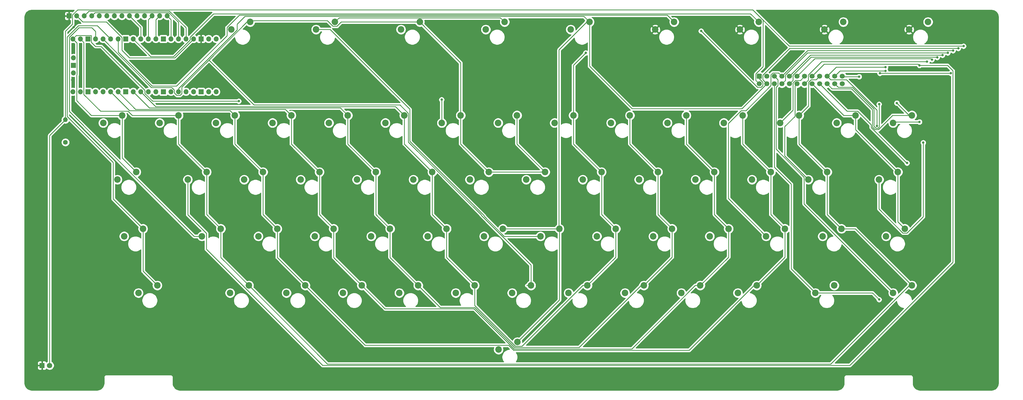
<source format=gtl>
G04 #@! TF.GenerationSoftware,KiCad,Pcbnew,(5.1.10)-1*
G04 #@! TF.CreationDate,2021-10-24T19:20:24-07:00*
G04 #@! TF.ProjectId,Atari130MX,41746172-6931-4333-904d-582e6b696361,D*
G04 #@! TF.SameCoordinates,Original*
G04 #@! TF.FileFunction,Copper,L1,Top*
G04 #@! TF.FilePolarity,Positive*
%FSLAX46Y46*%
G04 Gerber Fmt 4.6, Leading zero omitted, Abs format (unit mm)*
G04 Created by KiCad (PCBNEW (5.1.10)-1) date 2021-10-24 19:20:24*
%MOMM*%
%LPD*%
G01*
G04 APERTURE LIST*
G04 #@! TA.AperFunction,ComponentPad*
%ADD10C,1.700000*%
G04 #@! TD*
G04 #@! TA.AperFunction,ComponentPad*
%ADD11O,1.700000X1.700000*%
G04 #@! TD*
G04 #@! TA.AperFunction,ComponentPad*
%ADD12R,1.700000X1.700000*%
G04 #@! TD*
G04 #@! TA.AperFunction,ComponentPad*
%ADD13C,2.200000*%
G04 #@! TD*
G04 #@! TA.AperFunction,ComponentPad*
%ADD14O,1.600000X1.600000*%
G04 #@! TD*
G04 #@! TA.AperFunction,ComponentPad*
%ADD15C,1.600000*%
G04 #@! TD*
G04 #@! TA.AperFunction,ComponentPad*
%ADD16C,1.800000*%
G04 #@! TD*
G04 #@! TA.AperFunction,ComponentPad*
%ADD17R,1.800000X1.800000*%
G04 #@! TD*
G04 #@! TA.AperFunction,ViaPad*
%ADD18C,0.800000*%
G04 #@! TD*
G04 #@! TA.AperFunction,Conductor*
%ADD19C,0.250000*%
G04 #@! TD*
G04 #@! TA.AperFunction,Conductor*
%ADD20C,0.254000*%
G04 #@! TD*
G04 #@! TA.AperFunction,Conductor*
%ADD21C,0.100000*%
G04 #@! TD*
G04 APERTURE END LIST*
G04 #@! TA.AperFunction,ComponentPad*
G36*
G01*
X270300000Y-44970000D02*
X271500000Y-44970000D01*
G75*
G02*
X271750000Y-45220000I0J-250000D01*
G01*
X271750000Y-46420000D01*
G75*
G02*
X271500000Y-46670000I-250000J0D01*
G01*
X270300000Y-46670000D01*
G75*
G02*
X270050000Y-46420000I0J250000D01*
G01*
X270050000Y-45220000D01*
G75*
G02*
X270300000Y-44970000I250000J0D01*
G01*
G37*
G04 #@! TD.AperFunction*
D10*
X273440000Y-45820000D03*
X275980000Y-45820000D03*
X278520000Y-45820000D03*
X281060000Y-45820000D03*
X283600000Y-45820000D03*
X286140000Y-45820000D03*
X288680000Y-45820000D03*
X291220000Y-45820000D03*
X293760000Y-45820000D03*
X296300000Y-45820000D03*
X298840000Y-45820000D03*
X270900000Y-48360000D03*
X273440000Y-48360000D03*
X275980000Y-48360000D03*
X278520000Y-48360000D03*
X281060000Y-48360000D03*
X283600000Y-48360000D03*
X286140000Y-48360000D03*
X288680000Y-48360000D03*
X291220000Y-48360000D03*
X293760000Y-48360000D03*
X296300000Y-48360000D03*
X298840000Y-48360000D03*
D11*
X87970000Y-51025000D03*
X85430000Y-51025000D03*
D12*
X82890000Y-51025000D03*
D11*
X80350000Y-51025000D03*
X77810000Y-51025000D03*
X75270000Y-51025000D03*
X72730000Y-51025000D03*
D12*
X70190000Y-51025000D03*
D11*
X67650000Y-51025000D03*
X65110000Y-51025000D03*
X62570000Y-51025000D03*
X60030000Y-51025000D03*
D12*
X57490000Y-51025000D03*
D11*
X54950000Y-51025000D03*
X52410000Y-51025000D03*
X49870000Y-51025000D03*
X47330000Y-51025000D03*
D12*
X44790000Y-51025000D03*
D11*
X42250000Y-51025000D03*
X39710000Y-51025000D03*
X39710000Y-33245000D03*
X42250000Y-33245000D03*
D12*
X44790000Y-33245000D03*
D11*
X47330000Y-33245000D03*
X49870000Y-33245000D03*
X52410000Y-33245000D03*
X54950000Y-33245000D03*
D12*
X57490000Y-33245000D03*
D11*
X60030000Y-33245000D03*
X62570000Y-33245000D03*
X65110000Y-33245000D03*
X67650000Y-33245000D03*
D12*
X70190000Y-33245000D03*
D11*
X72730000Y-33245000D03*
X75270000Y-33245000D03*
X77810000Y-33245000D03*
X80350000Y-33245000D03*
D12*
X82890000Y-33245000D03*
D11*
X85430000Y-33245000D03*
X87970000Y-33245000D03*
X39940000Y-44675000D03*
D12*
X39940000Y-42135000D03*
D11*
X39940000Y-39595000D03*
D13*
X61800000Y-118790000D03*
X68150000Y-116250000D03*
X185125000Y-27530000D03*
X178775000Y-30070000D03*
X156550000Y-27530000D03*
X150200000Y-30070000D03*
X127975000Y-27530000D03*
X121625000Y-30070000D03*
X99400000Y-27530000D03*
X93050000Y-30070000D03*
D14*
X37220000Y-60425000D03*
D15*
X37220000Y-68045000D03*
D12*
X38440000Y-25500000D03*
D11*
X40980000Y-25500000D03*
X43520000Y-25500000D03*
X46060000Y-25500000D03*
X48600000Y-25500000D03*
X51140000Y-25500000D03*
X53680000Y-25500000D03*
X56220000Y-25500000D03*
X58760000Y-25500000D03*
X61300000Y-25500000D03*
X63840000Y-25500000D03*
X66380000Y-25500000D03*
X68920000Y-25500000D03*
X71460000Y-25500000D03*
D13*
X289775000Y-118790000D03*
X296125000Y-116250000D03*
X56990000Y-99690000D03*
X63340000Y-97150000D03*
X242200000Y-27530000D03*
X235850000Y-30070000D03*
X270700000Y-27530000D03*
X264350000Y-30070000D03*
X327700000Y-27530000D03*
X321350000Y-30070000D03*
X299200000Y-27530000D03*
X292850000Y-30070000D03*
X213700000Y-27530000D03*
X207350000Y-30070000D03*
X183050000Y-137840000D03*
X189400000Y-135300000D03*
D16*
X31900000Y-143200000D03*
D17*
X29360000Y-143200000D03*
D13*
X92650000Y-118790000D03*
X99000000Y-116250000D03*
X173410000Y-80620000D03*
X179760000Y-78080000D03*
X111650000Y-118790000D03*
X118000000Y-116250000D03*
X97410000Y-80620000D03*
X103760000Y-78080000D03*
X149650000Y-118790000D03*
X156000000Y-116250000D03*
X192410000Y-80620000D03*
X198760000Y-78080000D03*
X54710000Y-80620000D03*
X61060000Y-78080000D03*
X154410000Y-80620000D03*
X160760000Y-78080000D03*
X292190000Y-99690000D03*
X298540000Y-97150000D03*
X263650000Y-118790000D03*
X270000000Y-116250000D03*
X254190000Y-99690000D03*
X260540000Y-97150000D03*
X102190000Y-99690000D03*
X108540000Y-97150000D03*
X311210000Y-80620000D03*
X317560000Y-78080000D03*
X135410000Y-80620000D03*
X141760000Y-78080000D03*
X78410000Y-80620000D03*
X84760000Y-78080000D03*
X273190000Y-99690000D03*
X279540000Y-97150000D03*
X244650000Y-118790000D03*
X251000000Y-116250000D03*
X249410000Y-80620000D03*
X255760000Y-78080000D03*
X230410000Y-80620000D03*
X236760000Y-78080000D03*
X187650000Y-118790000D03*
X194000000Y-116250000D03*
X206650000Y-118790000D03*
X213000000Y-116250000D03*
X258950000Y-61520000D03*
X265300000Y-58980000D03*
X235190000Y-99690000D03*
X241540000Y-97150000D03*
X216190000Y-99690000D03*
X222540000Y-97150000D03*
X197190000Y-99690000D03*
X203540000Y-97150000D03*
X315950000Y-118790000D03*
X322300000Y-116250000D03*
X211410000Y-80620000D03*
X217760000Y-78080000D03*
X178190000Y-99690000D03*
X184540000Y-97150000D03*
X277950000Y-61520000D03*
X284300000Y-58980000D03*
X159190000Y-99690000D03*
X165540000Y-97150000D03*
X140190000Y-99690000D03*
X146540000Y-97150000D03*
X49950000Y-61520000D03*
X56300000Y-58980000D03*
X287410000Y-80620000D03*
X293760000Y-78080000D03*
X116410000Y-80620000D03*
X122760000Y-78080000D03*
X296950000Y-61520000D03*
X303300000Y-58980000D03*
X268410000Y-80620000D03*
X274760000Y-78080000D03*
X121190000Y-99690000D03*
X127540000Y-97150000D03*
X313590000Y-99690000D03*
X319940000Y-97150000D03*
X225650000Y-118790000D03*
X232000000Y-116250000D03*
X130650000Y-118790000D03*
X137000000Y-116250000D03*
X315950000Y-61520000D03*
X322300000Y-58980000D03*
X168650000Y-118790000D03*
X175000000Y-116250000D03*
X83190000Y-99690000D03*
X89540000Y-97150000D03*
X220950000Y-61520000D03*
X227300000Y-58980000D03*
X201950000Y-61520000D03*
X208300000Y-58980000D03*
X182950000Y-61520000D03*
X189300000Y-58980000D03*
X163950000Y-61520000D03*
X170300000Y-58980000D03*
X144950000Y-61520000D03*
X151300000Y-58980000D03*
X125950000Y-61520000D03*
X132300000Y-58980000D03*
X106950000Y-61520000D03*
X113300000Y-58980000D03*
X87950000Y-61520000D03*
X94300000Y-58980000D03*
X68950000Y-61520000D03*
X75300000Y-58980000D03*
X239950000Y-61520000D03*
X246300000Y-58980000D03*
D18*
X339684000Y-35658000D03*
X317586000Y-33626000D03*
X286852000Y-29562000D03*
X279740000Y-31086000D03*
X267802000Y-39468000D03*
X307172000Y-29308000D03*
X72222000Y-102460000D03*
X99908000Y-130146000D03*
X221320000Y-115922000D03*
X211414000Y-48104000D03*
X338160000Y-40738000D03*
X217002000Y-126082000D03*
X229956000Y-102206000D03*
X257134000Y-121002000D03*
X268056000Y-101698000D03*
X238846000Y-121002000D03*
X249006000Y-101952000D03*
X210652000Y-112620000D03*
X210652000Y-101952000D03*
X88224000Y-26768000D03*
X206588000Y-41754000D03*
X184236000Y-47342000D03*
X152486000Y-46326000D03*
X146898000Y-47088000D03*
X120228000Y-48104000D03*
X96860000Y-48104000D03*
X69682000Y-36420000D03*
X59268000Y-36420000D03*
X45044000Y-36420000D03*
X42250000Y-37944000D03*
X167726000Y-79854000D03*
X172552000Y-101952000D03*
X153502000Y-101952000D03*
X134452000Y-101952000D03*
X115402000Y-101190000D03*
X96606000Y-101190000D03*
X72730000Y-82648000D03*
X44282000Y-60296000D03*
X276946000Y-120494000D03*
X286598000Y-101444000D03*
X300822000Y-83156000D03*
X310220000Y-130908000D03*
X305648000Y-103730000D03*
X272120000Y-63852000D03*
X278978000Y-86458000D03*
X278216000Y-65376000D03*
X319110000Y-43278000D03*
X274660000Y-34134000D03*
X309712000Y-52930000D03*
X314284000Y-54708000D03*
X321396000Y-54454000D03*
X328000000Y-55470000D03*
X324952000Y-105762000D03*
X331556000Y-43532000D03*
X273390000Y-53438000D03*
X274406000Y-38452000D03*
X253324000Y-27022000D03*
X170520000Y-28038000D03*
X207096000Y-26768000D03*
X107528000Y-28546000D03*
X214970000Y-34134000D03*
X195920000Y-28546000D03*
X247482000Y-28292000D03*
X324698000Y-48866000D03*
X321904000Y-47850000D03*
X277962000Y-36420000D03*
X271612000Y-125574000D03*
X313776000Y-121002000D03*
X317586000Y-48358000D03*
X85176000Y-45818000D03*
X53172000Y-38198000D03*
X282534000Y-38198000D03*
X79842000Y-29816000D03*
X279486000Y-52676000D03*
X284820000Y-52676000D03*
X301076000Y-52422000D03*
X69682000Y-28546000D03*
X57236000Y-29054000D03*
X63332000Y-28292000D03*
X76540000Y-29562000D03*
X74254000Y-29562000D03*
X39710000Y-36674000D03*
X39964000Y-29308000D03*
X39456000Y-47088000D03*
X41996000Y-27784000D03*
X78826000Y-25244000D03*
X90256000Y-50644000D03*
X92288000Y-52422000D03*
X309966000Y-48358000D03*
X304505000Y-45945000D03*
X311236000Y-55216000D03*
X313395000Y-44040000D03*
X317205000Y-54835000D03*
X313395000Y-42770000D03*
X310474000Y-62582000D03*
X320634000Y-75028000D03*
X95590000Y-54200000D03*
X324825000Y-42135000D03*
X327365000Y-40865000D03*
X163916000Y-53692000D03*
X324825000Y-61185000D03*
X326095000Y-68170000D03*
X329016000Y-40230000D03*
X330794000Y-39468000D03*
X334350000Y-37944000D03*
X212430000Y-37944000D03*
X311236000Y-121002000D03*
X337906000Y-36420000D03*
X311490000Y-44802000D03*
X335366000Y-44802000D03*
X251292000Y-30578000D03*
X332572000Y-38706000D03*
X336128000Y-37182000D03*
D19*
X31900000Y-65745000D02*
X37220000Y-60425000D01*
X31900000Y-143200000D02*
X31900000Y-65745000D01*
X269724990Y-44981820D02*
X269724990Y-47184990D01*
X272125001Y-42581809D02*
X269724990Y-44981820D01*
X272125001Y-26845999D02*
X272125001Y-42581809D01*
X39615001Y-25125997D02*
X41316018Y-23424980D01*
X41316018Y-23424980D02*
X268703982Y-23424980D01*
X39615001Y-28259999D02*
X39615001Y-25125997D01*
X269724990Y-47184990D02*
X270900000Y-48360000D01*
X37220000Y-30655000D02*
X39615001Y-28259999D01*
X37220000Y-60425000D02*
X37220000Y-30655000D01*
X280937002Y-35658000D02*
X271321501Y-26042499D01*
X339684000Y-35658000D02*
X280937002Y-35658000D01*
X271321501Y-26042499D02*
X272125001Y-26845999D01*
X268703982Y-23424980D02*
X271321501Y-26042499D01*
X72730000Y-26770000D02*
X71460000Y-25500000D01*
X72730000Y-33245000D02*
X72730000Y-26770000D01*
X67650000Y-26770000D02*
X68920000Y-25500000D01*
X67650000Y-33245000D02*
X67650000Y-26770000D01*
X65110000Y-26770000D02*
X66380000Y-25500000D01*
X65110000Y-33245000D02*
X65110000Y-26770000D01*
X62570000Y-29310000D02*
X58760000Y-25500000D01*
X62570000Y-33245000D02*
X62570000Y-29310000D01*
X47235001Y-24324999D02*
X46060000Y-25500000D01*
X72024001Y-24324999D02*
X47235001Y-24324999D01*
X75270000Y-27570998D02*
X72024001Y-24324999D01*
X75270000Y-33245000D02*
X75270000Y-27570998D01*
X72210402Y-23874990D02*
X77810000Y-29474588D01*
X77810000Y-29474588D02*
X77810000Y-33245000D01*
X45145010Y-23874990D02*
X72210402Y-23874990D01*
X43520000Y-25500000D02*
X45145010Y-23874990D01*
X50974002Y-27530000D02*
X43010000Y-27530000D01*
X56220000Y-32775998D02*
X50974002Y-27530000D01*
X56220000Y-37055000D02*
X56220000Y-32775998D01*
X58760000Y-39595000D02*
X56220000Y-37055000D01*
X74000000Y-39595000D02*
X58760000Y-39595000D01*
X43010000Y-27530000D02*
X40980000Y-25500000D01*
X80350000Y-33245000D02*
X74000000Y-39595000D01*
X298965000Y-45945000D02*
X298840000Y-45820000D01*
X304505000Y-45945000D02*
X298965000Y-45945000D01*
X60030000Y-33245000D02*
X65929990Y-39144990D01*
X267924971Y-24754971D02*
X270700000Y-27530000D01*
X87101027Y-24754971D02*
X267924971Y-24754971D01*
X79174999Y-32680999D02*
X87101027Y-24754971D01*
X79174999Y-33619003D02*
X79174999Y-32680999D01*
X73649012Y-39144990D02*
X79174999Y-33619003D01*
X65929990Y-39144990D02*
X73649012Y-39144990D01*
X310822001Y-63307001D02*
X311236000Y-62893002D01*
X309458000Y-62639002D02*
X310125999Y-63307001D01*
X310125999Y-63307001D02*
X310822001Y-63307001D01*
X309458000Y-56811408D02*
X309458000Y-62639002D01*
X302181593Y-49535001D02*
X309458000Y-56811408D01*
X311236000Y-62893002D02*
X311236000Y-55216000D01*
X297475001Y-49535001D02*
X302181593Y-49535001D01*
X296300000Y-48360000D02*
X297475001Y-49535001D01*
X239874981Y-25204981D02*
X242200000Y-27530000D01*
X95806017Y-25204981D02*
X239874981Y-25204981D01*
X91624999Y-29385999D02*
X95806017Y-25204981D01*
X91624999Y-32130001D02*
X91624999Y-29385999D01*
X74635000Y-49120000D02*
X91624999Y-32130001D01*
X66381410Y-49120000D02*
X74635000Y-49120000D01*
X54950000Y-37688590D02*
X66381410Y-49120000D01*
X54950000Y-33245000D02*
X54950000Y-37688590D01*
X298080000Y-44040000D02*
X296300000Y-45820000D01*
X313395000Y-44040000D02*
X298080000Y-44040000D01*
X63340000Y-111440000D02*
X68150000Y-116250000D01*
X63340000Y-97150000D02*
X63340000Y-111440000D01*
X53284999Y-87094999D02*
X63340000Y-97150000D01*
X53284999Y-74824997D02*
X53284999Y-87094999D01*
X37805000Y-59344998D02*
X53284999Y-74824997D01*
X37805000Y-32610000D02*
X37805000Y-59344998D01*
X41615000Y-28800000D02*
X37805000Y-32610000D01*
X47965000Y-28800000D02*
X41615000Y-28800000D01*
X52410000Y-33245000D02*
X47965000Y-28800000D01*
X321350000Y-58980000D02*
X322300000Y-58980000D01*
X317205000Y-54835000D02*
X321350000Y-58980000D01*
X311008402Y-63757010D02*
X315785412Y-58980000D01*
X309871010Y-63757010D02*
X311008402Y-63757010D01*
X309007990Y-62893990D02*
X309871010Y-63757010D01*
X315785412Y-58980000D02*
X322300000Y-58980000D01*
X309007990Y-57051990D02*
X309007990Y-62893990D01*
X301941011Y-49985011D02*
X309007990Y-57051990D01*
X295385011Y-49985011D02*
X301941011Y-49985011D01*
X293760000Y-48360000D02*
X295385011Y-49985011D01*
X170300000Y-68620000D02*
X179760000Y-78080000D01*
X170300000Y-58980000D02*
X170300000Y-68620000D01*
X179760000Y-78080000D02*
X198760000Y-78080000D01*
X189300000Y-68620000D02*
X198760000Y-78080000D01*
X189300000Y-58980000D02*
X189300000Y-68620000D01*
X192578998Y-116250000D02*
X194000000Y-116250000D01*
X170300000Y-41280000D02*
X156550000Y-27530000D01*
X170300000Y-58980000D02*
X170300000Y-41280000D01*
X128659001Y-28955001D02*
X127290999Y-28955001D01*
X130084002Y-27530000D02*
X128659001Y-28955001D01*
X127290999Y-28955001D02*
X125435000Y-27099002D01*
X156550000Y-27530000D02*
X130084002Y-27530000D01*
X99830998Y-27099002D02*
X99400000Y-27530000D01*
X125435000Y-27099002D02*
X99830998Y-27099002D01*
X76445001Y-51589001D02*
X76445001Y-49420411D01*
X75834001Y-52200001D02*
X76445001Y-51589001D01*
X98335412Y-27530000D02*
X99400000Y-27530000D01*
X74705999Y-52200001D02*
X75834001Y-52200001D01*
X73905001Y-50460999D02*
X73905001Y-51399003D01*
X73014012Y-49570010D02*
X73905001Y-50460999D01*
X73905001Y-51399003D02*
X74705999Y-52200001D01*
X66195010Y-49570010D02*
X73014012Y-49570010D01*
X49870000Y-33245000D02*
X66195010Y-49570010D01*
X85532706Y-40332706D02*
X98335412Y-27530000D01*
X76445001Y-49420411D02*
X85532706Y-40332706D01*
X296810000Y-42770000D02*
X293760000Y-45820000D01*
X313395000Y-42770000D02*
X296810000Y-42770000D01*
X310474000Y-57190998D02*
X310474000Y-62582000D01*
X300278003Y-46995001D02*
X310474000Y-57190998D01*
X294935001Y-46995001D02*
X300278003Y-46995001D01*
X293760000Y-45820000D02*
X294935001Y-46995001D01*
X100670000Y-55470000D02*
X85532706Y-40332706D01*
X149899002Y-55470000D02*
X100670000Y-55470000D01*
X152725001Y-58295999D02*
X149899002Y-55470000D01*
X152725001Y-67935999D02*
X152725001Y-58295999D01*
X177233501Y-92444499D02*
X152725001Y-67935999D01*
X177233501Y-92588913D02*
X177233501Y-92444499D01*
X194000000Y-109355412D02*
X177233501Y-92588913D01*
X194000000Y-116250000D02*
X194000000Y-109355412D01*
X80560998Y-99690000D02*
X83190000Y-99690000D01*
X38534999Y-57664001D02*
X80560998Y-99690000D01*
X38534999Y-32680999D02*
X38534999Y-57664001D01*
X47330000Y-33245000D02*
X47330000Y-30705000D01*
X47330000Y-30705000D02*
X46060000Y-29435000D01*
X41780998Y-29435000D02*
X38534999Y-32680999D01*
X46060000Y-29435000D02*
X41780998Y-29435000D01*
X320505590Y-75028000D02*
X320634000Y-75028000D01*
X308557981Y-63080391D02*
X320505590Y-75028000D01*
X303984001Y-57554999D02*
X308557981Y-62128979D01*
X308557981Y-62128979D02*
X308557981Y-63080391D01*
X300414999Y-57554999D02*
X303984001Y-57554999D01*
X291220000Y-48360000D02*
X300414999Y-57554999D01*
X284300000Y-68620000D02*
X293760000Y-78080000D01*
X284300000Y-58980000D02*
X284300000Y-68620000D01*
X293760000Y-92370000D02*
X298540000Y-97150000D01*
X293760000Y-78080000D02*
X293760000Y-92370000D01*
X303200000Y-97150000D02*
X322300000Y-116250000D01*
X298540000Y-97150000D02*
X303200000Y-97150000D01*
X75300000Y-68620000D02*
X84760000Y-78080000D01*
X75300000Y-58980000D02*
X75300000Y-68620000D01*
X84760000Y-92370000D02*
X89540000Y-97150000D01*
X84760000Y-78080000D02*
X84760000Y-92370000D01*
X89540000Y-106790000D02*
X99000000Y-116250000D01*
X89540000Y-97150000D02*
X89540000Y-106790000D01*
X294943997Y-142705001D02*
X321398998Y-116250000D01*
X125455001Y-142705001D02*
X294943997Y-142705001D01*
X321398998Y-116250000D02*
X322300000Y-116250000D01*
X99000000Y-116250000D02*
X125455001Y-142705001D01*
X59728590Y-58980000D02*
X75300000Y-58980000D01*
X58303589Y-57554999D02*
X59728590Y-58980000D01*
X49034997Y-57554999D02*
X58303589Y-57554999D01*
X43425001Y-51945003D02*
X49034997Y-57554999D01*
X43425001Y-34420001D02*
X43425001Y-51945003D01*
X42250000Y-33245000D02*
X43425001Y-34420001D01*
X290044999Y-46995001D02*
X291220000Y-45820000D01*
X288305997Y-46995001D02*
X290044999Y-46995001D01*
X287504999Y-47795999D02*
X288305997Y-46995001D01*
X287504999Y-55775001D02*
X287504999Y-47795999D01*
X284300000Y-58980000D02*
X287504999Y-55775001D01*
X303300000Y-63820000D02*
X317560000Y-78080000D01*
X303300000Y-58980000D02*
X303300000Y-63820000D01*
X317560000Y-94770000D02*
X319940000Y-97150000D01*
X317560000Y-78080000D02*
X317560000Y-94770000D01*
X56300000Y-73320000D02*
X61060000Y-78080000D01*
X56300000Y-58980000D02*
X56300000Y-73320000D01*
X129400001Y-26104999D02*
X127975000Y-27530000D01*
X183699999Y-26104999D02*
X129400001Y-26104999D01*
X185125000Y-27530000D02*
X183699999Y-26104999D01*
X41115001Y-34650001D02*
X39710000Y-33245000D01*
X40980000Y-45374002D02*
X41115001Y-45239001D01*
X40980000Y-54034002D02*
X40980000Y-45374002D01*
X41115001Y-45239001D02*
X41115001Y-34650001D01*
X45925998Y-58980000D02*
X40980000Y-54034002D01*
X56300000Y-58980000D02*
X45925998Y-58980000D01*
X299300000Y-58980000D02*
X288680000Y-48360000D01*
X303300000Y-58980000D02*
X299300000Y-58980000D01*
X40885001Y-32069999D02*
X39710000Y-33245000D01*
X45965001Y-32134999D02*
X45900001Y-32069999D01*
X45965001Y-34355001D02*
X45965001Y-32134999D01*
X45900001Y-32069999D02*
X40885001Y-32069999D01*
X63934999Y-50484999D02*
X63934999Y-51589001D01*
X47362500Y-35752500D02*
X49202500Y-35752500D01*
X49202500Y-35752500D02*
X63934999Y-50484999D01*
X70825000Y-54200000D02*
X68920000Y-54200000D01*
X95590000Y-54200000D02*
X70825000Y-54200000D01*
X66545998Y-54200000D02*
X70825000Y-54200000D01*
X63934999Y-51589001D02*
X66545998Y-54200000D01*
X47362500Y-35752500D02*
X45965001Y-34355001D01*
X292764999Y-41735001D02*
X288680000Y-45820000D01*
X324425001Y-41735001D02*
X292764999Y-41735001D01*
X324825000Y-42135000D02*
X324425001Y-41735001D01*
X78410000Y-92431000D02*
X78410000Y-80620000D01*
X84674999Y-98695999D02*
X78410000Y-92431000D01*
X123796008Y-143155010D02*
X84674999Y-104034001D01*
X84674999Y-104034001D02*
X84674999Y-98695999D01*
X301375992Y-143155010D02*
X123796008Y-143155010D01*
X336091001Y-108440001D02*
X301375992Y-143155010D01*
X336091001Y-43945999D02*
X336091001Y-108440001D01*
X334280002Y-42135000D02*
X336091001Y-43945999D01*
X324825000Y-42135000D02*
X334280002Y-42135000D01*
X287360000Y-47140000D02*
X286140000Y-48360000D01*
X287360000Y-45400998D02*
X287360000Y-47140000D01*
X291895998Y-40865000D02*
X287360000Y-45400998D01*
X327365000Y-40865000D02*
X291895998Y-40865000D01*
X163916000Y-61486000D02*
X163950000Y-61520000D01*
X163916000Y-53692000D02*
X163916000Y-61486000D01*
X316285000Y-61185000D02*
X315950000Y-61520000D01*
X324825000Y-61185000D02*
X316285000Y-61185000D01*
X282235001Y-57234999D02*
X277950000Y-61520000D01*
X282235001Y-47985997D02*
X282235001Y-57234999D01*
X283035999Y-47184999D02*
X282235001Y-47985997D01*
X284775001Y-47184999D02*
X283035999Y-47184999D01*
X286140000Y-45820000D02*
X284775001Y-47184999D01*
X279434999Y-62760001D02*
X282874999Y-59320001D01*
X279434999Y-72644999D02*
X279434999Y-62760001D01*
X287410000Y-80620000D02*
X279434999Y-72644999D01*
X282874999Y-49085001D02*
X283600000Y-48360000D01*
X282874999Y-59320001D02*
X282874999Y-49085001D01*
X320624001Y-98575001D02*
X326095000Y-93104002D01*
X326095000Y-93104002D02*
X326095000Y-68170000D01*
X319255999Y-98575001D02*
X320624001Y-98575001D01*
X311210000Y-90529002D02*
X319255999Y-98575001D01*
X311210000Y-80620000D02*
X311210000Y-90529002D01*
X265300000Y-68620000D02*
X274760000Y-78080000D01*
X265300000Y-58980000D02*
X265300000Y-68620000D01*
X274760000Y-92370000D02*
X279540000Y-97150000D01*
X274760000Y-78080000D02*
X274760000Y-92370000D01*
X279540000Y-106710000D02*
X270000000Y-116250000D01*
X279540000Y-97150000D02*
X279540000Y-106710000D01*
X94300000Y-68620000D02*
X103760000Y-78080000D01*
X94300000Y-58980000D02*
X94300000Y-68620000D01*
X103760000Y-92370000D02*
X108540000Y-97150000D01*
X103760000Y-78080000D02*
X103760000Y-92370000D01*
X108540000Y-106790000D02*
X118000000Y-116250000D01*
X108540000Y-97150000D02*
X108540000Y-106790000D01*
X269098998Y-116250000D02*
X270000000Y-116250000D01*
X188156799Y-138075031D02*
X247273967Y-138075031D01*
X186496767Y-136414999D02*
X188156799Y-138075031D01*
X138164999Y-136414999D02*
X186496767Y-136414999D01*
X247273967Y-138075031D02*
X269098998Y-116250000D01*
X118000000Y-116250000D02*
X138164999Y-136414999D01*
X52410000Y-51025000D02*
X58760000Y-57375000D01*
X92695000Y-57375000D02*
X94300000Y-58980000D01*
X58760000Y-57375000D02*
X92695000Y-57375000D01*
X289589999Y-39830001D02*
X283600000Y-45820000D01*
X328616001Y-39830001D02*
X289589999Y-39830001D01*
X329016000Y-40230000D02*
X328616001Y-39830001D01*
X246300000Y-68620000D02*
X255760000Y-78080000D01*
X246300000Y-58980000D02*
X246300000Y-68620000D01*
X255760000Y-92370000D02*
X260540000Y-97150000D01*
X255760000Y-78080000D02*
X255760000Y-92370000D01*
X260540000Y-106710000D02*
X251000000Y-116250000D01*
X260540000Y-97150000D02*
X260540000Y-106710000D01*
X113300000Y-68620000D02*
X122760000Y-78080000D01*
X113300000Y-58980000D02*
X113300000Y-68620000D01*
X122760000Y-92370000D02*
X127540000Y-97150000D01*
X122760000Y-78080000D02*
X122760000Y-92370000D01*
X127540000Y-106790000D02*
X137000000Y-116250000D01*
X127540000Y-97150000D02*
X127540000Y-106790000D01*
X249299002Y-116250000D02*
X251000000Y-116250000D01*
X227923981Y-137625021D02*
X249299002Y-116250000D01*
X188343199Y-137625021D02*
X227923981Y-137625021D01*
X174823189Y-124105011D02*
X188343199Y-137625021D01*
X144855011Y-124105011D02*
X174823189Y-124105011D01*
X137000000Y-116250000D02*
X144855011Y-124105011D01*
X54950000Y-51025000D02*
X60849990Y-56924990D01*
X111244990Y-56924990D02*
X113300000Y-58980000D01*
X60849990Y-56924990D02*
X111244990Y-56924990D01*
X282235001Y-45445997D02*
X282235001Y-47184999D01*
X282235001Y-47184999D02*
X281060000Y-48360000D01*
X288301007Y-39379991D02*
X282235001Y-45445997D01*
X330705991Y-39379991D02*
X288301007Y-39379991D01*
X330794000Y-39468000D02*
X330705991Y-39379991D01*
X208300000Y-68620000D02*
X217760000Y-78080000D01*
X208300000Y-58980000D02*
X208300000Y-68620000D01*
X217760000Y-92370000D02*
X222540000Y-97150000D01*
X217760000Y-78080000D02*
X217760000Y-92370000D01*
X222540000Y-106710000D02*
X213000000Y-116250000D01*
X222540000Y-97150000D02*
X222540000Y-106710000D01*
X151300000Y-68620000D02*
X160760000Y-78080000D01*
X151300000Y-58980000D02*
X151300000Y-68620000D01*
X160760000Y-92370000D02*
X165540000Y-97150000D01*
X160760000Y-78080000D02*
X160760000Y-92370000D01*
X165540000Y-106790000D02*
X175000000Y-116250000D01*
X165540000Y-97150000D02*
X165540000Y-106790000D01*
X211444366Y-116250000D02*
X213000000Y-116250000D01*
X190969365Y-136725001D02*
X211444366Y-116250000D01*
X188715999Y-136725001D02*
X190969365Y-136725001D01*
X175000000Y-123009002D02*
X188715999Y-136725001D01*
X175000000Y-116250000D02*
X175000000Y-123009002D01*
X62570000Y-51025000D02*
X67569970Y-56024970D01*
X148344970Y-56024970D02*
X151300000Y-58980000D01*
X67569970Y-56024970D02*
X148344970Y-56024970D01*
X279695001Y-45354999D02*
X279695001Y-47184999D01*
X279695001Y-47184999D02*
X278520000Y-48360000D01*
X287106000Y-37944000D02*
X279695001Y-45354999D01*
X334350000Y-37944000D02*
X287106000Y-37944000D01*
X208300000Y-42074000D02*
X212430000Y-37944000D01*
X208300000Y-58980000D02*
X208300000Y-42074000D01*
X289775000Y-118790000D02*
X281645000Y-110660000D01*
X281645000Y-110660000D02*
X281645000Y-82140000D01*
X275980000Y-76475000D02*
X275980000Y-48360000D01*
X281645000Y-82140000D02*
X275980000Y-76475000D01*
X309024000Y-118790000D02*
X311236000Y-121002000D01*
X289775000Y-118790000D02*
X309024000Y-118790000D01*
X277155001Y-46995001D02*
X275980000Y-45820000D01*
X277155001Y-48904999D02*
X277155001Y-46995001D01*
X276524999Y-49535001D02*
X277155001Y-48904999D01*
X276524999Y-70371409D02*
X276524999Y-49535001D01*
X285984999Y-88824999D02*
X285984999Y-79831409D01*
X285984999Y-79831409D02*
X276524999Y-70371409D01*
X315950000Y-118790000D02*
X285984999Y-88824999D01*
X203540000Y-97150000D02*
X184540000Y-97150000D01*
X212798998Y-27530000D02*
X213700000Y-27530000D01*
X203434999Y-36893999D02*
X212798998Y-27530000D01*
X203434999Y-97044999D02*
X203434999Y-36893999D01*
X203540000Y-97150000D02*
X203434999Y-97044999D01*
X203540000Y-121160000D02*
X203540000Y-97150000D01*
X189400000Y-135300000D02*
X203540000Y-121160000D01*
X211824990Y-25654990D02*
X213700000Y-27530000D01*
X95057001Y-28267001D02*
X97669012Y-25654990D01*
X95057001Y-30172001D02*
X95057001Y-28267001D01*
X97669012Y-25654990D02*
X211824990Y-25654990D01*
X75270000Y-49959002D02*
X95057001Y-30172001D01*
X75270000Y-51025000D02*
X75270000Y-49959002D01*
X213700000Y-42431000D02*
X228009000Y-56740000D01*
X213700000Y-27530000D02*
X213700000Y-42431000D01*
X265060000Y-56740000D02*
X273440000Y-48360000D01*
X228009000Y-56740000D02*
X265060000Y-56740000D01*
X272075001Y-46995001D02*
X273440000Y-48360000D01*
X272075001Y-45445997D02*
X272075001Y-46995001D01*
X281100998Y-36420000D02*
X272075001Y-45445997D01*
X337906000Y-36420000D02*
X281100998Y-36420000D01*
X331048000Y-44802000D02*
X335366000Y-44802000D01*
X332318000Y-44802000D02*
X331048000Y-44802000D01*
X331048000Y-44802000D02*
X311490000Y-44802000D01*
X270249001Y-49535001D02*
X251292000Y-30578000D01*
X271464001Y-49535001D02*
X270249001Y-49535001D01*
X272075001Y-48924001D02*
X271464001Y-49535001D01*
X272075001Y-47845001D02*
X272075001Y-48924001D01*
X270900000Y-46670000D02*
X272075001Y-47845001D01*
X270900000Y-45820000D02*
X270900000Y-46670000D01*
X227300000Y-68620000D02*
X236760000Y-78080000D01*
X227300000Y-58980000D02*
X227300000Y-68620000D01*
X236760000Y-92370000D02*
X241540000Y-97150000D01*
X236760000Y-78080000D02*
X236760000Y-92370000D01*
X241540000Y-106710000D02*
X232000000Y-116250000D01*
X241540000Y-97150000D02*
X241540000Y-106710000D01*
X132300000Y-68620000D02*
X141760000Y-78080000D01*
X132300000Y-58980000D02*
X132300000Y-68620000D01*
X141760000Y-92370000D02*
X146540000Y-97150000D01*
X141760000Y-78080000D02*
X141760000Y-92370000D01*
X146540000Y-106790000D02*
X156000000Y-116250000D01*
X146540000Y-97150000D02*
X146540000Y-106790000D01*
X210173987Y-137175011D02*
X231098998Y-116250000D01*
X188529599Y-137175011D02*
X210173987Y-137175011D01*
X231098998Y-116250000D02*
X232000000Y-116250000D01*
X175009589Y-123655001D02*
X188529599Y-137175011D01*
X163405001Y-123655001D02*
X175009589Y-123655001D01*
X156000000Y-116250000D02*
X163405001Y-123655001D01*
X60030000Y-51025000D02*
X65479980Y-56474980D01*
X129794980Y-56474980D02*
X132300000Y-58980000D01*
X65479980Y-56474980D02*
X129794980Y-56474980D01*
X288174000Y-38706000D02*
X281060000Y-45820000D01*
X332572000Y-38706000D02*
X288174000Y-38706000D01*
X260434999Y-61735999D02*
X264795998Y-57375000D01*
X260434999Y-86934999D02*
X260434999Y-61735999D01*
X273190000Y-99690000D02*
X260434999Y-86934999D01*
X277344999Y-44644999D02*
X278520000Y-45820000D01*
X275415999Y-44644999D02*
X277344999Y-44644999D01*
X274804999Y-45255999D02*
X275415999Y-44644999D01*
X266354000Y-57375000D02*
X274804999Y-48924001D01*
X274804999Y-48924001D02*
X274804999Y-45255999D01*
X264795998Y-57375000D02*
X266354000Y-57375000D01*
X287158000Y-37182000D02*
X278520000Y-45820000D01*
X336128000Y-37182000D02*
X287158000Y-37182000D01*
X184970998Y-99690000D02*
X197190000Y-99690000D01*
X153175011Y-67749599D02*
X178241499Y-92816087D01*
X153175011Y-56909009D02*
X153175011Y-67749599D01*
X178241499Y-92816087D02*
X178241499Y-92960501D01*
X126336002Y-30070000D02*
X153175011Y-56909009D01*
X178241499Y-92960501D02*
X184970998Y-99690000D01*
X121625000Y-30070000D02*
X126336002Y-30070000D01*
D20*
X39580787Y-24085410D02*
X39534180Y-24060498D01*
X39414482Y-24024188D01*
X39290000Y-24011928D01*
X38725750Y-24015000D01*
X38567000Y-24173750D01*
X38567000Y-25373000D01*
X38587000Y-25373000D01*
X38587000Y-25627000D01*
X38567000Y-25627000D01*
X38567000Y-26826250D01*
X38725750Y-26985000D01*
X38855001Y-26985704D01*
X38855001Y-27945197D01*
X36708998Y-30091201D01*
X36680000Y-30114999D01*
X36656202Y-30143997D01*
X36656201Y-30143998D01*
X36585026Y-30230724D01*
X36514454Y-30362754D01*
X36499288Y-30412753D01*
X36470998Y-30506014D01*
X36464097Y-30576081D01*
X36456324Y-30655000D01*
X36460001Y-30692333D01*
X36460000Y-59206957D01*
X36305241Y-59310363D01*
X36105363Y-59510241D01*
X35948320Y-59745273D01*
X35840147Y-60006426D01*
X35785000Y-60283665D01*
X35785000Y-60566335D01*
X35821312Y-60748886D01*
X31388998Y-65181201D01*
X31360000Y-65204999D01*
X31336202Y-65233997D01*
X31336201Y-65233998D01*
X31265026Y-65320724D01*
X31194454Y-65452754D01*
X31150998Y-65596015D01*
X31136324Y-65745000D01*
X31140001Y-65782333D01*
X31140000Y-141861687D01*
X30921495Y-142007688D01*
X30855056Y-142074127D01*
X30849502Y-142055820D01*
X30790537Y-141945506D01*
X30711185Y-141848815D01*
X30614494Y-141769463D01*
X30504180Y-141710498D01*
X30384482Y-141674188D01*
X30260000Y-141661928D01*
X29645750Y-141665000D01*
X29487000Y-141823750D01*
X29487000Y-143073000D01*
X29507000Y-143073000D01*
X29507000Y-143327000D01*
X29487000Y-143327000D01*
X29487000Y-144576250D01*
X29645750Y-144735000D01*
X30260000Y-144738072D01*
X30384482Y-144725812D01*
X30504180Y-144689502D01*
X30614494Y-144630537D01*
X30711185Y-144551185D01*
X30790537Y-144454494D01*
X30849502Y-144344180D01*
X30855056Y-144325873D01*
X30921495Y-144392312D01*
X31172905Y-144560299D01*
X31452257Y-144676011D01*
X31748816Y-144735000D01*
X32051184Y-144735000D01*
X32347743Y-144676011D01*
X32627095Y-144560299D01*
X32878505Y-144392312D01*
X33092312Y-144178505D01*
X33260299Y-143927095D01*
X33376011Y-143647743D01*
X33435000Y-143351184D01*
X33435000Y-143048816D01*
X33376011Y-142752257D01*
X33260299Y-142472905D01*
X33092312Y-142221495D01*
X32878505Y-142007688D01*
X32660000Y-141861687D01*
X32660000Y-121070475D01*
X62975000Y-121070475D01*
X62975000Y-121589525D01*
X63076261Y-122098601D01*
X63274893Y-122578141D01*
X63563262Y-123009715D01*
X63930285Y-123376738D01*
X64361859Y-123665107D01*
X64841399Y-123863739D01*
X65350475Y-123965000D01*
X65869525Y-123965000D01*
X66378601Y-123863739D01*
X66858141Y-123665107D01*
X67289715Y-123376738D01*
X67656738Y-123009715D01*
X67945107Y-122578141D01*
X68143739Y-122098601D01*
X68245000Y-121589525D01*
X68245000Y-121070475D01*
X93825000Y-121070475D01*
X93825000Y-121589525D01*
X93926261Y-122098601D01*
X94124893Y-122578141D01*
X94413262Y-123009715D01*
X94780285Y-123376738D01*
X95211859Y-123665107D01*
X95691399Y-123863739D01*
X96200475Y-123965000D01*
X96719525Y-123965000D01*
X97228601Y-123863739D01*
X97708141Y-123665107D01*
X98139715Y-123376738D01*
X98506738Y-123009715D01*
X98795107Y-122578141D01*
X98993739Y-122098601D01*
X99095000Y-121589525D01*
X99095000Y-121070475D01*
X98993739Y-120561399D01*
X98795107Y-120081859D01*
X98506738Y-119650285D01*
X98139715Y-119283262D01*
X97708141Y-118994893D01*
X97228601Y-118796261D01*
X96719525Y-118695000D01*
X96200475Y-118695000D01*
X95691399Y-118796261D01*
X95211859Y-118994893D01*
X94780285Y-119283262D01*
X94413262Y-119650285D01*
X94124893Y-120081859D01*
X93926261Y-120561399D01*
X93825000Y-121070475D01*
X68245000Y-121070475D01*
X68143739Y-120561399D01*
X67945107Y-120081859D01*
X67656738Y-119650285D01*
X67289715Y-119283262D01*
X66858141Y-118994893D01*
X66378601Y-118796261D01*
X65869525Y-118695000D01*
X65350475Y-118695000D01*
X64841399Y-118796261D01*
X64361859Y-118994893D01*
X63930285Y-119283262D01*
X63563262Y-119650285D01*
X63274893Y-120081859D01*
X63076261Y-120561399D01*
X62975000Y-121070475D01*
X32660000Y-121070475D01*
X32660000Y-118619117D01*
X60065000Y-118619117D01*
X60065000Y-118960883D01*
X60131675Y-119296081D01*
X60262463Y-119611831D01*
X60452337Y-119895998D01*
X60694002Y-120137663D01*
X60978169Y-120327537D01*
X61293919Y-120458325D01*
X61629117Y-120525000D01*
X61970883Y-120525000D01*
X62306081Y-120458325D01*
X62621831Y-120327537D01*
X62905998Y-120137663D01*
X63147663Y-119895998D01*
X63337537Y-119611831D01*
X63468325Y-119296081D01*
X63535000Y-118960883D01*
X63535000Y-118619117D01*
X90915000Y-118619117D01*
X90915000Y-118960883D01*
X90981675Y-119296081D01*
X91112463Y-119611831D01*
X91302337Y-119895998D01*
X91544002Y-120137663D01*
X91828169Y-120327537D01*
X92143919Y-120458325D01*
X92479117Y-120525000D01*
X92820883Y-120525000D01*
X93156081Y-120458325D01*
X93471831Y-120327537D01*
X93755998Y-120137663D01*
X93997663Y-119895998D01*
X94187537Y-119611831D01*
X94318325Y-119296081D01*
X94385000Y-118960883D01*
X94385000Y-118619117D01*
X94318325Y-118283919D01*
X94187537Y-117968169D01*
X93997663Y-117684002D01*
X93755998Y-117442337D01*
X93471831Y-117252463D01*
X93156081Y-117121675D01*
X92820883Y-117055000D01*
X92479117Y-117055000D01*
X92143919Y-117121675D01*
X91828169Y-117252463D01*
X91544002Y-117442337D01*
X91302337Y-117684002D01*
X91112463Y-117968169D01*
X90981675Y-118283919D01*
X90915000Y-118619117D01*
X63535000Y-118619117D01*
X63468325Y-118283919D01*
X63337537Y-117968169D01*
X63147663Y-117684002D01*
X62905998Y-117442337D01*
X62621831Y-117252463D01*
X62306081Y-117121675D01*
X61970883Y-117055000D01*
X61629117Y-117055000D01*
X61293919Y-117121675D01*
X60978169Y-117252463D01*
X60694002Y-117442337D01*
X60452337Y-117684002D01*
X60262463Y-117968169D01*
X60131675Y-118283919D01*
X60065000Y-118619117D01*
X32660000Y-118619117D01*
X32660000Y-99519117D01*
X55255000Y-99519117D01*
X55255000Y-99860883D01*
X55321675Y-100196081D01*
X55452463Y-100511831D01*
X55642337Y-100795998D01*
X55884002Y-101037663D01*
X56168169Y-101227537D01*
X56483919Y-101358325D01*
X56819117Y-101425000D01*
X57160883Y-101425000D01*
X57496081Y-101358325D01*
X57811831Y-101227537D01*
X58095998Y-101037663D01*
X58337663Y-100795998D01*
X58527537Y-100511831D01*
X58658325Y-100196081D01*
X58725000Y-99860883D01*
X58725000Y-99519117D01*
X58658325Y-99183919D01*
X58527537Y-98868169D01*
X58337663Y-98584002D01*
X58095998Y-98342337D01*
X57811831Y-98152463D01*
X57496081Y-98021675D01*
X57160883Y-97955000D01*
X56819117Y-97955000D01*
X56483919Y-98021675D01*
X56168169Y-98152463D01*
X55884002Y-98342337D01*
X55642337Y-98584002D01*
X55452463Y-98868169D01*
X55321675Y-99183919D01*
X55255000Y-99519117D01*
X32660000Y-99519117D01*
X32660000Y-67903665D01*
X35785000Y-67903665D01*
X35785000Y-68186335D01*
X35840147Y-68463574D01*
X35948320Y-68724727D01*
X36105363Y-68959759D01*
X36305241Y-69159637D01*
X36540273Y-69316680D01*
X36801426Y-69424853D01*
X37078665Y-69480000D01*
X37361335Y-69480000D01*
X37638574Y-69424853D01*
X37899727Y-69316680D01*
X38134759Y-69159637D01*
X38334637Y-68959759D01*
X38491680Y-68724727D01*
X38599853Y-68463574D01*
X38655000Y-68186335D01*
X38655000Y-67903665D01*
X38599853Y-67626426D01*
X38491680Y-67365273D01*
X38334637Y-67130241D01*
X38134759Y-66930363D01*
X37899727Y-66773320D01*
X37638574Y-66665147D01*
X37361335Y-66610000D01*
X37078665Y-66610000D01*
X36801426Y-66665147D01*
X36540273Y-66773320D01*
X36305241Y-66930363D01*
X36105363Y-67130241D01*
X35948320Y-67365273D01*
X35840147Y-67626426D01*
X35785000Y-67903665D01*
X32660000Y-67903665D01*
X32660000Y-66059801D01*
X36896114Y-61823688D01*
X37078665Y-61860000D01*
X37361335Y-61860000D01*
X37638574Y-61804853D01*
X37899727Y-61696680D01*
X38134759Y-61539637D01*
X38334637Y-61339759D01*
X38490978Y-61105777D01*
X52524999Y-75139799D01*
X52525000Y-87057667D01*
X52521323Y-87094999D01*
X52535997Y-87243984D01*
X52579453Y-87387245D01*
X52650025Y-87519275D01*
X52721200Y-87606001D01*
X52744999Y-87635000D01*
X52773997Y-87658798D01*
X61697286Y-96582088D01*
X61671675Y-96643919D01*
X61605000Y-96979117D01*
X61605000Y-97320883D01*
X61671675Y-97656081D01*
X61802463Y-97971831D01*
X61992337Y-98255998D01*
X62234002Y-98497663D01*
X62518169Y-98687537D01*
X62580000Y-98713148D01*
X62580000Y-100283547D01*
X62479715Y-100183262D01*
X62048141Y-99894893D01*
X61568601Y-99696261D01*
X61059525Y-99595000D01*
X60540475Y-99595000D01*
X60031399Y-99696261D01*
X59551859Y-99894893D01*
X59120285Y-100183262D01*
X58753262Y-100550285D01*
X58464893Y-100981859D01*
X58266261Y-101461399D01*
X58165000Y-101970475D01*
X58165000Y-102489525D01*
X58266261Y-102998601D01*
X58464893Y-103478141D01*
X58753262Y-103909715D01*
X59120285Y-104276738D01*
X59551859Y-104565107D01*
X60031399Y-104763739D01*
X60540475Y-104865000D01*
X61059525Y-104865000D01*
X61568601Y-104763739D01*
X62048141Y-104565107D01*
X62479715Y-104276738D01*
X62580000Y-104176453D01*
X62580001Y-111402668D01*
X62576324Y-111440000D01*
X62590998Y-111588985D01*
X62634454Y-111732246D01*
X62705026Y-111864276D01*
X62776201Y-111951002D01*
X62800000Y-111980001D01*
X62828998Y-112003799D01*
X66507286Y-115682088D01*
X66481675Y-115743919D01*
X66415000Y-116079117D01*
X66415000Y-116420883D01*
X66481675Y-116756081D01*
X66612463Y-117071831D01*
X66802337Y-117355998D01*
X67044002Y-117597663D01*
X67328169Y-117787537D01*
X67643919Y-117918325D01*
X67979117Y-117985000D01*
X68320883Y-117985000D01*
X68656081Y-117918325D01*
X68971831Y-117787537D01*
X69255998Y-117597663D01*
X69497663Y-117355998D01*
X69687537Y-117071831D01*
X69818325Y-116756081D01*
X69885000Y-116420883D01*
X69885000Y-116079117D01*
X69818325Y-115743919D01*
X69687537Y-115428169D01*
X69497663Y-115144002D01*
X69255998Y-114902337D01*
X68971831Y-114712463D01*
X68656081Y-114581675D01*
X68320883Y-114515000D01*
X67979117Y-114515000D01*
X67643919Y-114581675D01*
X67582088Y-114607286D01*
X64100000Y-111125199D01*
X64100000Y-98713148D01*
X64161831Y-98687537D01*
X64445998Y-98497663D01*
X64687663Y-98255998D01*
X64877537Y-97971831D01*
X65008325Y-97656081D01*
X65075000Y-97320883D01*
X65075000Y-96979117D01*
X65008325Y-96643919D01*
X64877537Y-96328169D01*
X64687663Y-96044002D01*
X64445998Y-95802337D01*
X64161831Y-95612463D01*
X63846081Y-95481675D01*
X63510883Y-95415000D01*
X63169117Y-95415000D01*
X62833919Y-95481675D01*
X62772088Y-95507286D01*
X54044999Y-86780198D01*
X54044999Y-82900475D01*
X55885000Y-82900475D01*
X55885000Y-83419525D01*
X55986261Y-83928601D01*
X56184893Y-84408141D01*
X56473262Y-84839715D01*
X56840285Y-85206738D01*
X57271859Y-85495107D01*
X57751399Y-85693739D01*
X58260475Y-85795000D01*
X58779525Y-85795000D01*
X59288601Y-85693739D01*
X59768141Y-85495107D01*
X60199715Y-85206738D01*
X60566738Y-84839715D01*
X60855107Y-84408141D01*
X61053739Y-83928601D01*
X61155000Y-83419525D01*
X61155000Y-82900475D01*
X61053739Y-82391399D01*
X60855107Y-81911859D01*
X60566738Y-81480285D01*
X60199715Y-81113262D01*
X59768141Y-80824893D01*
X59288601Y-80626261D01*
X58779525Y-80525000D01*
X58260475Y-80525000D01*
X57751399Y-80626261D01*
X57271859Y-80824893D01*
X56840285Y-81113262D01*
X56473262Y-81480285D01*
X56184893Y-81911859D01*
X55986261Y-82391399D01*
X55885000Y-82900475D01*
X54044999Y-82900475D01*
X54044999Y-82222498D01*
X54203919Y-82288325D01*
X54539117Y-82355000D01*
X54880883Y-82355000D01*
X55216081Y-82288325D01*
X55531831Y-82157537D01*
X55815998Y-81967663D01*
X56057663Y-81725998D01*
X56247537Y-81441831D01*
X56378325Y-81126081D01*
X56445000Y-80790883D01*
X56445000Y-80449117D01*
X56378325Y-80113919D01*
X56247537Y-79798169D01*
X56057663Y-79514002D01*
X55815998Y-79272337D01*
X55531831Y-79082463D01*
X55216081Y-78951675D01*
X54880883Y-78885000D01*
X54539117Y-78885000D01*
X54203919Y-78951675D01*
X54044999Y-79017502D01*
X54044999Y-74862330D01*
X54048676Y-74824997D01*
X54034002Y-74676011D01*
X53990545Y-74532750D01*
X53919973Y-74400721D01*
X53848798Y-74313994D01*
X53825000Y-74284996D01*
X53796003Y-74261199D01*
X38565000Y-59030197D01*
X38565000Y-58768803D01*
X79997199Y-100201003D01*
X80020997Y-100230001D01*
X80136722Y-100324974D01*
X80268751Y-100395546D01*
X80412012Y-100439003D01*
X80523665Y-100450000D01*
X80523673Y-100450000D01*
X80560998Y-100453676D01*
X80598323Y-100450000D01*
X81626852Y-100450000D01*
X81652463Y-100511831D01*
X81842337Y-100795998D01*
X82084002Y-101037663D01*
X82368169Y-101227537D01*
X82683919Y-101358325D01*
X83019117Y-101425000D01*
X83360883Y-101425000D01*
X83696081Y-101358325D01*
X83915000Y-101267646D01*
X83914999Y-103996678D01*
X83911323Y-104034001D01*
X83914999Y-104071323D01*
X83914999Y-104071333D01*
X83925996Y-104182986D01*
X83954435Y-104276738D01*
X83969453Y-104326247D01*
X84040025Y-104458277D01*
X84079870Y-104506827D01*
X84134998Y-104574002D01*
X84164002Y-104597805D01*
X123232209Y-143666013D01*
X123256007Y-143695011D01*
X123285005Y-143718809D01*
X123371732Y-143789984D01*
X123503761Y-143860556D01*
X123647022Y-143904013D01*
X123796008Y-143918687D01*
X123833341Y-143915010D01*
X301338670Y-143915010D01*
X301375992Y-143918686D01*
X301413314Y-143915010D01*
X301413325Y-143915010D01*
X301524978Y-143904013D01*
X301668239Y-143860556D01*
X301800268Y-143789984D01*
X301915993Y-143695011D01*
X301939796Y-143666007D01*
X336602004Y-109003800D01*
X336631002Y-108980002D01*
X336725975Y-108864277D01*
X336796547Y-108732248D01*
X336840004Y-108588987D01*
X336851001Y-108477334D01*
X336854678Y-108440001D01*
X336851001Y-108402668D01*
X336851001Y-43983321D01*
X336854677Y-43945998D01*
X336851001Y-43908675D01*
X336851001Y-43908666D01*
X336840004Y-43797013D01*
X336796547Y-43653752D01*
X336725975Y-43521723D01*
X336631002Y-43405998D01*
X336602005Y-43382201D01*
X334843806Y-41624003D01*
X334820003Y-41594999D01*
X334704278Y-41500026D01*
X334572249Y-41429454D01*
X334428988Y-41385997D01*
X334317335Y-41375000D01*
X334317324Y-41375000D01*
X334280002Y-41371324D01*
X334242680Y-41375000D01*
X328269013Y-41375000D01*
X328282205Y-41355256D01*
X328360226Y-41166898D01*
X328383101Y-41051895D01*
X328525744Y-41147205D01*
X328714102Y-41225226D01*
X328914061Y-41265000D01*
X329117939Y-41265000D01*
X329317898Y-41225226D01*
X329506256Y-41147205D01*
X329675774Y-41033937D01*
X329819937Y-40889774D01*
X329933205Y-40720256D01*
X330011226Y-40531898D01*
X330051000Y-40331939D01*
X330051000Y-40188711D01*
X330134226Y-40271937D01*
X330303744Y-40385205D01*
X330492102Y-40463226D01*
X330692061Y-40503000D01*
X330895939Y-40503000D01*
X331095898Y-40463226D01*
X331284256Y-40385205D01*
X331453774Y-40271937D01*
X331597937Y-40127774D01*
X331711205Y-39958256D01*
X331789226Y-39769898D01*
X331829000Y-39569939D01*
X331829000Y-39466000D01*
X331868289Y-39466000D01*
X331912226Y-39509937D01*
X332081744Y-39623205D01*
X332270102Y-39701226D01*
X332470061Y-39741000D01*
X332673939Y-39741000D01*
X332873898Y-39701226D01*
X333062256Y-39623205D01*
X333231774Y-39509937D01*
X333375937Y-39365774D01*
X333489205Y-39196256D01*
X333567226Y-39007898D01*
X333607000Y-38807939D01*
X333607000Y-38704000D01*
X333646289Y-38704000D01*
X333690226Y-38747937D01*
X333859744Y-38861205D01*
X334048102Y-38939226D01*
X334248061Y-38979000D01*
X334451939Y-38979000D01*
X334651898Y-38939226D01*
X334840256Y-38861205D01*
X335009774Y-38747937D01*
X335153937Y-38603774D01*
X335267205Y-38434256D01*
X335345226Y-38245898D01*
X335385000Y-38045939D01*
X335385000Y-37942000D01*
X335424289Y-37942000D01*
X335468226Y-37985937D01*
X335637744Y-38099205D01*
X335826102Y-38177226D01*
X336026061Y-38217000D01*
X336229939Y-38217000D01*
X336429898Y-38177226D01*
X336618256Y-38099205D01*
X336787774Y-37985937D01*
X336931937Y-37841774D01*
X337045205Y-37672256D01*
X337123226Y-37483898D01*
X337163000Y-37283939D01*
X337163000Y-37180000D01*
X337202289Y-37180000D01*
X337246226Y-37223937D01*
X337415744Y-37337205D01*
X337604102Y-37415226D01*
X337804061Y-37455000D01*
X338007939Y-37455000D01*
X338207898Y-37415226D01*
X338396256Y-37337205D01*
X338565774Y-37223937D01*
X338709937Y-37079774D01*
X338823205Y-36910256D01*
X338901226Y-36721898D01*
X338941000Y-36521939D01*
X338941000Y-36418000D01*
X338980289Y-36418000D01*
X339024226Y-36461937D01*
X339193744Y-36575205D01*
X339382102Y-36653226D01*
X339582061Y-36693000D01*
X339785939Y-36693000D01*
X339985898Y-36653226D01*
X340174256Y-36575205D01*
X340343774Y-36461937D01*
X340487937Y-36317774D01*
X340601205Y-36148256D01*
X340679226Y-35959898D01*
X340719000Y-35759939D01*
X340719000Y-35556061D01*
X340679226Y-35356102D01*
X340601205Y-35167744D01*
X340487937Y-34998226D01*
X340343774Y-34854063D01*
X340174256Y-34740795D01*
X339985898Y-34662774D01*
X339785939Y-34623000D01*
X339582061Y-34623000D01*
X339382102Y-34662774D01*
X339193744Y-34740795D01*
X339024226Y-34854063D01*
X338980289Y-34898000D01*
X326478641Y-34898000D01*
X326839715Y-34656738D01*
X327206738Y-34289715D01*
X327495107Y-33858141D01*
X327693739Y-33378601D01*
X327795000Y-32869525D01*
X327795000Y-32350475D01*
X327693739Y-31841399D01*
X327495107Y-31361859D01*
X327206738Y-30930285D01*
X326839715Y-30563262D01*
X326408141Y-30274893D01*
X325928601Y-30076261D01*
X325419525Y-29975000D01*
X324900475Y-29975000D01*
X324391399Y-30076261D01*
X323911859Y-30274893D01*
X323480285Y-30563262D01*
X323113262Y-30930285D01*
X322824893Y-31361859D01*
X322626261Y-31841399D01*
X322525000Y-32350475D01*
X322525000Y-32869525D01*
X322626261Y-33378601D01*
X322824893Y-33858141D01*
X323113262Y-34289715D01*
X323480285Y-34656738D01*
X323841359Y-34898000D01*
X297978641Y-34898000D01*
X298339715Y-34656738D01*
X298706738Y-34289715D01*
X298995107Y-33858141D01*
X299193739Y-33378601D01*
X299295000Y-32869525D01*
X299295000Y-32350475D01*
X299193739Y-31841399D01*
X298995107Y-31361859D01*
X298938214Y-31276712D01*
X320322893Y-31276712D01*
X320430726Y-31551338D01*
X320737384Y-31702216D01*
X321067585Y-31790369D01*
X321408639Y-31812409D01*
X321747439Y-31767489D01*
X322070966Y-31657336D01*
X322269274Y-31551338D01*
X322377107Y-31276712D01*
X321350000Y-30249605D01*
X320322893Y-31276712D01*
X298938214Y-31276712D01*
X298706738Y-30930285D01*
X298339715Y-30563262D01*
X297908141Y-30274893D01*
X297555053Y-30128639D01*
X319607591Y-30128639D01*
X319652511Y-30467439D01*
X319762664Y-30790966D01*
X319868662Y-30989274D01*
X320143288Y-31097107D01*
X321170395Y-30070000D01*
X321529605Y-30070000D01*
X322556712Y-31097107D01*
X322831338Y-30989274D01*
X322982216Y-30682616D01*
X323070369Y-30352415D01*
X323092409Y-30011361D01*
X323047489Y-29672561D01*
X322937336Y-29349034D01*
X322831338Y-29150726D01*
X322556712Y-29042893D01*
X321529605Y-30070000D01*
X321170395Y-30070000D01*
X320143288Y-29042893D01*
X319868662Y-29150726D01*
X319717784Y-29457384D01*
X319629631Y-29787585D01*
X319607591Y-30128639D01*
X297555053Y-30128639D01*
X297428601Y-30076261D01*
X296919525Y-29975000D01*
X296400475Y-29975000D01*
X295891399Y-30076261D01*
X295411859Y-30274893D01*
X294980285Y-30563262D01*
X294613262Y-30930285D01*
X294324893Y-31361859D01*
X294126261Y-31841399D01*
X294025000Y-32350475D01*
X294025000Y-32869525D01*
X294126261Y-33378601D01*
X294324893Y-33858141D01*
X294613262Y-34289715D01*
X294980285Y-34656738D01*
X295341359Y-34898000D01*
X281251804Y-34898000D01*
X277630516Y-31276712D01*
X291822893Y-31276712D01*
X291930726Y-31551338D01*
X292237384Y-31702216D01*
X292567585Y-31790369D01*
X292908639Y-31812409D01*
X293247439Y-31767489D01*
X293570966Y-31657336D01*
X293769274Y-31551338D01*
X293877107Y-31276712D01*
X292850000Y-30249605D01*
X291822893Y-31276712D01*
X277630516Y-31276712D01*
X276482443Y-30128639D01*
X291107591Y-30128639D01*
X291152511Y-30467439D01*
X291262664Y-30790966D01*
X291368662Y-30989274D01*
X291643288Y-31097107D01*
X292670395Y-30070000D01*
X293029605Y-30070000D01*
X294056712Y-31097107D01*
X294331338Y-30989274D01*
X294482216Y-30682616D01*
X294570369Y-30352415D01*
X294592409Y-30011361D01*
X294547489Y-29672561D01*
X294437336Y-29349034D01*
X294331338Y-29150726D01*
X294056712Y-29042893D01*
X293029605Y-30070000D01*
X292670395Y-30070000D01*
X291643288Y-29042893D01*
X291368662Y-29150726D01*
X291217784Y-29457384D01*
X291129631Y-29787585D01*
X291107591Y-30128639D01*
X276482443Y-30128639D01*
X275217092Y-28863288D01*
X291822893Y-28863288D01*
X292850000Y-29890395D01*
X293877107Y-28863288D01*
X293769274Y-28588662D01*
X293462616Y-28437784D01*
X293132415Y-28349631D01*
X292791361Y-28327591D01*
X292452561Y-28372511D01*
X292129034Y-28482664D01*
X291930726Y-28588662D01*
X291822893Y-28863288D01*
X275217092Y-28863288D01*
X273712921Y-27359117D01*
X297465000Y-27359117D01*
X297465000Y-27700883D01*
X297531675Y-28036081D01*
X297662463Y-28351831D01*
X297852337Y-28635998D01*
X298094002Y-28877663D01*
X298378169Y-29067537D01*
X298693919Y-29198325D01*
X299029117Y-29265000D01*
X299370883Y-29265000D01*
X299706081Y-29198325D01*
X300021831Y-29067537D01*
X300305998Y-28877663D01*
X300320373Y-28863288D01*
X320322893Y-28863288D01*
X321350000Y-29890395D01*
X322377107Y-28863288D01*
X322269274Y-28588662D01*
X321962616Y-28437784D01*
X321632415Y-28349631D01*
X321291361Y-28327591D01*
X320952561Y-28372511D01*
X320629034Y-28482664D01*
X320430726Y-28588662D01*
X320322893Y-28863288D01*
X300320373Y-28863288D01*
X300547663Y-28635998D01*
X300737537Y-28351831D01*
X300868325Y-28036081D01*
X300935000Y-27700883D01*
X300935000Y-27359117D01*
X325965000Y-27359117D01*
X325965000Y-27700883D01*
X326031675Y-28036081D01*
X326162463Y-28351831D01*
X326352337Y-28635998D01*
X326594002Y-28877663D01*
X326878169Y-29067537D01*
X327193919Y-29198325D01*
X327529117Y-29265000D01*
X327870883Y-29265000D01*
X328206081Y-29198325D01*
X328521831Y-29067537D01*
X328805998Y-28877663D01*
X329047663Y-28635998D01*
X329237537Y-28351831D01*
X329368325Y-28036081D01*
X329435000Y-27700883D01*
X329435000Y-27359117D01*
X329368325Y-27023919D01*
X329237537Y-26708169D01*
X329047663Y-26424002D01*
X328805998Y-26182337D01*
X328521831Y-25992463D01*
X328206081Y-25861675D01*
X327870883Y-25795000D01*
X327529117Y-25795000D01*
X327193919Y-25861675D01*
X326878169Y-25992463D01*
X326594002Y-26182337D01*
X326352337Y-26424002D01*
X326162463Y-26708169D01*
X326031675Y-27023919D01*
X325965000Y-27359117D01*
X300935000Y-27359117D01*
X300868325Y-27023919D01*
X300737537Y-26708169D01*
X300547663Y-26424002D01*
X300305998Y-26182337D01*
X300021831Y-25992463D01*
X299706081Y-25861675D01*
X299370883Y-25795000D01*
X299029117Y-25795000D01*
X298693919Y-25861675D01*
X298378169Y-25992463D01*
X298094002Y-26182337D01*
X297852337Y-26424002D01*
X297662463Y-26708169D01*
X297531675Y-27023919D01*
X297465000Y-27359117D01*
X273712921Y-27359117D01*
X272688804Y-26335001D01*
X272688800Y-26334996D01*
X272665002Y-26305998D01*
X272636005Y-26282201D01*
X271885304Y-25531501D01*
X271885300Y-25531496D01*
X269873803Y-23520000D01*
X349027721Y-23520000D01*
X349513893Y-23567670D01*
X349950498Y-23699489D01*
X350353185Y-23913600D01*
X350706612Y-24201848D01*
X350997327Y-24553261D01*
X351214242Y-24954439D01*
X351349106Y-25390113D01*
X351400000Y-25874344D01*
X351400001Y-149127711D01*
X351352330Y-149613894D01*
X351220512Y-150050497D01*
X351006399Y-150453186D01*
X350718150Y-150806613D01*
X350366739Y-151097327D01*
X349965564Y-151314240D01*
X349529886Y-151449106D01*
X349045664Y-151500000D01*
X325032279Y-151500000D01*
X324546106Y-151452330D01*
X324109503Y-151320512D01*
X323706814Y-151106399D01*
X323353387Y-150818150D01*
X323062673Y-150466739D01*
X322845760Y-150065564D01*
X322710894Y-149629886D01*
X322660000Y-149145664D01*
X322660000Y-147092419D01*
X322663193Y-147060000D01*
X322650450Y-146930617D01*
X322612710Y-146806207D01*
X322551425Y-146691550D01*
X322468948Y-146591052D01*
X322368450Y-146508575D01*
X322253793Y-146447290D01*
X322129383Y-146409550D01*
X322032419Y-146400000D01*
X322000000Y-146396807D01*
X321967581Y-146400000D01*
X300132419Y-146400000D01*
X300100000Y-146396807D01*
X300067581Y-146400000D01*
X299970617Y-146409550D01*
X299846207Y-146447290D01*
X299731550Y-146508575D01*
X299631052Y-146591052D01*
X299548575Y-146691550D01*
X299487290Y-146806207D01*
X299449550Y-146930617D01*
X299436807Y-147060000D01*
X299440000Y-147092420D01*
X299440001Y-149127711D01*
X299392330Y-149613894D01*
X299260512Y-150050497D01*
X299046399Y-150453186D01*
X298758150Y-150806613D01*
X298406739Y-151097327D01*
X298005564Y-151314240D01*
X297569886Y-151449106D01*
X297085664Y-151500000D01*
X75792279Y-151500000D01*
X75306106Y-151452330D01*
X74869503Y-151320512D01*
X74466814Y-151106399D01*
X74113387Y-150818150D01*
X73822673Y-150466739D01*
X73605760Y-150065564D01*
X73470894Y-149629886D01*
X73420000Y-149145664D01*
X73420000Y-147092419D01*
X73423193Y-147060000D01*
X73410450Y-146930617D01*
X73372710Y-146806207D01*
X73311425Y-146691550D01*
X73228948Y-146591052D01*
X73128450Y-146508575D01*
X73013793Y-146447290D01*
X72889383Y-146409550D01*
X72792419Y-146400000D01*
X72760000Y-146396807D01*
X72727581Y-146400000D01*
X50892419Y-146400000D01*
X50860000Y-146396807D01*
X50827581Y-146400000D01*
X50730617Y-146409550D01*
X50606207Y-146447290D01*
X50491550Y-146508575D01*
X50391052Y-146591052D01*
X50308575Y-146691550D01*
X50247290Y-146806207D01*
X50209550Y-146930617D01*
X50196807Y-147060000D01*
X50200000Y-147092420D01*
X50200001Y-149127711D01*
X50152330Y-149613894D01*
X50020512Y-150050497D01*
X49806399Y-150453186D01*
X49518150Y-150806613D01*
X49166739Y-151097327D01*
X48765564Y-151314240D01*
X48329886Y-151449106D01*
X47845664Y-151500000D01*
X25892279Y-151500000D01*
X25406106Y-151452330D01*
X24969503Y-151320512D01*
X24566814Y-151106399D01*
X24213387Y-150818150D01*
X23922673Y-150466739D01*
X23705760Y-150065564D01*
X23570894Y-149629886D01*
X23520000Y-149145664D01*
X23520000Y-144100000D01*
X27821928Y-144100000D01*
X27834188Y-144224482D01*
X27870498Y-144344180D01*
X27929463Y-144454494D01*
X28008815Y-144551185D01*
X28105506Y-144630537D01*
X28215820Y-144689502D01*
X28335518Y-144725812D01*
X28460000Y-144738072D01*
X29074250Y-144735000D01*
X29233000Y-144576250D01*
X29233000Y-143327000D01*
X27983750Y-143327000D01*
X27825000Y-143485750D01*
X27821928Y-144100000D01*
X23520000Y-144100000D01*
X23520000Y-142300000D01*
X27821928Y-142300000D01*
X27825000Y-142914250D01*
X27983750Y-143073000D01*
X29233000Y-143073000D01*
X29233000Y-141823750D01*
X29074250Y-141665000D01*
X28460000Y-141661928D01*
X28335518Y-141674188D01*
X28215820Y-141710498D01*
X28105506Y-141769463D01*
X28008815Y-141848815D01*
X27929463Y-141945506D01*
X27870498Y-142055820D01*
X27834188Y-142175518D01*
X27821928Y-142300000D01*
X23520000Y-142300000D01*
X23520000Y-26350000D01*
X36951928Y-26350000D01*
X36964188Y-26474482D01*
X37000498Y-26594180D01*
X37059463Y-26704494D01*
X37138815Y-26801185D01*
X37235506Y-26880537D01*
X37345820Y-26939502D01*
X37465518Y-26975812D01*
X37590000Y-26988072D01*
X38154250Y-26985000D01*
X38313000Y-26826250D01*
X38313000Y-25627000D01*
X37113750Y-25627000D01*
X36955000Y-25785750D01*
X36951928Y-26350000D01*
X23520000Y-26350000D01*
X23520000Y-25892279D01*
X23567670Y-25406107D01*
X23699489Y-24969502D01*
X23869370Y-24650000D01*
X36951928Y-24650000D01*
X36955000Y-25214250D01*
X37113750Y-25373000D01*
X38313000Y-25373000D01*
X38313000Y-24173750D01*
X38154250Y-24015000D01*
X37590000Y-24011928D01*
X37465518Y-24024188D01*
X37345820Y-24060498D01*
X37235506Y-24119463D01*
X37138815Y-24198815D01*
X37059463Y-24295506D01*
X37000498Y-24405820D01*
X36964188Y-24525518D01*
X36951928Y-24650000D01*
X23869370Y-24650000D01*
X23913600Y-24566815D01*
X24201848Y-24213388D01*
X24553261Y-23922673D01*
X24954439Y-23705758D01*
X25390113Y-23570894D01*
X25874344Y-23520000D01*
X40146196Y-23520000D01*
X39580787Y-24085410D01*
G04 #@! TA.AperFunction,Conductor*
D21*
G36*
X39580787Y-24085410D02*
G01*
X39534180Y-24060498D01*
X39414482Y-24024188D01*
X39290000Y-24011928D01*
X38725750Y-24015000D01*
X38567000Y-24173750D01*
X38567000Y-25373000D01*
X38587000Y-25373000D01*
X38587000Y-25627000D01*
X38567000Y-25627000D01*
X38567000Y-26826250D01*
X38725750Y-26985000D01*
X38855001Y-26985704D01*
X38855001Y-27945197D01*
X36708998Y-30091201D01*
X36680000Y-30114999D01*
X36656202Y-30143997D01*
X36656201Y-30143998D01*
X36585026Y-30230724D01*
X36514454Y-30362754D01*
X36499288Y-30412753D01*
X36470998Y-30506014D01*
X36464097Y-30576081D01*
X36456324Y-30655000D01*
X36460001Y-30692333D01*
X36460000Y-59206957D01*
X36305241Y-59310363D01*
X36105363Y-59510241D01*
X35948320Y-59745273D01*
X35840147Y-60006426D01*
X35785000Y-60283665D01*
X35785000Y-60566335D01*
X35821312Y-60748886D01*
X31388998Y-65181201D01*
X31360000Y-65204999D01*
X31336202Y-65233997D01*
X31336201Y-65233998D01*
X31265026Y-65320724D01*
X31194454Y-65452754D01*
X31150998Y-65596015D01*
X31136324Y-65745000D01*
X31140001Y-65782333D01*
X31140000Y-141861687D01*
X30921495Y-142007688D01*
X30855056Y-142074127D01*
X30849502Y-142055820D01*
X30790537Y-141945506D01*
X30711185Y-141848815D01*
X30614494Y-141769463D01*
X30504180Y-141710498D01*
X30384482Y-141674188D01*
X30260000Y-141661928D01*
X29645750Y-141665000D01*
X29487000Y-141823750D01*
X29487000Y-143073000D01*
X29507000Y-143073000D01*
X29507000Y-143327000D01*
X29487000Y-143327000D01*
X29487000Y-144576250D01*
X29645750Y-144735000D01*
X30260000Y-144738072D01*
X30384482Y-144725812D01*
X30504180Y-144689502D01*
X30614494Y-144630537D01*
X30711185Y-144551185D01*
X30790537Y-144454494D01*
X30849502Y-144344180D01*
X30855056Y-144325873D01*
X30921495Y-144392312D01*
X31172905Y-144560299D01*
X31452257Y-144676011D01*
X31748816Y-144735000D01*
X32051184Y-144735000D01*
X32347743Y-144676011D01*
X32627095Y-144560299D01*
X32878505Y-144392312D01*
X33092312Y-144178505D01*
X33260299Y-143927095D01*
X33376011Y-143647743D01*
X33435000Y-143351184D01*
X33435000Y-143048816D01*
X33376011Y-142752257D01*
X33260299Y-142472905D01*
X33092312Y-142221495D01*
X32878505Y-142007688D01*
X32660000Y-141861687D01*
X32660000Y-121070475D01*
X62975000Y-121070475D01*
X62975000Y-121589525D01*
X63076261Y-122098601D01*
X63274893Y-122578141D01*
X63563262Y-123009715D01*
X63930285Y-123376738D01*
X64361859Y-123665107D01*
X64841399Y-123863739D01*
X65350475Y-123965000D01*
X65869525Y-123965000D01*
X66378601Y-123863739D01*
X66858141Y-123665107D01*
X67289715Y-123376738D01*
X67656738Y-123009715D01*
X67945107Y-122578141D01*
X68143739Y-122098601D01*
X68245000Y-121589525D01*
X68245000Y-121070475D01*
X93825000Y-121070475D01*
X93825000Y-121589525D01*
X93926261Y-122098601D01*
X94124893Y-122578141D01*
X94413262Y-123009715D01*
X94780285Y-123376738D01*
X95211859Y-123665107D01*
X95691399Y-123863739D01*
X96200475Y-123965000D01*
X96719525Y-123965000D01*
X97228601Y-123863739D01*
X97708141Y-123665107D01*
X98139715Y-123376738D01*
X98506738Y-123009715D01*
X98795107Y-122578141D01*
X98993739Y-122098601D01*
X99095000Y-121589525D01*
X99095000Y-121070475D01*
X98993739Y-120561399D01*
X98795107Y-120081859D01*
X98506738Y-119650285D01*
X98139715Y-119283262D01*
X97708141Y-118994893D01*
X97228601Y-118796261D01*
X96719525Y-118695000D01*
X96200475Y-118695000D01*
X95691399Y-118796261D01*
X95211859Y-118994893D01*
X94780285Y-119283262D01*
X94413262Y-119650285D01*
X94124893Y-120081859D01*
X93926261Y-120561399D01*
X93825000Y-121070475D01*
X68245000Y-121070475D01*
X68143739Y-120561399D01*
X67945107Y-120081859D01*
X67656738Y-119650285D01*
X67289715Y-119283262D01*
X66858141Y-118994893D01*
X66378601Y-118796261D01*
X65869525Y-118695000D01*
X65350475Y-118695000D01*
X64841399Y-118796261D01*
X64361859Y-118994893D01*
X63930285Y-119283262D01*
X63563262Y-119650285D01*
X63274893Y-120081859D01*
X63076261Y-120561399D01*
X62975000Y-121070475D01*
X32660000Y-121070475D01*
X32660000Y-118619117D01*
X60065000Y-118619117D01*
X60065000Y-118960883D01*
X60131675Y-119296081D01*
X60262463Y-119611831D01*
X60452337Y-119895998D01*
X60694002Y-120137663D01*
X60978169Y-120327537D01*
X61293919Y-120458325D01*
X61629117Y-120525000D01*
X61970883Y-120525000D01*
X62306081Y-120458325D01*
X62621831Y-120327537D01*
X62905998Y-120137663D01*
X63147663Y-119895998D01*
X63337537Y-119611831D01*
X63468325Y-119296081D01*
X63535000Y-118960883D01*
X63535000Y-118619117D01*
X90915000Y-118619117D01*
X90915000Y-118960883D01*
X90981675Y-119296081D01*
X91112463Y-119611831D01*
X91302337Y-119895998D01*
X91544002Y-120137663D01*
X91828169Y-120327537D01*
X92143919Y-120458325D01*
X92479117Y-120525000D01*
X92820883Y-120525000D01*
X93156081Y-120458325D01*
X93471831Y-120327537D01*
X93755998Y-120137663D01*
X93997663Y-119895998D01*
X94187537Y-119611831D01*
X94318325Y-119296081D01*
X94385000Y-118960883D01*
X94385000Y-118619117D01*
X94318325Y-118283919D01*
X94187537Y-117968169D01*
X93997663Y-117684002D01*
X93755998Y-117442337D01*
X93471831Y-117252463D01*
X93156081Y-117121675D01*
X92820883Y-117055000D01*
X92479117Y-117055000D01*
X92143919Y-117121675D01*
X91828169Y-117252463D01*
X91544002Y-117442337D01*
X91302337Y-117684002D01*
X91112463Y-117968169D01*
X90981675Y-118283919D01*
X90915000Y-118619117D01*
X63535000Y-118619117D01*
X63468325Y-118283919D01*
X63337537Y-117968169D01*
X63147663Y-117684002D01*
X62905998Y-117442337D01*
X62621831Y-117252463D01*
X62306081Y-117121675D01*
X61970883Y-117055000D01*
X61629117Y-117055000D01*
X61293919Y-117121675D01*
X60978169Y-117252463D01*
X60694002Y-117442337D01*
X60452337Y-117684002D01*
X60262463Y-117968169D01*
X60131675Y-118283919D01*
X60065000Y-118619117D01*
X32660000Y-118619117D01*
X32660000Y-99519117D01*
X55255000Y-99519117D01*
X55255000Y-99860883D01*
X55321675Y-100196081D01*
X55452463Y-100511831D01*
X55642337Y-100795998D01*
X55884002Y-101037663D01*
X56168169Y-101227537D01*
X56483919Y-101358325D01*
X56819117Y-101425000D01*
X57160883Y-101425000D01*
X57496081Y-101358325D01*
X57811831Y-101227537D01*
X58095998Y-101037663D01*
X58337663Y-100795998D01*
X58527537Y-100511831D01*
X58658325Y-100196081D01*
X58725000Y-99860883D01*
X58725000Y-99519117D01*
X58658325Y-99183919D01*
X58527537Y-98868169D01*
X58337663Y-98584002D01*
X58095998Y-98342337D01*
X57811831Y-98152463D01*
X57496081Y-98021675D01*
X57160883Y-97955000D01*
X56819117Y-97955000D01*
X56483919Y-98021675D01*
X56168169Y-98152463D01*
X55884002Y-98342337D01*
X55642337Y-98584002D01*
X55452463Y-98868169D01*
X55321675Y-99183919D01*
X55255000Y-99519117D01*
X32660000Y-99519117D01*
X32660000Y-67903665D01*
X35785000Y-67903665D01*
X35785000Y-68186335D01*
X35840147Y-68463574D01*
X35948320Y-68724727D01*
X36105363Y-68959759D01*
X36305241Y-69159637D01*
X36540273Y-69316680D01*
X36801426Y-69424853D01*
X37078665Y-69480000D01*
X37361335Y-69480000D01*
X37638574Y-69424853D01*
X37899727Y-69316680D01*
X38134759Y-69159637D01*
X38334637Y-68959759D01*
X38491680Y-68724727D01*
X38599853Y-68463574D01*
X38655000Y-68186335D01*
X38655000Y-67903665D01*
X38599853Y-67626426D01*
X38491680Y-67365273D01*
X38334637Y-67130241D01*
X38134759Y-66930363D01*
X37899727Y-66773320D01*
X37638574Y-66665147D01*
X37361335Y-66610000D01*
X37078665Y-66610000D01*
X36801426Y-66665147D01*
X36540273Y-66773320D01*
X36305241Y-66930363D01*
X36105363Y-67130241D01*
X35948320Y-67365273D01*
X35840147Y-67626426D01*
X35785000Y-67903665D01*
X32660000Y-67903665D01*
X32660000Y-66059801D01*
X36896114Y-61823688D01*
X37078665Y-61860000D01*
X37361335Y-61860000D01*
X37638574Y-61804853D01*
X37899727Y-61696680D01*
X38134759Y-61539637D01*
X38334637Y-61339759D01*
X38490978Y-61105777D01*
X52524999Y-75139799D01*
X52525000Y-87057667D01*
X52521323Y-87094999D01*
X52535997Y-87243984D01*
X52579453Y-87387245D01*
X52650025Y-87519275D01*
X52721200Y-87606001D01*
X52744999Y-87635000D01*
X52773997Y-87658798D01*
X61697286Y-96582088D01*
X61671675Y-96643919D01*
X61605000Y-96979117D01*
X61605000Y-97320883D01*
X61671675Y-97656081D01*
X61802463Y-97971831D01*
X61992337Y-98255998D01*
X62234002Y-98497663D01*
X62518169Y-98687537D01*
X62580000Y-98713148D01*
X62580000Y-100283547D01*
X62479715Y-100183262D01*
X62048141Y-99894893D01*
X61568601Y-99696261D01*
X61059525Y-99595000D01*
X60540475Y-99595000D01*
X60031399Y-99696261D01*
X59551859Y-99894893D01*
X59120285Y-100183262D01*
X58753262Y-100550285D01*
X58464893Y-100981859D01*
X58266261Y-101461399D01*
X58165000Y-101970475D01*
X58165000Y-102489525D01*
X58266261Y-102998601D01*
X58464893Y-103478141D01*
X58753262Y-103909715D01*
X59120285Y-104276738D01*
X59551859Y-104565107D01*
X60031399Y-104763739D01*
X60540475Y-104865000D01*
X61059525Y-104865000D01*
X61568601Y-104763739D01*
X62048141Y-104565107D01*
X62479715Y-104276738D01*
X62580000Y-104176453D01*
X62580001Y-111402668D01*
X62576324Y-111440000D01*
X62590998Y-111588985D01*
X62634454Y-111732246D01*
X62705026Y-111864276D01*
X62776201Y-111951002D01*
X62800000Y-111980001D01*
X62828998Y-112003799D01*
X66507286Y-115682088D01*
X66481675Y-115743919D01*
X66415000Y-116079117D01*
X66415000Y-116420883D01*
X66481675Y-116756081D01*
X66612463Y-117071831D01*
X66802337Y-117355998D01*
X67044002Y-117597663D01*
X67328169Y-117787537D01*
X67643919Y-117918325D01*
X67979117Y-117985000D01*
X68320883Y-117985000D01*
X68656081Y-117918325D01*
X68971831Y-117787537D01*
X69255998Y-117597663D01*
X69497663Y-117355998D01*
X69687537Y-117071831D01*
X69818325Y-116756081D01*
X69885000Y-116420883D01*
X69885000Y-116079117D01*
X69818325Y-115743919D01*
X69687537Y-115428169D01*
X69497663Y-115144002D01*
X69255998Y-114902337D01*
X68971831Y-114712463D01*
X68656081Y-114581675D01*
X68320883Y-114515000D01*
X67979117Y-114515000D01*
X67643919Y-114581675D01*
X67582088Y-114607286D01*
X64100000Y-111125199D01*
X64100000Y-98713148D01*
X64161831Y-98687537D01*
X64445998Y-98497663D01*
X64687663Y-98255998D01*
X64877537Y-97971831D01*
X65008325Y-97656081D01*
X65075000Y-97320883D01*
X65075000Y-96979117D01*
X65008325Y-96643919D01*
X64877537Y-96328169D01*
X64687663Y-96044002D01*
X64445998Y-95802337D01*
X64161831Y-95612463D01*
X63846081Y-95481675D01*
X63510883Y-95415000D01*
X63169117Y-95415000D01*
X62833919Y-95481675D01*
X62772088Y-95507286D01*
X54044999Y-86780198D01*
X54044999Y-82900475D01*
X55885000Y-82900475D01*
X55885000Y-83419525D01*
X55986261Y-83928601D01*
X56184893Y-84408141D01*
X56473262Y-84839715D01*
X56840285Y-85206738D01*
X57271859Y-85495107D01*
X57751399Y-85693739D01*
X58260475Y-85795000D01*
X58779525Y-85795000D01*
X59288601Y-85693739D01*
X59768141Y-85495107D01*
X60199715Y-85206738D01*
X60566738Y-84839715D01*
X60855107Y-84408141D01*
X61053739Y-83928601D01*
X61155000Y-83419525D01*
X61155000Y-82900475D01*
X61053739Y-82391399D01*
X60855107Y-81911859D01*
X60566738Y-81480285D01*
X60199715Y-81113262D01*
X59768141Y-80824893D01*
X59288601Y-80626261D01*
X58779525Y-80525000D01*
X58260475Y-80525000D01*
X57751399Y-80626261D01*
X57271859Y-80824893D01*
X56840285Y-81113262D01*
X56473262Y-81480285D01*
X56184893Y-81911859D01*
X55986261Y-82391399D01*
X55885000Y-82900475D01*
X54044999Y-82900475D01*
X54044999Y-82222498D01*
X54203919Y-82288325D01*
X54539117Y-82355000D01*
X54880883Y-82355000D01*
X55216081Y-82288325D01*
X55531831Y-82157537D01*
X55815998Y-81967663D01*
X56057663Y-81725998D01*
X56247537Y-81441831D01*
X56378325Y-81126081D01*
X56445000Y-80790883D01*
X56445000Y-80449117D01*
X56378325Y-80113919D01*
X56247537Y-79798169D01*
X56057663Y-79514002D01*
X55815998Y-79272337D01*
X55531831Y-79082463D01*
X55216081Y-78951675D01*
X54880883Y-78885000D01*
X54539117Y-78885000D01*
X54203919Y-78951675D01*
X54044999Y-79017502D01*
X54044999Y-74862330D01*
X54048676Y-74824997D01*
X54034002Y-74676011D01*
X53990545Y-74532750D01*
X53919973Y-74400721D01*
X53848798Y-74313994D01*
X53825000Y-74284996D01*
X53796003Y-74261199D01*
X38565000Y-59030197D01*
X38565000Y-58768803D01*
X79997199Y-100201003D01*
X80020997Y-100230001D01*
X80136722Y-100324974D01*
X80268751Y-100395546D01*
X80412012Y-100439003D01*
X80523665Y-100450000D01*
X80523673Y-100450000D01*
X80560998Y-100453676D01*
X80598323Y-100450000D01*
X81626852Y-100450000D01*
X81652463Y-100511831D01*
X81842337Y-100795998D01*
X82084002Y-101037663D01*
X82368169Y-101227537D01*
X82683919Y-101358325D01*
X83019117Y-101425000D01*
X83360883Y-101425000D01*
X83696081Y-101358325D01*
X83915000Y-101267646D01*
X83914999Y-103996678D01*
X83911323Y-104034001D01*
X83914999Y-104071323D01*
X83914999Y-104071333D01*
X83925996Y-104182986D01*
X83954435Y-104276738D01*
X83969453Y-104326247D01*
X84040025Y-104458277D01*
X84079870Y-104506827D01*
X84134998Y-104574002D01*
X84164002Y-104597805D01*
X123232209Y-143666013D01*
X123256007Y-143695011D01*
X123285005Y-143718809D01*
X123371732Y-143789984D01*
X123503761Y-143860556D01*
X123647022Y-143904013D01*
X123796008Y-143918687D01*
X123833341Y-143915010D01*
X301338670Y-143915010D01*
X301375992Y-143918686D01*
X301413314Y-143915010D01*
X301413325Y-143915010D01*
X301524978Y-143904013D01*
X301668239Y-143860556D01*
X301800268Y-143789984D01*
X301915993Y-143695011D01*
X301939796Y-143666007D01*
X336602004Y-109003800D01*
X336631002Y-108980002D01*
X336725975Y-108864277D01*
X336796547Y-108732248D01*
X336840004Y-108588987D01*
X336851001Y-108477334D01*
X336854678Y-108440001D01*
X336851001Y-108402668D01*
X336851001Y-43983321D01*
X336854677Y-43945998D01*
X336851001Y-43908675D01*
X336851001Y-43908666D01*
X336840004Y-43797013D01*
X336796547Y-43653752D01*
X336725975Y-43521723D01*
X336631002Y-43405998D01*
X336602005Y-43382201D01*
X334843806Y-41624003D01*
X334820003Y-41594999D01*
X334704278Y-41500026D01*
X334572249Y-41429454D01*
X334428988Y-41385997D01*
X334317335Y-41375000D01*
X334317324Y-41375000D01*
X334280002Y-41371324D01*
X334242680Y-41375000D01*
X328269013Y-41375000D01*
X328282205Y-41355256D01*
X328360226Y-41166898D01*
X328383101Y-41051895D01*
X328525744Y-41147205D01*
X328714102Y-41225226D01*
X328914061Y-41265000D01*
X329117939Y-41265000D01*
X329317898Y-41225226D01*
X329506256Y-41147205D01*
X329675774Y-41033937D01*
X329819937Y-40889774D01*
X329933205Y-40720256D01*
X330011226Y-40531898D01*
X330051000Y-40331939D01*
X330051000Y-40188711D01*
X330134226Y-40271937D01*
X330303744Y-40385205D01*
X330492102Y-40463226D01*
X330692061Y-40503000D01*
X330895939Y-40503000D01*
X331095898Y-40463226D01*
X331284256Y-40385205D01*
X331453774Y-40271937D01*
X331597937Y-40127774D01*
X331711205Y-39958256D01*
X331789226Y-39769898D01*
X331829000Y-39569939D01*
X331829000Y-39466000D01*
X331868289Y-39466000D01*
X331912226Y-39509937D01*
X332081744Y-39623205D01*
X332270102Y-39701226D01*
X332470061Y-39741000D01*
X332673939Y-39741000D01*
X332873898Y-39701226D01*
X333062256Y-39623205D01*
X333231774Y-39509937D01*
X333375937Y-39365774D01*
X333489205Y-39196256D01*
X333567226Y-39007898D01*
X333607000Y-38807939D01*
X333607000Y-38704000D01*
X333646289Y-38704000D01*
X333690226Y-38747937D01*
X333859744Y-38861205D01*
X334048102Y-38939226D01*
X334248061Y-38979000D01*
X334451939Y-38979000D01*
X334651898Y-38939226D01*
X334840256Y-38861205D01*
X335009774Y-38747937D01*
X335153937Y-38603774D01*
X335267205Y-38434256D01*
X335345226Y-38245898D01*
X335385000Y-38045939D01*
X335385000Y-37942000D01*
X335424289Y-37942000D01*
X335468226Y-37985937D01*
X335637744Y-38099205D01*
X335826102Y-38177226D01*
X336026061Y-38217000D01*
X336229939Y-38217000D01*
X336429898Y-38177226D01*
X336618256Y-38099205D01*
X336787774Y-37985937D01*
X336931937Y-37841774D01*
X337045205Y-37672256D01*
X337123226Y-37483898D01*
X337163000Y-37283939D01*
X337163000Y-37180000D01*
X337202289Y-37180000D01*
X337246226Y-37223937D01*
X337415744Y-37337205D01*
X337604102Y-37415226D01*
X337804061Y-37455000D01*
X338007939Y-37455000D01*
X338207898Y-37415226D01*
X338396256Y-37337205D01*
X338565774Y-37223937D01*
X338709937Y-37079774D01*
X338823205Y-36910256D01*
X338901226Y-36721898D01*
X338941000Y-36521939D01*
X338941000Y-36418000D01*
X338980289Y-36418000D01*
X339024226Y-36461937D01*
X339193744Y-36575205D01*
X339382102Y-36653226D01*
X339582061Y-36693000D01*
X339785939Y-36693000D01*
X339985898Y-36653226D01*
X340174256Y-36575205D01*
X340343774Y-36461937D01*
X340487937Y-36317774D01*
X340601205Y-36148256D01*
X340679226Y-35959898D01*
X340719000Y-35759939D01*
X340719000Y-35556061D01*
X340679226Y-35356102D01*
X340601205Y-35167744D01*
X340487937Y-34998226D01*
X340343774Y-34854063D01*
X340174256Y-34740795D01*
X339985898Y-34662774D01*
X339785939Y-34623000D01*
X339582061Y-34623000D01*
X339382102Y-34662774D01*
X339193744Y-34740795D01*
X339024226Y-34854063D01*
X338980289Y-34898000D01*
X326478641Y-34898000D01*
X326839715Y-34656738D01*
X327206738Y-34289715D01*
X327495107Y-33858141D01*
X327693739Y-33378601D01*
X327795000Y-32869525D01*
X327795000Y-32350475D01*
X327693739Y-31841399D01*
X327495107Y-31361859D01*
X327206738Y-30930285D01*
X326839715Y-30563262D01*
X326408141Y-30274893D01*
X325928601Y-30076261D01*
X325419525Y-29975000D01*
X324900475Y-29975000D01*
X324391399Y-30076261D01*
X323911859Y-30274893D01*
X323480285Y-30563262D01*
X323113262Y-30930285D01*
X322824893Y-31361859D01*
X322626261Y-31841399D01*
X322525000Y-32350475D01*
X322525000Y-32869525D01*
X322626261Y-33378601D01*
X322824893Y-33858141D01*
X323113262Y-34289715D01*
X323480285Y-34656738D01*
X323841359Y-34898000D01*
X297978641Y-34898000D01*
X298339715Y-34656738D01*
X298706738Y-34289715D01*
X298995107Y-33858141D01*
X299193739Y-33378601D01*
X299295000Y-32869525D01*
X299295000Y-32350475D01*
X299193739Y-31841399D01*
X298995107Y-31361859D01*
X298938214Y-31276712D01*
X320322893Y-31276712D01*
X320430726Y-31551338D01*
X320737384Y-31702216D01*
X321067585Y-31790369D01*
X321408639Y-31812409D01*
X321747439Y-31767489D01*
X322070966Y-31657336D01*
X322269274Y-31551338D01*
X322377107Y-31276712D01*
X321350000Y-30249605D01*
X320322893Y-31276712D01*
X298938214Y-31276712D01*
X298706738Y-30930285D01*
X298339715Y-30563262D01*
X297908141Y-30274893D01*
X297555053Y-30128639D01*
X319607591Y-30128639D01*
X319652511Y-30467439D01*
X319762664Y-30790966D01*
X319868662Y-30989274D01*
X320143288Y-31097107D01*
X321170395Y-30070000D01*
X321529605Y-30070000D01*
X322556712Y-31097107D01*
X322831338Y-30989274D01*
X322982216Y-30682616D01*
X323070369Y-30352415D01*
X323092409Y-30011361D01*
X323047489Y-29672561D01*
X322937336Y-29349034D01*
X322831338Y-29150726D01*
X322556712Y-29042893D01*
X321529605Y-30070000D01*
X321170395Y-30070000D01*
X320143288Y-29042893D01*
X319868662Y-29150726D01*
X319717784Y-29457384D01*
X319629631Y-29787585D01*
X319607591Y-30128639D01*
X297555053Y-30128639D01*
X297428601Y-30076261D01*
X296919525Y-29975000D01*
X296400475Y-29975000D01*
X295891399Y-30076261D01*
X295411859Y-30274893D01*
X294980285Y-30563262D01*
X294613262Y-30930285D01*
X294324893Y-31361859D01*
X294126261Y-31841399D01*
X294025000Y-32350475D01*
X294025000Y-32869525D01*
X294126261Y-33378601D01*
X294324893Y-33858141D01*
X294613262Y-34289715D01*
X294980285Y-34656738D01*
X295341359Y-34898000D01*
X281251804Y-34898000D01*
X277630516Y-31276712D01*
X291822893Y-31276712D01*
X291930726Y-31551338D01*
X292237384Y-31702216D01*
X292567585Y-31790369D01*
X292908639Y-31812409D01*
X293247439Y-31767489D01*
X293570966Y-31657336D01*
X293769274Y-31551338D01*
X293877107Y-31276712D01*
X292850000Y-30249605D01*
X291822893Y-31276712D01*
X277630516Y-31276712D01*
X276482443Y-30128639D01*
X291107591Y-30128639D01*
X291152511Y-30467439D01*
X291262664Y-30790966D01*
X291368662Y-30989274D01*
X291643288Y-31097107D01*
X292670395Y-30070000D01*
X293029605Y-30070000D01*
X294056712Y-31097107D01*
X294331338Y-30989274D01*
X294482216Y-30682616D01*
X294570369Y-30352415D01*
X294592409Y-30011361D01*
X294547489Y-29672561D01*
X294437336Y-29349034D01*
X294331338Y-29150726D01*
X294056712Y-29042893D01*
X293029605Y-30070000D01*
X292670395Y-30070000D01*
X291643288Y-29042893D01*
X291368662Y-29150726D01*
X291217784Y-29457384D01*
X291129631Y-29787585D01*
X291107591Y-30128639D01*
X276482443Y-30128639D01*
X275217092Y-28863288D01*
X291822893Y-28863288D01*
X292850000Y-29890395D01*
X293877107Y-28863288D01*
X293769274Y-28588662D01*
X293462616Y-28437784D01*
X293132415Y-28349631D01*
X292791361Y-28327591D01*
X292452561Y-28372511D01*
X292129034Y-28482664D01*
X291930726Y-28588662D01*
X291822893Y-28863288D01*
X275217092Y-28863288D01*
X273712921Y-27359117D01*
X297465000Y-27359117D01*
X297465000Y-27700883D01*
X297531675Y-28036081D01*
X297662463Y-28351831D01*
X297852337Y-28635998D01*
X298094002Y-28877663D01*
X298378169Y-29067537D01*
X298693919Y-29198325D01*
X299029117Y-29265000D01*
X299370883Y-29265000D01*
X299706081Y-29198325D01*
X300021831Y-29067537D01*
X300305998Y-28877663D01*
X300320373Y-28863288D01*
X320322893Y-28863288D01*
X321350000Y-29890395D01*
X322377107Y-28863288D01*
X322269274Y-28588662D01*
X321962616Y-28437784D01*
X321632415Y-28349631D01*
X321291361Y-28327591D01*
X320952561Y-28372511D01*
X320629034Y-28482664D01*
X320430726Y-28588662D01*
X320322893Y-28863288D01*
X300320373Y-28863288D01*
X300547663Y-28635998D01*
X300737537Y-28351831D01*
X300868325Y-28036081D01*
X300935000Y-27700883D01*
X300935000Y-27359117D01*
X325965000Y-27359117D01*
X325965000Y-27700883D01*
X326031675Y-28036081D01*
X326162463Y-28351831D01*
X326352337Y-28635998D01*
X326594002Y-28877663D01*
X326878169Y-29067537D01*
X327193919Y-29198325D01*
X327529117Y-29265000D01*
X327870883Y-29265000D01*
X328206081Y-29198325D01*
X328521831Y-29067537D01*
X328805998Y-28877663D01*
X329047663Y-28635998D01*
X329237537Y-28351831D01*
X329368325Y-28036081D01*
X329435000Y-27700883D01*
X329435000Y-27359117D01*
X329368325Y-27023919D01*
X329237537Y-26708169D01*
X329047663Y-26424002D01*
X328805998Y-26182337D01*
X328521831Y-25992463D01*
X328206081Y-25861675D01*
X327870883Y-25795000D01*
X327529117Y-25795000D01*
X327193919Y-25861675D01*
X326878169Y-25992463D01*
X326594002Y-26182337D01*
X326352337Y-26424002D01*
X326162463Y-26708169D01*
X326031675Y-27023919D01*
X325965000Y-27359117D01*
X300935000Y-27359117D01*
X300868325Y-27023919D01*
X300737537Y-26708169D01*
X300547663Y-26424002D01*
X300305998Y-26182337D01*
X300021831Y-25992463D01*
X299706081Y-25861675D01*
X299370883Y-25795000D01*
X299029117Y-25795000D01*
X298693919Y-25861675D01*
X298378169Y-25992463D01*
X298094002Y-26182337D01*
X297852337Y-26424002D01*
X297662463Y-26708169D01*
X297531675Y-27023919D01*
X297465000Y-27359117D01*
X273712921Y-27359117D01*
X272688804Y-26335001D01*
X272688800Y-26334996D01*
X272665002Y-26305998D01*
X272636005Y-26282201D01*
X271885304Y-25531501D01*
X271885300Y-25531496D01*
X269873803Y-23520000D01*
X349027721Y-23520000D01*
X349513893Y-23567670D01*
X349950498Y-23699489D01*
X350353185Y-23913600D01*
X350706612Y-24201848D01*
X350997327Y-24553261D01*
X351214242Y-24954439D01*
X351349106Y-25390113D01*
X351400000Y-25874344D01*
X351400001Y-149127711D01*
X351352330Y-149613894D01*
X351220512Y-150050497D01*
X351006399Y-150453186D01*
X350718150Y-150806613D01*
X350366739Y-151097327D01*
X349965564Y-151314240D01*
X349529886Y-151449106D01*
X349045664Y-151500000D01*
X325032279Y-151500000D01*
X324546106Y-151452330D01*
X324109503Y-151320512D01*
X323706814Y-151106399D01*
X323353387Y-150818150D01*
X323062673Y-150466739D01*
X322845760Y-150065564D01*
X322710894Y-149629886D01*
X322660000Y-149145664D01*
X322660000Y-147092419D01*
X322663193Y-147060000D01*
X322650450Y-146930617D01*
X322612710Y-146806207D01*
X322551425Y-146691550D01*
X322468948Y-146591052D01*
X322368450Y-146508575D01*
X322253793Y-146447290D01*
X322129383Y-146409550D01*
X322032419Y-146400000D01*
X322000000Y-146396807D01*
X321967581Y-146400000D01*
X300132419Y-146400000D01*
X300100000Y-146396807D01*
X300067581Y-146400000D01*
X299970617Y-146409550D01*
X299846207Y-146447290D01*
X299731550Y-146508575D01*
X299631052Y-146591052D01*
X299548575Y-146691550D01*
X299487290Y-146806207D01*
X299449550Y-146930617D01*
X299436807Y-147060000D01*
X299440000Y-147092420D01*
X299440001Y-149127711D01*
X299392330Y-149613894D01*
X299260512Y-150050497D01*
X299046399Y-150453186D01*
X298758150Y-150806613D01*
X298406739Y-151097327D01*
X298005564Y-151314240D01*
X297569886Y-151449106D01*
X297085664Y-151500000D01*
X75792279Y-151500000D01*
X75306106Y-151452330D01*
X74869503Y-151320512D01*
X74466814Y-151106399D01*
X74113387Y-150818150D01*
X73822673Y-150466739D01*
X73605760Y-150065564D01*
X73470894Y-149629886D01*
X73420000Y-149145664D01*
X73420000Y-147092419D01*
X73423193Y-147060000D01*
X73410450Y-146930617D01*
X73372710Y-146806207D01*
X73311425Y-146691550D01*
X73228948Y-146591052D01*
X73128450Y-146508575D01*
X73013793Y-146447290D01*
X72889383Y-146409550D01*
X72792419Y-146400000D01*
X72760000Y-146396807D01*
X72727581Y-146400000D01*
X50892419Y-146400000D01*
X50860000Y-146396807D01*
X50827581Y-146400000D01*
X50730617Y-146409550D01*
X50606207Y-146447290D01*
X50491550Y-146508575D01*
X50391052Y-146591052D01*
X50308575Y-146691550D01*
X50247290Y-146806207D01*
X50209550Y-146930617D01*
X50196807Y-147060000D01*
X50200000Y-147092420D01*
X50200001Y-149127711D01*
X50152330Y-149613894D01*
X50020512Y-150050497D01*
X49806399Y-150453186D01*
X49518150Y-150806613D01*
X49166739Y-151097327D01*
X48765564Y-151314240D01*
X48329886Y-151449106D01*
X47845664Y-151500000D01*
X25892279Y-151500000D01*
X25406106Y-151452330D01*
X24969503Y-151320512D01*
X24566814Y-151106399D01*
X24213387Y-150818150D01*
X23922673Y-150466739D01*
X23705760Y-150065564D01*
X23570894Y-149629886D01*
X23520000Y-149145664D01*
X23520000Y-144100000D01*
X27821928Y-144100000D01*
X27834188Y-144224482D01*
X27870498Y-144344180D01*
X27929463Y-144454494D01*
X28008815Y-144551185D01*
X28105506Y-144630537D01*
X28215820Y-144689502D01*
X28335518Y-144725812D01*
X28460000Y-144738072D01*
X29074250Y-144735000D01*
X29233000Y-144576250D01*
X29233000Y-143327000D01*
X27983750Y-143327000D01*
X27825000Y-143485750D01*
X27821928Y-144100000D01*
X23520000Y-144100000D01*
X23520000Y-142300000D01*
X27821928Y-142300000D01*
X27825000Y-142914250D01*
X27983750Y-143073000D01*
X29233000Y-143073000D01*
X29233000Y-141823750D01*
X29074250Y-141665000D01*
X28460000Y-141661928D01*
X28335518Y-141674188D01*
X28215820Y-141710498D01*
X28105506Y-141769463D01*
X28008815Y-141848815D01*
X27929463Y-141945506D01*
X27870498Y-142055820D01*
X27834188Y-142175518D01*
X27821928Y-142300000D01*
X23520000Y-142300000D01*
X23520000Y-26350000D01*
X36951928Y-26350000D01*
X36964188Y-26474482D01*
X37000498Y-26594180D01*
X37059463Y-26704494D01*
X37138815Y-26801185D01*
X37235506Y-26880537D01*
X37345820Y-26939502D01*
X37465518Y-26975812D01*
X37590000Y-26988072D01*
X38154250Y-26985000D01*
X38313000Y-26826250D01*
X38313000Y-25627000D01*
X37113750Y-25627000D01*
X36955000Y-25785750D01*
X36951928Y-26350000D01*
X23520000Y-26350000D01*
X23520000Y-25892279D01*
X23567670Y-25406107D01*
X23699489Y-24969502D01*
X23869370Y-24650000D01*
X36951928Y-24650000D01*
X36955000Y-25214250D01*
X37113750Y-25373000D01*
X38313000Y-25373000D01*
X38313000Y-24173750D01*
X38154250Y-24015000D01*
X37590000Y-24011928D01*
X37465518Y-24024188D01*
X37345820Y-24060498D01*
X37235506Y-24119463D01*
X37138815Y-24198815D01*
X37059463Y-24295506D01*
X37000498Y-24405820D01*
X36964188Y-24525518D01*
X36951928Y-24650000D01*
X23869370Y-24650000D01*
X23913600Y-24566815D01*
X24201848Y-24213388D01*
X24553261Y-23922673D01*
X24954439Y-23705758D01*
X25390113Y-23570894D01*
X25874344Y-23520000D01*
X40146196Y-23520000D01*
X39580787Y-24085410D01*
G37*
G04 #@! TD.AperFunction*
D20*
X317226261Y-122098601D02*
X317424893Y-122578141D01*
X317713262Y-123009715D01*
X318080285Y-123376738D01*
X318511859Y-123665107D01*
X318991399Y-123863739D01*
X319492739Y-123963461D01*
X301061191Y-142395010D01*
X296328789Y-142395010D01*
X317126539Y-121597261D01*
X317226261Y-122098601D01*
G04 #@! TA.AperFunction,Conductor*
D21*
G36*
X317226261Y-122098601D02*
G01*
X317424893Y-122578141D01*
X317713262Y-123009715D01*
X318080285Y-123376738D01*
X318511859Y-123665107D01*
X318991399Y-123863739D01*
X319492739Y-123963461D01*
X301061191Y-142395010D01*
X296328789Y-142395010D01*
X317126539Y-121597261D01*
X317226261Y-122098601D01*
G37*
G04 #@! TD.AperFunction*
D20*
X285225000Y-80146212D02*
X285224999Y-88787677D01*
X285221323Y-88824999D01*
X285224999Y-88862321D01*
X285224999Y-88862331D01*
X285235996Y-88973984D01*
X285279453Y-89117245D01*
X285350025Y-89249275D01*
X285389870Y-89297825D01*
X285444998Y-89365000D01*
X285474002Y-89388803D01*
X295690199Y-99605000D01*
X295231399Y-99696261D01*
X294751859Y-99894893D01*
X294320285Y-100183262D01*
X293953262Y-100550285D01*
X293664893Y-100981859D01*
X293466261Y-101461399D01*
X293365000Y-101970475D01*
X293365000Y-102489525D01*
X293466261Y-102998601D01*
X293664893Y-103478141D01*
X293953262Y-103909715D01*
X294320285Y-104276738D01*
X294751859Y-104565107D01*
X295231399Y-104763739D01*
X295740475Y-104865000D01*
X296259525Y-104865000D01*
X296768601Y-104763739D01*
X297248141Y-104565107D01*
X297679715Y-104276738D01*
X298046738Y-103909715D01*
X298335107Y-103478141D01*
X298533739Y-102998601D01*
X298625000Y-102539801D01*
X314307286Y-118222088D01*
X314281675Y-118283919D01*
X314215000Y-118619117D01*
X314215000Y-118960883D01*
X314281675Y-119296081D01*
X314412463Y-119611831D01*
X314602337Y-119895998D01*
X314844002Y-120137663D01*
X315128169Y-120327537D01*
X315443919Y-120458325D01*
X315779117Y-120525000D01*
X316049196Y-120525000D01*
X294629196Y-141945001D01*
X188983388Y-141945001D01*
X189195107Y-141628141D01*
X189393739Y-141148601D01*
X189495000Y-140639525D01*
X189495000Y-140120475D01*
X189393739Y-139611399D01*
X189195107Y-139131859D01*
X188996773Y-138835031D01*
X247236645Y-138835031D01*
X247273967Y-138838707D01*
X247311289Y-138835031D01*
X247311300Y-138835031D01*
X247422953Y-138824034D01*
X247566214Y-138780577D01*
X247698243Y-138710005D01*
X247813968Y-138615032D01*
X247837771Y-138586028D01*
X264826539Y-121597261D01*
X264926261Y-122098601D01*
X265124893Y-122578141D01*
X265413262Y-123009715D01*
X265780285Y-123376738D01*
X266211859Y-123665107D01*
X266691399Y-123863739D01*
X267200475Y-123965000D01*
X267719525Y-123965000D01*
X268228601Y-123863739D01*
X268708141Y-123665107D01*
X269139715Y-123376738D01*
X269506738Y-123009715D01*
X269795107Y-122578141D01*
X269993739Y-122098601D01*
X270095000Y-121589525D01*
X270095000Y-121070475D01*
X269993739Y-120561399D01*
X269795107Y-120081859D01*
X269506738Y-119650285D01*
X269139715Y-119283262D01*
X268708141Y-118994893D01*
X268228601Y-118796261D01*
X267727261Y-118696539D01*
X268860069Y-117563730D01*
X268894002Y-117597663D01*
X269178169Y-117787537D01*
X269493919Y-117918325D01*
X269829117Y-117985000D01*
X270170883Y-117985000D01*
X270506081Y-117918325D01*
X270821831Y-117787537D01*
X271105998Y-117597663D01*
X271347663Y-117355998D01*
X271537537Y-117071831D01*
X271668325Y-116756081D01*
X271735000Y-116420883D01*
X271735000Y-116079117D01*
X271668325Y-115743919D01*
X271642714Y-115682088D01*
X280051008Y-107273795D01*
X280080001Y-107250001D01*
X280103795Y-107221008D01*
X280103799Y-107221004D01*
X280174973Y-107134277D01*
X280202784Y-107082247D01*
X280245546Y-107002247D01*
X280289003Y-106858986D01*
X280300000Y-106747333D01*
X280300000Y-106747324D01*
X280303676Y-106710001D01*
X280300000Y-106672678D01*
X280300000Y-98713148D01*
X280361831Y-98687537D01*
X280645998Y-98497663D01*
X280885000Y-98258661D01*
X280885000Y-110622678D01*
X280881324Y-110660000D01*
X280885000Y-110697322D01*
X280885000Y-110697332D01*
X280895997Y-110808985D01*
X280939454Y-110952246D01*
X281010026Y-111084276D01*
X281049871Y-111132826D01*
X281104999Y-111200001D01*
X281134003Y-111223804D01*
X288132286Y-118222088D01*
X288106675Y-118283919D01*
X288040000Y-118619117D01*
X288040000Y-118960883D01*
X288106675Y-119296081D01*
X288237463Y-119611831D01*
X288427337Y-119895998D01*
X288669002Y-120137663D01*
X288953169Y-120327537D01*
X289268919Y-120458325D01*
X289604117Y-120525000D01*
X289945883Y-120525000D01*
X290281081Y-120458325D01*
X290596831Y-120327537D01*
X290880998Y-120137663D01*
X291122663Y-119895998D01*
X291312537Y-119611831D01*
X291338148Y-119550000D01*
X291638547Y-119550000D01*
X291538262Y-119650285D01*
X291249893Y-120081859D01*
X291051261Y-120561399D01*
X290950000Y-121070475D01*
X290950000Y-121589525D01*
X291051261Y-122098601D01*
X291249893Y-122578141D01*
X291538262Y-123009715D01*
X291905285Y-123376738D01*
X292336859Y-123665107D01*
X292816399Y-123863739D01*
X293325475Y-123965000D01*
X293844525Y-123965000D01*
X294353601Y-123863739D01*
X294833141Y-123665107D01*
X295264715Y-123376738D01*
X295631738Y-123009715D01*
X295920107Y-122578141D01*
X296118739Y-122098601D01*
X296220000Y-121589525D01*
X296220000Y-121070475D01*
X296118739Y-120561399D01*
X295920107Y-120081859D01*
X295631738Y-119650285D01*
X295531453Y-119550000D01*
X308709199Y-119550000D01*
X310201000Y-121041803D01*
X310201000Y-121103939D01*
X310240774Y-121303898D01*
X310318795Y-121492256D01*
X310432063Y-121661774D01*
X310576226Y-121805937D01*
X310745744Y-121919205D01*
X310934102Y-121997226D01*
X311134061Y-122037000D01*
X311337939Y-122037000D01*
X311537898Y-121997226D01*
X311726256Y-121919205D01*
X311895774Y-121805937D01*
X312039937Y-121661774D01*
X312153205Y-121492256D01*
X312231226Y-121303898D01*
X312271000Y-121103939D01*
X312271000Y-120900061D01*
X312231226Y-120700102D01*
X312153205Y-120511744D01*
X312039937Y-120342226D01*
X311895774Y-120198063D01*
X311726256Y-120084795D01*
X311537898Y-120006774D01*
X311337939Y-119967000D01*
X311275803Y-119967000D01*
X309587804Y-118279002D01*
X309564001Y-118249999D01*
X309448276Y-118155026D01*
X309316247Y-118084454D01*
X309172986Y-118040997D01*
X309061333Y-118030000D01*
X309061322Y-118030000D01*
X309024000Y-118026324D01*
X308986678Y-118030000D01*
X291338148Y-118030000D01*
X291312537Y-117968169D01*
X291122663Y-117684002D01*
X290880998Y-117442337D01*
X290596831Y-117252463D01*
X290281081Y-117121675D01*
X289945883Y-117055000D01*
X289604117Y-117055000D01*
X289268919Y-117121675D01*
X289207088Y-117147286D01*
X288138919Y-116079117D01*
X294390000Y-116079117D01*
X294390000Y-116420883D01*
X294456675Y-116756081D01*
X294587463Y-117071831D01*
X294777337Y-117355998D01*
X295019002Y-117597663D01*
X295303169Y-117787537D01*
X295618919Y-117918325D01*
X295954117Y-117985000D01*
X296295883Y-117985000D01*
X296631081Y-117918325D01*
X296946831Y-117787537D01*
X297230998Y-117597663D01*
X297472663Y-117355998D01*
X297662537Y-117071831D01*
X297793325Y-116756081D01*
X297860000Y-116420883D01*
X297860000Y-116079117D01*
X297793325Y-115743919D01*
X297662537Y-115428169D01*
X297472663Y-115144002D01*
X297230998Y-114902337D01*
X296946831Y-114712463D01*
X296631081Y-114581675D01*
X296295883Y-114515000D01*
X295954117Y-114515000D01*
X295618919Y-114581675D01*
X295303169Y-114712463D01*
X295019002Y-114902337D01*
X294777337Y-115144002D01*
X294587463Y-115428169D01*
X294456675Y-115743919D01*
X294390000Y-116079117D01*
X288138919Y-116079117D01*
X282405000Y-110345199D01*
X282405000Y-99519117D01*
X290455000Y-99519117D01*
X290455000Y-99860883D01*
X290521675Y-100196081D01*
X290652463Y-100511831D01*
X290842337Y-100795998D01*
X291084002Y-101037663D01*
X291368169Y-101227537D01*
X291683919Y-101358325D01*
X292019117Y-101425000D01*
X292360883Y-101425000D01*
X292696081Y-101358325D01*
X293011831Y-101227537D01*
X293295998Y-101037663D01*
X293537663Y-100795998D01*
X293727537Y-100511831D01*
X293858325Y-100196081D01*
X293925000Y-99860883D01*
X293925000Y-99519117D01*
X293858325Y-99183919D01*
X293727537Y-98868169D01*
X293537663Y-98584002D01*
X293295998Y-98342337D01*
X293011831Y-98152463D01*
X292696081Y-98021675D01*
X292360883Y-97955000D01*
X292019117Y-97955000D01*
X291683919Y-98021675D01*
X291368169Y-98152463D01*
X291084002Y-98342337D01*
X290842337Y-98584002D01*
X290652463Y-98868169D01*
X290521675Y-99183919D01*
X290455000Y-99519117D01*
X282405000Y-99519117D01*
X282405000Y-82177323D01*
X282408676Y-82140000D01*
X282405000Y-82102677D01*
X282405000Y-82102667D01*
X282394003Y-81991014D01*
X282350546Y-81847753D01*
X282279974Y-81715724D01*
X282185001Y-81599999D01*
X282156003Y-81576201D01*
X276740000Y-76160199D01*
X276740000Y-71661211D01*
X285225000Y-80146212D01*
G04 #@! TA.AperFunction,Conductor*
D21*
G36*
X285225000Y-80146212D02*
G01*
X285224999Y-88787677D01*
X285221323Y-88824999D01*
X285224999Y-88862321D01*
X285224999Y-88862331D01*
X285235996Y-88973984D01*
X285279453Y-89117245D01*
X285350025Y-89249275D01*
X285389870Y-89297825D01*
X285444998Y-89365000D01*
X285474002Y-89388803D01*
X295690199Y-99605000D01*
X295231399Y-99696261D01*
X294751859Y-99894893D01*
X294320285Y-100183262D01*
X293953262Y-100550285D01*
X293664893Y-100981859D01*
X293466261Y-101461399D01*
X293365000Y-101970475D01*
X293365000Y-102489525D01*
X293466261Y-102998601D01*
X293664893Y-103478141D01*
X293953262Y-103909715D01*
X294320285Y-104276738D01*
X294751859Y-104565107D01*
X295231399Y-104763739D01*
X295740475Y-104865000D01*
X296259525Y-104865000D01*
X296768601Y-104763739D01*
X297248141Y-104565107D01*
X297679715Y-104276738D01*
X298046738Y-103909715D01*
X298335107Y-103478141D01*
X298533739Y-102998601D01*
X298625000Y-102539801D01*
X314307286Y-118222088D01*
X314281675Y-118283919D01*
X314215000Y-118619117D01*
X314215000Y-118960883D01*
X314281675Y-119296081D01*
X314412463Y-119611831D01*
X314602337Y-119895998D01*
X314844002Y-120137663D01*
X315128169Y-120327537D01*
X315443919Y-120458325D01*
X315779117Y-120525000D01*
X316049196Y-120525000D01*
X294629196Y-141945001D01*
X188983388Y-141945001D01*
X189195107Y-141628141D01*
X189393739Y-141148601D01*
X189495000Y-140639525D01*
X189495000Y-140120475D01*
X189393739Y-139611399D01*
X189195107Y-139131859D01*
X188996773Y-138835031D01*
X247236645Y-138835031D01*
X247273967Y-138838707D01*
X247311289Y-138835031D01*
X247311300Y-138835031D01*
X247422953Y-138824034D01*
X247566214Y-138780577D01*
X247698243Y-138710005D01*
X247813968Y-138615032D01*
X247837771Y-138586028D01*
X264826539Y-121597261D01*
X264926261Y-122098601D01*
X265124893Y-122578141D01*
X265413262Y-123009715D01*
X265780285Y-123376738D01*
X266211859Y-123665107D01*
X266691399Y-123863739D01*
X267200475Y-123965000D01*
X267719525Y-123965000D01*
X268228601Y-123863739D01*
X268708141Y-123665107D01*
X269139715Y-123376738D01*
X269506738Y-123009715D01*
X269795107Y-122578141D01*
X269993739Y-122098601D01*
X270095000Y-121589525D01*
X270095000Y-121070475D01*
X269993739Y-120561399D01*
X269795107Y-120081859D01*
X269506738Y-119650285D01*
X269139715Y-119283262D01*
X268708141Y-118994893D01*
X268228601Y-118796261D01*
X267727261Y-118696539D01*
X268860069Y-117563730D01*
X268894002Y-117597663D01*
X269178169Y-117787537D01*
X269493919Y-117918325D01*
X269829117Y-117985000D01*
X270170883Y-117985000D01*
X270506081Y-117918325D01*
X270821831Y-117787537D01*
X271105998Y-117597663D01*
X271347663Y-117355998D01*
X271537537Y-117071831D01*
X271668325Y-116756081D01*
X271735000Y-116420883D01*
X271735000Y-116079117D01*
X271668325Y-115743919D01*
X271642714Y-115682088D01*
X280051008Y-107273795D01*
X280080001Y-107250001D01*
X280103795Y-107221008D01*
X280103799Y-107221004D01*
X280174973Y-107134277D01*
X280202784Y-107082247D01*
X280245546Y-107002247D01*
X280289003Y-106858986D01*
X280300000Y-106747333D01*
X280300000Y-106747324D01*
X280303676Y-106710001D01*
X280300000Y-106672678D01*
X280300000Y-98713148D01*
X280361831Y-98687537D01*
X280645998Y-98497663D01*
X280885000Y-98258661D01*
X280885000Y-110622678D01*
X280881324Y-110660000D01*
X280885000Y-110697322D01*
X280885000Y-110697332D01*
X280895997Y-110808985D01*
X280939454Y-110952246D01*
X281010026Y-111084276D01*
X281049871Y-111132826D01*
X281104999Y-111200001D01*
X281134003Y-111223804D01*
X288132286Y-118222088D01*
X288106675Y-118283919D01*
X288040000Y-118619117D01*
X288040000Y-118960883D01*
X288106675Y-119296081D01*
X288237463Y-119611831D01*
X288427337Y-119895998D01*
X288669002Y-120137663D01*
X288953169Y-120327537D01*
X289268919Y-120458325D01*
X289604117Y-120525000D01*
X289945883Y-120525000D01*
X290281081Y-120458325D01*
X290596831Y-120327537D01*
X290880998Y-120137663D01*
X291122663Y-119895998D01*
X291312537Y-119611831D01*
X291338148Y-119550000D01*
X291638547Y-119550000D01*
X291538262Y-119650285D01*
X291249893Y-120081859D01*
X291051261Y-120561399D01*
X290950000Y-121070475D01*
X290950000Y-121589525D01*
X291051261Y-122098601D01*
X291249893Y-122578141D01*
X291538262Y-123009715D01*
X291905285Y-123376738D01*
X292336859Y-123665107D01*
X292816399Y-123863739D01*
X293325475Y-123965000D01*
X293844525Y-123965000D01*
X294353601Y-123863739D01*
X294833141Y-123665107D01*
X295264715Y-123376738D01*
X295631738Y-123009715D01*
X295920107Y-122578141D01*
X296118739Y-122098601D01*
X296220000Y-121589525D01*
X296220000Y-121070475D01*
X296118739Y-120561399D01*
X295920107Y-120081859D01*
X295631738Y-119650285D01*
X295531453Y-119550000D01*
X308709199Y-119550000D01*
X310201000Y-121041803D01*
X310201000Y-121103939D01*
X310240774Y-121303898D01*
X310318795Y-121492256D01*
X310432063Y-121661774D01*
X310576226Y-121805937D01*
X310745744Y-121919205D01*
X310934102Y-121997226D01*
X311134061Y-122037000D01*
X311337939Y-122037000D01*
X311537898Y-121997226D01*
X311726256Y-121919205D01*
X311895774Y-121805937D01*
X312039937Y-121661774D01*
X312153205Y-121492256D01*
X312231226Y-121303898D01*
X312271000Y-121103939D01*
X312271000Y-120900061D01*
X312231226Y-120700102D01*
X312153205Y-120511744D01*
X312039937Y-120342226D01*
X311895774Y-120198063D01*
X311726256Y-120084795D01*
X311537898Y-120006774D01*
X311337939Y-119967000D01*
X311275803Y-119967000D01*
X309587804Y-118279002D01*
X309564001Y-118249999D01*
X309448276Y-118155026D01*
X309316247Y-118084454D01*
X309172986Y-118040997D01*
X309061333Y-118030000D01*
X309061322Y-118030000D01*
X309024000Y-118026324D01*
X308986678Y-118030000D01*
X291338148Y-118030000D01*
X291312537Y-117968169D01*
X291122663Y-117684002D01*
X290880998Y-117442337D01*
X290596831Y-117252463D01*
X290281081Y-117121675D01*
X289945883Y-117055000D01*
X289604117Y-117055000D01*
X289268919Y-117121675D01*
X289207088Y-117147286D01*
X288138919Y-116079117D01*
X294390000Y-116079117D01*
X294390000Y-116420883D01*
X294456675Y-116756081D01*
X294587463Y-117071831D01*
X294777337Y-117355998D01*
X295019002Y-117597663D01*
X295303169Y-117787537D01*
X295618919Y-117918325D01*
X295954117Y-117985000D01*
X296295883Y-117985000D01*
X296631081Y-117918325D01*
X296946831Y-117787537D01*
X297230998Y-117597663D01*
X297472663Y-117355998D01*
X297662537Y-117071831D01*
X297793325Y-116756081D01*
X297860000Y-116420883D01*
X297860000Y-116079117D01*
X297793325Y-115743919D01*
X297662537Y-115428169D01*
X297472663Y-115144002D01*
X297230998Y-114902337D01*
X296946831Y-114712463D01*
X296631081Y-114581675D01*
X296295883Y-114515000D01*
X295954117Y-114515000D01*
X295618919Y-114581675D01*
X295303169Y-114712463D01*
X295019002Y-114902337D01*
X294777337Y-115144002D01*
X294587463Y-115428169D01*
X294456675Y-115743919D01*
X294390000Y-116079117D01*
X288138919Y-116079117D01*
X282405000Y-110345199D01*
X282405000Y-99519117D01*
X290455000Y-99519117D01*
X290455000Y-99860883D01*
X290521675Y-100196081D01*
X290652463Y-100511831D01*
X290842337Y-100795998D01*
X291084002Y-101037663D01*
X291368169Y-101227537D01*
X291683919Y-101358325D01*
X292019117Y-101425000D01*
X292360883Y-101425000D01*
X292696081Y-101358325D01*
X293011831Y-101227537D01*
X293295998Y-101037663D01*
X293537663Y-100795998D01*
X293727537Y-100511831D01*
X293858325Y-100196081D01*
X293925000Y-99860883D01*
X293925000Y-99519117D01*
X293858325Y-99183919D01*
X293727537Y-98868169D01*
X293537663Y-98584002D01*
X293295998Y-98342337D01*
X293011831Y-98152463D01*
X292696081Y-98021675D01*
X292360883Y-97955000D01*
X292019117Y-97955000D01*
X291683919Y-98021675D01*
X291368169Y-98152463D01*
X291084002Y-98342337D01*
X290842337Y-98584002D01*
X290652463Y-98868169D01*
X290521675Y-99183919D01*
X290455000Y-99519117D01*
X282405000Y-99519117D01*
X282405000Y-82177323D01*
X282408676Y-82140000D01*
X282405000Y-82102677D01*
X282405000Y-82102667D01*
X282394003Y-81991014D01*
X282350546Y-81847753D01*
X282279974Y-81715724D01*
X282185001Y-81599999D01*
X282156003Y-81576201D01*
X276740000Y-76160199D01*
X276740000Y-71661211D01*
X285225000Y-80146212D01*
G37*
G04 #@! TD.AperFunction*
D20*
X92657286Y-58412088D02*
X92631675Y-58473919D01*
X92565000Y-58809117D01*
X92565000Y-59150883D01*
X92631675Y-59486081D01*
X92762463Y-59801831D01*
X92952337Y-60085998D01*
X93194002Y-60327663D01*
X93478169Y-60517537D01*
X93540000Y-60543148D01*
X93540000Y-62113547D01*
X93439715Y-62013262D01*
X93008141Y-61724893D01*
X92528601Y-61526261D01*
X92019525Y-61425000D01*
X91500475Y-61425000D01*
X90991399Y-61526261D01*
X90511859Y-61724893D01*
X90080285Y-62013262D01*
X89713262Y-62380285D01*
X89424893Y-62811859D01*
X89226261Y-63291399D01*
X89125000Y-63800475D01*
X89125000Y-64319525D01*
X89226261Y-64828601D01*
X89424893Y-65308141D01*
X89713262Y-65739715D01*
X90080285Y-66106738D01*
X90511859Y-66395107D01*
X90991399Y-66593739D01*
X91500475Y-66695000D01*
X92019525Y-66695000D01*
X92528601Y-66593739D01*
X93008141Y-66395107D01*
X93439715Y-66106738D01*
X93540001Y-66006452D01*
X93540001Y-68582668D01*
X93536324Y-68620000D01*
X93540001Y-68657333D01*
X93544172Y-68699676D01*
X93550998Y-68768985D01*
X93594454Y-68912246D01*
X93665026Y-69044276D01*
X93736201Y-69131002D01*
X93760000Y-69160001D01*
X93788998Y-69183799D01*
X102117286Y-77512088D01*
X102091675Y-77573919D01*
X102025000Y-77909117D01*
X102025000Y-78250883D01*
X102091675Y-78586081D01*
X102222463Y-78901831D01*
X102412337Y-79185998D01*
X102654002Y-79427663D01*
X102938169Y-79617537D01*
X103000000Y-79643148D01*
X103000000Y-81213547D01*
X102899715Y-81113262D01*
X102468141Y-80824893D01*
X101988601Y-80626261D01*
X101479525Y-80525000D01*
X100960475Y-80525000D01*
X100451399Y-80626261D01*
X99971859Y-80824893D01*
X99540285Y-81113262D01*
X99173262Y-81480285D01*
X98884893Y-81911859D01*
X98686261Y-82391399D01*
X98585000Y-82900475D01*
X98585000Y-83419525D01*
X98686261Y-83928601D01*
X98884893Y-84408141D01*
X99173262Y-84839715D01*
X99540285Y-85206738D01*
X99971859Y-85495107D01*
X100451399Y-85693739D01*
X100960475Y-85795000D01*
X101479525Y-85795000D01*
X101988601Y-85693739D01*
X102468141Y-85495107D01*
X102899715Y-85206738D01*
X103000000Y-85106453D01*
X103000001Y-92332668D01*
X102996324Y-92370000D01*
X103000001Y-92407333D01*
X103010998Y-92518986D01*
X103012471Y-92523841D01*
X103054454Y-92662246D01*
X103125026Y-92794276D01*
X103196201Y-92881002D01*
X103220000Y-92910001D01*
X103248998Y-92933799D01*
X106897286Y-96582088D01*
X106871675Y-96643919D01*
X106805000Y-96979117D01*
X106805000Y-97320883D01*
X106871675Y-97656081D01*
X107002463Y-97971831D01*
X107192337Y-98255998D01*
X107434002Y-98497663D01*
X107718169Y-98687537D01*
X107780000Y-98713148D01*
X107780000Y-100283547D01*
X107679715Y-100183262D01*
X107248141Y-99894893D01*
X106768601Y-99696261D01*
X106259525Y-99595000D01*
X105740475Y-99595000D01*
X105231399Y-99696261D01*
X104751859Y-99894893D01*
X104320285Y-100183262D01*
X103953262Y-100550285D01*
X103664893Y-100981859D01*
X103466261Y-101461399D01*
X103365000Y-101970475D01*
X103365000Y-102489525D01*
X103466261Y-102998601D01*
X103664893Y-103478141D01*
X103953262Y-103909715D01*
X104320285Y-104276738D01*
X104751859Y-104565107D01*
X105231399Y-104763739D01*
X105740475Y-104865000D01*
X106259525Y-104865000D01*
X106768601Y-104763739D01*
X107248141Y-104565107D01*
X107679715Y-104276738D01*
X107780001Y-104176452D01*
X107780001Y-106752668D01*
X107776324Y-106790000D01*
X107790998Y-106938985D01*
X107834454Y-107082246D01*
X107905026Y-107214276D01*
X107976201Y-107301002D01*
X108000000Y-107330001D01*
X108028998Y-107353799D01*
X116357286Y-115682088D01*
X116331675Y-115743919D01*
X116265000Y-116079117D01*
X116265000Y-116420883D01*
X116331675Y-116756081D01*
X116462463Y-117071831D01*
X116652337Y-117355998D01*
X116894002Y-117597663D01*
X117178169Y-117787537D01*
X117493919Y-117918325D01*
X117829117Y-117985000D01*
X118170883Y-117985000D01*
X118506081Y-117918325D01*
X118567912Y-117892714D01*
X137601199Y-136926001D01*
X137624998Y-136955000D01*
X137653996Y-136978798D01*
X137740722Y-137049973D01*
X137806290Y-137085020D01*
X137872752Y-137120545D01*
X138016013Y-137164002D01*
X138127666Y-137174999D01*
X138127675Y-137174999D01*
X138164998Y-137178675D01*
X138202321Y-137174999D01*
X181447502Y-137174999D01*
X181381675Y-137333919D01*
X181315000Y-137669117D01*
X181315000Y-138010883D01*
X181381675Y-138346081D01*
X181512463Y-138661831D01*
X181702337Y-138945998D01*
X181944002Y-139187663D01*
X182228169Y-139377537D01*
X182543919Y-139508325D01*
X182879117Y-139575000D01*
X183220883Y-139575000D01*
X183556081Y-139508325D01*
X183871831Y-139377537D01*
X184155998Y-139187663D01*
X184397663Y-138945998D01*
X184587537Y-138661831D01*
X184718325Y-138346081D01*
X184785000Y-138010883D01*
X184785000Y-137669117D01*
X184718325Y-137333919D01*
X184652498Y-137174999D01*
X186181966Y-137174999D01*
X186751967Y-137745000D01*
X186600475Y-137745000D01*
X186091399Y-137846261D01*
X185611859Y-138044893D01*
X185180285Y-138333262D01*
X184813262Y-138700285D01*
X184524893Y-139131859D01*
X184326261Y-139611399D01*
X184225000Y-140120475D01*
X184225000Y-140639525D01*
X184326261Y-141148601D01*
X184524893Y-141628141D01*
X184736612Y-141945001D01*
X125769803Y-141945001D01*
X104895277Y-121070475D01*
X112825000Y-121070475D01*
X112825000Y-121589525D01*
X112926261Y-122098601D01*
X113124893Y-122578141D01*
X113413262Y-123009715D01*
X113780285Y-123376738D01*
X114211859Y-123665107D01*
X114691399Y-123863739D01*
X115200475Y-123965000D01*
X115719525Y-123965000D01*
X116228601Y-123863739D01*
X116708141Y-123665107D01*
X117139715Y-123376738D01*
X117506738Y-123009715D01*
X117795107Y-122578141D01*
X117993739Y-122098601D01*
X118095000Y-121589525D01*
X118095000Y-121070475D01*
X117993739Y-120561399D01*
X117795107Y-120081859D01*
X117506738Y-119650285D01*
X117139715Y-119283262D01*
X116708141Y-118994893D01*
X116228601Y-118796261D01*
X115719525Y-118695000D01*
X115200475Y-118695000D01*
X114691399Y-118796261D01*
X114211859Y-118994893D01*
X113780285Y-119283262D01*
X113413262Y-119650285D01*
X113124893Y-120081859D01*
X112926261Y-120561399D01*
X112825000Y-121070475D01*
X104895277Y-121070475D01*
X102443919Y-118619117D01*
X109915000Y-118619117D01*
X109915000Y-118960883D01*
X109981675Y-119296081D01*
X110112463Y-119611831D01*
X110302337Y-119895998D01*
X110544002Y-120137663D01*
X110828169Y-120327537D01*
X111143919Y-120458325D01*
X111479117Y-120525000D01*
X111820883Y-120525000D01*
X112156081Y-120458325D01*
X112471831Y-120327537D01*
X112755998Y-120137663D01*
X112997663Y-119895998D01*
X113187537Y-119611831D01*
X113318325Y-119296081D01*
X113385000Y-118960883D01*
X113385000Y-118619117D01*
X113318325Y-118283919D01*
X113187537Y-117968169D01*
X112997663Y-117684002D01*
X112755998Y-117442337D01*
X112471831Y-117252463D01*
X112156081Y-117121675D01*
X111820883Y-117055000D01*
X111479117Y-117055000D01*
X111143919Y-117121675D01*
X110828169Y-117252463D01*
X110544002Y-117442337D01*
X110302337Y-117684002D01*
X110112463Y-117968169D01*
X109981675Y-118283919D01*
X109915000Y-118619117D01*
X102443919Y-118619117D01*
X100642714Y-116817912D01*
X100668325Y-116756081D01*
X100735000Y-116420883D01*
X100735000Y-116079117D01*
X100668325Y-115743919D01*
X100537537Y-115428169D01*
X100347663Y-115144002D01*
X100105998Y-114902337D01*
X99821831Y-114712463D01*
X99506081Y-114581675D01*
X99170883Y-114515000D01*
X98829117Y-114515000D01*
X98493919Y-114581675D01*
X98432088Y-114607286D01*
X90300000Y-106475199D01*
X90300000Y-99519117D01*
X100455000Y-99519117D01*
X100455000Y-99860883D01*
X100521675Y-100196081D01*
X100652463Y-100511831D01*
X100842337Y-100795998D01*
X101084002Y-101037663D01*
X101368169Y-101227537D01*
X101683919Y-101358325D01*
X102019117Y-101425000D01*
X102360883Y-101425000D01*
X102696081Y-101358325D01*
X103011831Y-101227537D01*
X103295998Y-101037663D01*
X103537663Y-100795998D01*
X103727537Y-100511831D01*
X103858325Y-100196081D01*
X103925000Y-99860883D01*
X103925000Y-99519117D01*
X103858325Y-99183919D01*
X103727537Y-98868169D01*
X103537663Y-98584002D01*
X103295998Y-98342337D01*
X103011831Y-98152463D01*
X102696081Y-98021675D01*
X102360883Y-97955000D01*
X102019117Y-97955000D01*
X101683919Y-98021675D01*
X101368169Y-98152463D01*
X101084002Y-98342337D01*
X100842337Y-98584002D01*
X100652463Y-98868169D01*
X100521675Y-99183919D01*
X100455000Y-99519117D01*
X90300000Y-99519117D01*
X90300000Y-98713148D01*
X90361831Y-98687537D01*
X90645998Y-98497663D01*
X90887663Y-98255998D01*
X91077537Y-97971831D01*
X91208325Y-97656081D01*
X91275000Y-97320883D01*
X91275000Y-96979117D01*
X91208325Y-96643919D01*
X91077537Y-96328169D01*
X90887663Y-96044002D01*
X90645998Y-95802337D01*
X90361831Y-95612463D01*
X90046081Y-95481675D01*
X89710883Y-95415000D01*
X89369117Y-95415000D01*
X89033919Y-95481675D01*
X88972088Y-95507286D01*
X85520000Y-92055199D01*
X85520000Y-80449117D01*
X95675000Y-80449117D01*
X95675000Y-80790883D01*
X95741675Y-81126081D01*
X95872463Y-81441831D01*
X96062337Y-81725998D01*
X96304002Y-81967663D01*
X96588169Y-82157537D01*
X96903919Y-82288325D01*
X97239117Y-82355000D01*
X97580883Y-82355000D01*
X97916081Y-82288325D01*
X98231831Y-82157537D01*
X98515998Y-81967663D01*
X98757663Y-81725998D01*
X98947537Y-81441831D01*
X99078325Y-81126081D01*
X99145000Y-80790883D01*
X99145000Y-80449117D01*
X99078325Y-80113919D01*
X98947537Y-79798169D01*
X98757663Y-79514002D01*
X98515998Y-79272337D01*
X98231831Y-79082463D01*
X97916081Y-78951675D01*
X97580883Y-78885000D01*
X97239117Y-78885000D01*
X96903919Y-78951675D01*
X96588169Y-79082463D01*
X96304002Y-79272337D01*
X96062337Y-79514002D01*
X95872463Y-79798169D01*
X95741675Y-80113919D01*
X95675000Y-80449117D01*
X85520000Y-80449117D01*
X85520000Y-79643148D01*
X85581831Y-79617537D01*
X85865998Y-79427663D01*
X86107663Y-79185998D01*
X86297537Y-78901831D01*
X86428325Y-78586081D01*
X86495000Y-78250883D01*
X86495000Y-77909117D01*
X86428325Y-77573919D01*
X86297537Y-77258169D01*
X86107663Y-76974002D01*
X85865998Y-76732337D01*
X85581831Y-76542463D01*
X85266081Y-76411675D01*
X84930883Y-76345000D01*
X84589117Y-76345000D01*
X84253919Y-76411675D01*
X84192088Y-76437286D01*
X76060000Y-68305199D01*
X76060000Y-61349117D01*
X86215000Y-61349117D01*
X86215000Y-61690883D01*
X86281675Y-62026081D01*
X86412463Y-62341831D01*
X86602337Y-62625998D01*
X86844002Y-62867663D01*
X87128169Y-63057537D01*
X87443919Y-63188325D01*
X87779117Y-63255000D01*
X88120883Y-63255000D01*
X88456081Y-63188325D01*
X88771831Y-63057537D01*
X89055998Y-62867663D01*
X89297663Y-62625998D01*
X89487537Y-62341831D01*
X89618325Y-62026081D01*
X89685000Y-61690883D01*
X89685000Y-61349117D01*
X89618325Y-61013919D01*
X89487537Y-60698169D01*
X89297663Y-60414002D01*
X89055998Y-60172337D01*
X88771831Y-59982463D01*
X88456081Y-59851675D01*
X88120883Y-59785000D01*
X87779117Y-59785000D01*
X87443919Y-59851675D01*
X87128169Y-59982463D01*
X86844002Y-60172337D01*
X86602337Y-60414002D01*
X86412463Y-60698169D01*
X86281675Y-61013919D01*
X86215000Y-61349117D01*
X76060000Y-61349117D01*
X76060000Y-60543148D01*
X76121831Y-60517537D01*
X76405998Y-60327663D01*
X76647663Y-60085998D01*
X76837537Y-59801831D01*
X76968325Y-59486081D01*
X77035000Y-59150883D01*
X77035000Y-58809117D01*
X76968325Y-58473919D01*
X76837537Y-58158169D01*
X76822056Y-58135000D01*
X92380199Y-58135000D01*
X92657286Y-58412088D01*
G04 #@! TA.AperFunction,Conductor*
D21*
G36*
X92657286Y-58412088D02*
G01*
X92631675Y-58473919D01*
X92565000Y-58809117D01*
X92565000Y-59150883D01*
X92631675Y-59486081D01*
X92762463Y-59801831D01*
X92952337Y-60085998D01*
X93194002Y-60327663D01*
X93478169Y-60517537D01*
X93540000Y-60543148D01*
X93540000Y-62113547D01*
X93439715Y-62013262D01*
X93008141Y-61724893D01*
X92528601Y-61526261D01*
X92019525Y-61425000D01*
X91500475Y-61425000D01*
X90991399Y-61526261D01*
X90511859Y-61724893D01*
X90080285Y-62013262D01*
X89713262Y-62380285D01*
X89424893Y-62811859D01*
X89226261Y-63291399D01*
X89125000Y-63800475D01*
X89125000Y-64319525D01*
X89226261Y-64828601D01*
X89424893Y-65308141D01*
X89713262Y-65739715D01*
X90080285Y-66106738D01*
X90511859Y-66395107D01*
X90991399Y-66593739D01*
X91500475Y-66695000D01*
X92019525Y-66695000D01*
X92528601Y-66593739D01*
X93008141Y-66395107D01*
X93439715Y-66106738D01*
X93540001Y-66006452D01*
X93540001Y-68582668D01*
X93536324Y-68620000D01*
X93540001Y-68657333D01*
X93544172Y-68699676D01*
X93550998Y-68768985D01*
X93594454Y-68912246D01*
X93665026Y-69044276D01*
X93736201Y-69131002D01*
X93760000Y-69160001D01*
X93788998Y-69183799D01*
X102117286Y-77512088D01*
X102091675Y-77573919D01*
X102025000Y-77909117D01*
X102025000Y-78250883D01*
X102091675Y-78586081D01*
X102222463Y-78901831D01*
X102412337Y-79185998D01*
X102654002Y-79427663D01*
X102938169Y-79617537D01*
X103000000Y-79643148D01*
X103000000Y-81213547D01*
X102899715Y-81113262D01*
X102468141Y-80824893D01*
X101988601Y-80626261D01*
X101479525Y-80525000D01*
X100960475Y-80525000D01*
X100451399Y-80626261D01*
X99971859Y-80824893D01*
X99540285Y-81113262D01*
X99173262Y-81480285D01*
X98884893Y-81911859D01*
X98686261Y-82391399D01*
X98585000Y-82900475D01*
X98585000Y-83419525D01*
X98686261Y-83928601D01*
X98884893Y-84408141D01*
X99173262Y-84839715D01*
X99540285Y-85206738D01*
X99971859Y-85495107D01*
X100451399Y-85693739D01*
X100960475Y-85795000D01*
X101479525Y-85795000D01*
X101988601Y-85693739D01*
X102468141Y-85495107D01*
X102899715Y-85206738D01*
X103000000Y-85106453D01*
X103000001Y-92332668D01*
X102996324Y-92370000D01*
X103000001Y-92407333D01*
X103010998Y-92518986D01*
X103012471Y-92523841D01*
X103054454Y-92662246D01*
X103125026Y-92794276D01*
X103196201Y-92881002D01*
X103220000Y-92910001D01*
X103248998Y-92933799D01*
X106897286Y-96582088D01*
X106871675Y-96643919D01*
X106805000Y-96979117D01*
X106805000Y-97320883D01*
X106871675Y-97656081D01*
X107002463Y-97971831D01*
X107192337Y-98255998D01*
X107434002Y-98497663D01*
X107718169Y-98687537D01*
X107780000Y-98713148D01*
X107780000Y-100283547D01*
X107679715Y-100183262D01*
X107248141Y-99894893D01*
X106768601Y-99696261D01*
X106259525Y-99595000D01*
X105740475Y-99595000D01*
X105231399Y-99696261D01*
X104751859Y-99894893D01*
X104320285Y-100183262D01*
X103953262Y-100550285D01*
X103664893Y-100981859D01*
X103466261Y-101461399D01*
X103365000Y-101970475D01*
X103365000Y-102489525D01*
X103466261Y-102998601D01*
X103664893Y-103478141D01*
X103953262Y-103909715D01*
X104320285Y-104276738D01*
X104751859Y-104565107D01*
X105231399Y-104763739D01*
X105740475Y-104865000D01*
X106259525Y-104865000D01*
X106768601Y-104763739D01*
X107248141Y-104565107D01*
X107679715Y-104276738D01*
X107780001Y-104176452D01*
X107780001Y-106752668D01*
X107776324Y-106790000D01*
X107790998Y-106938985D01*
X107834454Y-107082246D01*
X107905026Y-107214276D01*
X107976201Y-107301002D01*
X108000000Y-107330001D01*
X108028998Y-107353799D01*
X116357286Y-115682088D01*
X116331675Y-115743919D01*
X116265000Y-116079117D01*
X116265000Y-116420883D01*
X116331675Y-116756081D01*
X116462463Y-117071831D01*
X116652337Y-117355998D01*
X116894002Y-117597663D01*
X117178169Y-117787537D01*
X117493919Y-117918325D01*
X117829117Y-117985000D01*
X118170883Y-117985000D01*
X118506081Y-117918325D01*
X118567912Y-117892714D01*
X137601199Y-136926001D01*
X137624998Y-136955000D01*
X137653996Y-136978798D01*
X137740722Y-137049973D01*
X137806290Y-137085020D01*
X137872752Y-137120545D01*
X138016013Y-137164002D01*
X138127666Y-137174999D01*
X138127675Y-137174999D01*
X138164998Y-137178675D01*
X138202321Y-137174999D01*
X181447502Y-137174999D01*
X181381675Y-137333919D01*
X181315000Y-137669117D01*
X181315000Y-138010883D01*
X181381675Y-138346081D01*
X181512463Y-138661831D01*
X181702337Y-138945998D01*
X181944002Y-139187663D01*
X182228169Y-139377537D01*
X182543919Y-139508325D01*
X182879117Y-139575000D01*
X183220883Y-139575000D01*
X183556081Y-139508325D01*
X183871831Y-139377537D01*
X184155998Y-139187663D01*
X184397663Y-138945998D01*
X184587537Y-138661831D01*
X184718325Y-138346081D01*
X184785000Y-138010883D01*
X184785000Y-137669117D01*
X184718325Y-137333919D01*
X184652498Y-137174999D01*
X186181966Y-137174999D01*
X186751967Y-137745000D01*
X186600475Y-137745000D01*
X186091399Y-137846261D01*
X185611859Y-138044893D01*
X185180285Y-138333262D01*
X184813262Y-138700285D01*
X184524893Y-139131859D01*
X184326261Y-139611399D01*
X184225000Y-140120475D01*
X184225000Y-140639525D01*
X184326261Y-141148601D01*
X184524893Y-141628141D01*
X184736612Y-141945001D01*
X125769803Y-141945001D01*
X104895277Y-121070475D01*
X112825000Y-121070475D01*
X112825000Y-121589525D01*
X112926261Y-122098601D01*
X113124893Y-122578141D01*
X113413262Y-123009715D01*
X113780285Y-123376738D01*
X114211859Y-123665107D01*
X114691399Y-123863739D01*
X115200475Y-123965000D01*
X115719525Y-123965000D01*
X116228601Y-123863739D01*
X116708141Y-123665107D01*
X117139715Y-123376738D01*
X117506738Y-123009715D01*
X117795107Y-122578141D01*
X117993739Y-122098601D01*
X118095000Y-121589525D01*
X118095000Y-121070475D01*
X117993739Y-120561399D01*
X117795107Y-120081859D01*
X117506738Y-119650285D01*
X117139715Y-119283262D01*
X116708141Y-118994893D01*
X116228601Y-118796261D01*
X115719525Y-118695000D01*
X115200475Y-118695000D01*
X114691399Y-118796261D01*
X114211859Y-118994893D01*
X113780285Y-119283262D01*
X113413262Y-119650285D01*
X113124893Y-120081859D01*
X112926261Y-120561399D01*
X112825000Y-121070475D01*
X104895277Y-121070475D01*
X102443919Y-118619117D01*
X109915000Y-118619117D01*
X109915000Y-118960883D01*
X109981675Y-119296081D01*
X110112463Y-119611831D01*
X110302337Y-119895998D01*
X110544002Y-120137663D01*
X110828169Y-120327537D01*
X111143919Y-120458325D01*
X111479117Y-120525000D01*
X111820883Y-120525000D01*
X112156081Y-120458325D01*
X112471831Y-120327537D01*
X112755998Y-120137663D01*
X112997663Y-119895998D01*
X113187537Y-119611831D01*
X113318325Y-119296081D01*
X113385000Y-118960883D01*
X113385000Y-118619117D01*
X113318325Y-118283919D01*
X113187537Y-117968169D01*
X112997663Y-117684002D01*
X112755998Y-117442337D01*
X112471831Y-117252463D01*
X112156081Y-117121675D01*
X111820883Y-117055000D01*
X111479117Y-117055000D01*
X111143919Y-117121675D01*
X110828169Y-117252463D01*
X110544002Y-117442337D01*
X110302337Y-117684002D01*
X110112463Y-117968169D01*
X109981675Y-118283919D01*
X109915000Y-118619117D01*
X102443919Y-118619117D01*
X100642714Y-116817912D01*
X100668325Y-116756081D01*
X100735000Y-116420883D01*
X100735000Y-116079117D01*
X100668325Y-115743919D01*
X100537537Y-115428169D01*
X100347663Y-115144002D01*
X100105998Y-114902337D01*
X99821831Y-114712463D01*
X99506081Y-114581675D01*
X99170883Y-114515000D01*
X98829117Y-114515000D01*
X98493919Y-114581675D01*
X98432088Y-114607286D01*
X90300000Y-106475199D01*
X90300000Y-99519117D01*
X100455000Y-99519117D01*
X100455000Y-99860883D01*
X100521675Y-100196081D01*
X100652463Y-100511831D01*
X100842337Y-100795998D01*
X101084002Y-101037663D01*
X101368169Y-101227537D01*
X101683919Y-101358325D01*
X102019117Y-101425000D01*
X102360883Y-101425000D01*
X102696081Y-101358325D01*
X103011831Y-101227537D01*
X103295998Y-101037663D01*
X103537663Y-100795998D01*
X103727537Y-100511831D01*
X103858325Y-100196081D01*
X103925000Y-99860883D01*
X103925000Y-99519117D01*
X103858325Y-99183919D01*
X103727537Y-98868169D01*
X103537663Y-98584002D01*
X103295998Y-98342337D01*
X103011831Y-98152463D01*
X102696081Y-98021675D01*
X102360883Y-97955000D01*
X102019117Y-97955000D01*
X101683919Y-98021675D01*
X101368169Y-98152463D01*
X101084002Y-98342337D01*
X100842337Y-98584002D01*
X100652463Y-98868169D01*
X100521675Y-99183919D01*
X100455000Y-99519117D01*
X90300000Y-99519117D01*
X90300000Y-98713148D01*
X90361831Y-98687537D01*
X90645998Y-98497663D01*
X90887663Y-98255998D01*
X91077537Y-97971831D01*
X91208325Y-97656081D01*
X91275000Y-97320883D01*
X91275000Y-96979117D01*
X91208325Y-96643919D01*
X91077537Y-96328169D01*
X90887663Y-96044002D01*
X90645998Y-95802337D01*
X90361831Y-95612463D01*
X90046081Y-95481675D01*
X89710883Y-95415000D01*
X89369117Y-95415000D01*
X89033919Y-95481675D01*
X88972088Y-95507286D01*
X85520000Y-92055199D01*
X85520000Y-80449117D01*
X95675000Y-80449117D01*
X95675000Y-80790883D01*
X95741675Y-81126081D01*
X95872463Y-81441831D01*
X96062337Y-81725998D01*
X96304002Y-81967663D01*
X96588169Y-82157537D01*
X96903919Y-82288325D01*
X97239117Y-82355000D01*
X97580883Y-82355000D01*
X97916081Y-82288325D01*
X98231831Y-82157537D01*
X98515998Y-81967663D01*
X98757663Y-81725998D01*
X98947537Y-81441831D01*
X99078325Y-81126081D01*
X99145000Y-80790883D01*
X99145000Y-80449117D01*
X99078325Y-80113919D01*
X98947537Y-79798169D01*
X98757663Y-79514002D01*
X98515998Y-79272337D01*
X98231831Y-79082463D01*
X97916081Y-78951675D01*
X97580883Y-78885000D01*
X97239117Y-78885000D01*
X96903919Y-78951675D01*
X96588169Y-79082463D01*
X96304002Y-79272337D01*
X96062337Y-79514002D01*
X95872463Y-79798169D01*
X95741675Y-80113919D01*
X95675000Y-80449117D01*
X85520000Y-80449117D01*
X85520000Y-79643148D01*
X85581831Y-79617537D01*
X85865998Y-79427663D01*
X86107663Y-79185998D01*
X86297537Y-78901831D01*
X86428325Y-78586081D01*
X86495000Y-78250883D01*
X86495000Y-77909117D01*
X86428325Y-77573919D01*
X86297537Y-77258169D01*
X86107663Y-76974002D01*
X85865998Y-76732337D01*
X85581831Y-76542463D01*
X85266081Y-76411675D01*
X84930883Y-76345000D01*
X84589117Y-76345000D01*
X84253919Y-76411675D01*
X84192088Y-76437286D01*
X76060000Y-68305199D01*
X76060000Y-61349117D01*
X86215000Y-61349117D01*
X86215000Y-61690883D01*
X86281675Y-62026081D01*
X86412463Y-62341831D01*
X86602337Y-62625998D01*
X86844002Y-62867663D01*
X87128169Y-63057537D01*
X87443919Y-63188325D01*
X87779117Y-63255000D01*
X88120883Y-63255000D01*
X88456081Y-63188325D01*
X88771831Y-63057537D01*
X89055998Y-62867663D01*
X89297663Y-62625998D01*
X89487537Y-62341831D01*
X89618325Y-62026081D01*
X89685000Y-61690883D01*
X89685000Y-61349117D01*
X89618325Y-61013919D01*
X89487537Y-60698169D01*
X89297663Y-60414002D01*
X89055998Y-60172337D01*
X88771831Y-59982463D01*
X88456081Y-59851675D01*
X88120883Y-59785000D01*
X87779117Y-59785000D01*
X87443919Y-59851675D01*
X87128169Y-59982463D01*
X86844002Y-60172337D01*
X86602337Y-60414002D01*
X86412463Y-60698169D01*
X86281675Y-61013919D01*
X86215000Y-61349117D01*
X76060000Y-61349117D01*
X76060000Y-60543148D01*
X76121831Y-60517537D01*
X76405998Y-60327663D01*
X76647663Y-60085998D01*
X76837537Y-59801831D01*
X76968325Y-59486081D01*
X77035000Y-59150883D01*
X77035000Y-58809117D01*
X76968325Y-58473919D01*
X76837537Y-58158169D01*
X76822056Y-58135000D01*
X92380199Y-58135000D01*
X92657286Y-58412088D01*
G37*
G04 #@! TD.AperFunction*
D20*
X260451685Y-60644512D02*
X260297663Y-60414002D01*
X260055998Y-60172337D01*
X259771831Y-59982463D01*
X259456081Y-59851675D01*
X259120883Y-59785000D01*
X258779117Y-59785000D01*
X258443919Y-59851675D01*
X258128169Y-59982463D01*
X257844002Y-60172337D01*
X257602337Y-60414002D01*
X257412463Y-60698169D01*
X257281675Y-61013919D01*
X257215000Y-61349117D01*
X257215000Y-61690883D01*
X257281675Y-62026081D01*
X257412463Y-62341831D01*
X257602337Y-62625998D01*
X257844002Y-62867663D01*
X258128169Y-63057537D01*
X258443919Y-63188325D01*
X258779117Y-63255000D01*
X259120883Y-63255000D01*
X259456081Y-63188325D01*
X259675000Y-63097646D01*
X259674999Y-86897677D01*
X259671323Y-86934999D01*
X259674999Y-86972321D01*
X259674999Y-86972331D01*
X259685996Y-87083984D01*
X259729453Y-87227245D01*
X259800025Y-87359275D01*
X259839870Y-87407825D01*
X259894998Y-87475000D01*
X259924002Y-87498803D01*
X271547286Y-99122089D01*
X271521675Y-99183919D01*
X271455000Y-99519117D01*
X271455000Y-99860883D01*
X271521675Y-100196081D01*
X271652463Y-100511831D01*
X271842337Y-100795998D01*
X272084002Y-101037663D01*
X272368169Y-101227537D01*
X272683919Y-101358325D01*
X273019117Y-101425000D01*
X273360883Y-101425000D01*
X273696081Y-101358325D01*
X274011831Y-101227537D01*
X274295998Y-101037663D01*
X274537663Y-100795998D01*
X274727537Y-100511831D01*
X274858325Y-100196081D01*
X274925000Y-99860883D01*
X274925000Y-99519117D01*
X274858325Y-99183919D01*
X274727537Y-98868169D01*
X274537663Y-98584002D01*
X274295998Y-98342337D01*
X274011831Y-98152463D01*
X273696081Y-98021675D01*
X273360883Y-97955000D01*
X273019117Y-97955000D01*
X272683919Y-98021675D01*
X272622089Y-98047286D01*
X261194999Y-86620198D01*
X261194999Y-80449117D01*
X266675000Y-80449117D01*
X266675000Y-80790883D01*
X266741675Y-81126081D01*
X266872463Y-81441831D01*
X267062337Y-81725998D01*
X267304002Y-81967663D01*
X267588169Y-82157537D01*
X267903919Y-82288325D01*
X268239117Y-82355000D01*
X268580883Y-82355000D01*
X268916081Y-82288325D01*
X269231831Y-82157537D01*
X269515998Y-81967663D01*
X269757663Y-81725998D01*
X269947537Y-81441831D01*
X270078325Y-81126081D01*
X270145000Y-80790883D01*
X270145000Y-80449117D01*
X270078325Y-80113919D01*
X269947537Y-79798169D01*
X269757663Y-79514002D01*
X269515998Y-79272337D01*
X269231831Y-79082463D01*
X268916081Y-78951675D01*
X268580883Y-78885000D01*
X268239117Y-78885000D01*
X267903919Y-78951675D01*
X267588169Y-79082463D01*
X267304002Y-79272337D01*
X267062337Y-79514002D01*
X266872463Y-79798169D01*
X266741675Y-80113919D01*
X266675000Y-80449117D01*
X261194999Y-80449117D01*
X261194999Y-66183388D01*
X261511859Y-66395107D01*
X261991399Y-66593739D01*
X262500475Y-66695000D01*
X263019525Y-66695000D01*
X263528601Y-66593739D01*
X264008141Y-66395107D01*
X264439715Y-66106738D01*
X264540001Y-66006452D01*
X264540001Y-68582668D01*
X264536324Y-68620000D01*
X264540001Y-68657333D01*
X264544172Y-68699676D01*
X264550998Y-68768985D01*
X264594454Y-68912246D01*
X264665026Y-69044276D01*
X264736201Y-69131002D01*
X264760000Y-69160001D01*
X264788998Y-69183799D01*
X273117286Y-77512088D01*
X273091675Y-77573919D01*
X273025000Y-77909117D01*
X273025000Y-78250883D01*
X273091675Y-78586081D01*
X273222463Y-78901831D01*
X273412337Y-79185998D01*
X273654002Y-79427663D01*
X273938169Y-79617537D01*
X274000000Y-79643148D01*
X274000000Y-81213547D01*
X273899715Y-81113262D01*
X273468141Y-80824893D01*
X272988601Y-80626261D01*
X272479525Y-80525000D01*
X271960475Y-80525000D01*
X271451399Y-80626261D01*
X270971859Y-80824893D01*
X270540285Y-81113262D01*
X270173262Y-81480285D01*
X269884893Y-81911859D01*
X269686261Y-82391399D01*
X269585000Y-82900475D01*
X269585000Y-83419525D01*
X269686261Y-83928601D01*
X269884893Y-84408141D01*
X270173262Y-84839715D01*
X270540285Y-85206738D01*
X270971859Y-85495107D01*
X271451399Y-85693739D01*
X271960475Y-85795000D01*
X272479525Y-85795000D01*
X272988601Y-85693739D01*
X273468141Y-85495107D01*
X273899715Y-85206738D01*
X274000000Y-85106453D01*
X274000001Y-92332668D01*
X273996324Y-92370000D01*
X274000001Y-92407333D01*
X274010998Y-92518986D01*
X274012471Y-92523841D01*
X274054454Y-92662246D01*
X274125026Y-92794276D01*
X274196201Y-92881002D01*
X274220000Y-92910001D01*
X274248998Y-92933799D01*
X277897286Y-96582088D01*
X277871675Y-96643919D01*
X277805000Y-96979117D01*
X277805000Y-97320883D01*
X277871675Y-97656081D01*
X278002463Y-97971831D01*
X278192337Y-98255998D01*
X278434002Y-98497663D01*
X278718169Y-98687537D01*
X278780000Y-98713148D01*
X278780000Y-100283547D01*
X278679715Y-100183262D01*
X278248141Y-99894893D01*
X277768601Y-99696261D01*
X277259525Y-99595000D01*
X276740475Y-99595000D01*
X276231399Y-99696261D01*
X275751859Y-99894893D01*
X275320285Y-100183262D01*
X274953262Y-100550285D01*
X274664893Y-100981859D01*
X274466261Y-101461399D01*
X274365000Y-101970475D01*
X274365000Y-102489525D01*
X274466261Y-102998601D01*
X274664893Y-103478141D01*
X274953262Y-103909715D01*
X275320285Y-104276738D01*
X275751859Y-104565107D01*
X276231399Y-104763739D01*
X276740475Y-104865000D01*
X277259525Y-104865000D01*
X277768601Y-104763739D01*
X278248141Y-104565107D01*
X278679715Y-104276738D01*
X278780001Y-104176452D01*
X278780001Y-106395196D01*
X270567912Y-114607286D01*
X270506081Y-114581675D01*
X270170883Y-114515000D01*
X269829117Y-114515000D01*
X269493919Y-114581675D01*
X269178169Y-114712463D01*
X268894002Y-114902337D01*
X268652337Y-115144002D01*
X268462463Y-115428169D01*
X268331675Y-115743919D01*
X268282362Y-115991834D01*
X265385000Y-118889196D01*
X265385000Y-118619117D01*
X265318325Y-118283919D01*
X265187537Y-117968169D01*
X264997663Y-117684002D01*
X264755998Y-117442337D01*
X264471831Y-117252463D01*
X264156081Y-117121675D01*
X263820883Y-117055000D01*
X263479117Y-117055000D01*
X263143919Y-117121675D01*
X262828169Y-117252463D01*
X262544002Y-117442337D01*
X262302337Y-117684002D01*
X262112463Y-117968169D01*
X261981675Y-118283919D01*
X261915000Y-118619117D01*
X261915000Y-118960883D01*
X261981675Y-119296081D01*
X262112463Y-119611831D01*
X262302337Y-119895998D01*
X262544002Y-120137663D01*
X262828169Y-120327537D01*
X263143919Y-120458325D01*
X263479117Y-120525000D01*
X263749196Y-120525000D01*
X246959166Y-137315031D01*
X229308772Y-137315031D01*
X245892456Y-120731348D01*
X245825000Y-121070475D01*
X245825000Y-121589525D01*
X245926261Y-122098601D01*
X246124893Y-122578141D01*
X246413262Y-123009715D01*
X246780285Y-123376738D01*
X247211859Y-123665107D01*
X247691399Y-123863739D01*
X248200475Y-123965000D01*
X248719525Y-123965000D01*
X249228601Y-123863739D01*
X249708141Y-123665107D01*
X250139715Y-123376738D01*
X250506738Y-123009715D01*
X250795107Y-122578141D01*
X250993739Y-122098601D01*
X251095000Y-121589525D01*
X251095000Y-121070475D01*
X250993739Y-120561399D01*
X250795107Y-120081859D01*
X250506738Y-119650285D01*
X250139715Y-119283262D01*
X249708141Y-118994893D01*
X249228601Y-118796261D01*
X248719525Y-118695000D01*
X248200475Y-118695000D01*
X247861348Y-118762456D01*
X249498316Y-117125488D01*
X249652337Y-117355998D01*
X249894002Y-117597663D01*
X250178169Y-117787537D01*
X250493919Y-117918325D01*
X250829117Y-117985000D01*
X251170883Y-117985000D01*
X251506081Y-117918325D01*
X251821831Y-117787537D01*
X252105998Y-117597663D01*
X252347663Y-117355998D01*
X252537537Y-117071831D01*
X252668325Y-116756081D01*
X252735000Y-116420883D01*
X252735000Y-116079117D01*
X252668325Y-115743919D01*
X252642714Y-115682088D01*
X261051008Y-107273795D01*
X261080001Y-107250001D01*
X261103795Y-107221008D01*
X261103799Y-107221004D01*
X261174973Y-107134277D01*
X261202784Y-107082247D01*
X261245546Y-107002247D01*
X261289003Y-106858986D01*
X261300000Y-106747333D01*
X261300000Y-106747324D01*
X261303676Y-106710001D01*
X261300000Y-106672678D01*
X261300000Y-98713148D01*
X261361831Y-98687537D01*
X261645998Y-98497663D01*
X261887663Y-98255998D01*
X262077537Y-97971831D01*
X262208325Y-97656081D01*
X262275000Y-97320883D01*
X262275000Y-96979117D01*
X262208325Y-96643919D01*
X262077537Y-96328169D01*
X261887663Y-96044002D01*
X261645998Y-95802337D01*
X261361831Y-95612463D01*
X261046081Y-95481675D01*
X260710883Y-95415000D01*
X260369117Y-95415000D01*
X260033919Y-95481675D01*
X259972088Y-95507286D01*
X256520000Y-92055199D01*
X256520000Y-79643148D01*
X256581831Y-79617537D01*
X256865998Y-79427663D01*
X257107663Y-79185998D01*
X257297537Y-78901831D01*
X257428325Y-78586081D01*
X257495000Y-78250883D01*
X257495000Y-77909117D01*
X257428325Y-77573919D01*
X257297537Y-77258169D01*
X257107663Y-76974002D01*
X256865998Y-76732337D01*
X256581831Y-76542463D01*
X256266081Y-76411675D01*
X255930883Y-76345000D01*
X255589117Y-76345000D01*
X255253919Y-76411675D01*
X255192088Y-76437286D01*
X247060000Y-68305199D01*
X247060000Y-60543148D01*
X247121831Y-60517537D01*
X247405998Y-60327663D01*
X247647663Y-60085998D01*
X247837537Y-59801831D01*
X247968325Y-59486081D01*
X248035000Y-59150883D01*
X248035000Y-58809117D01*
X247968325Y-58473919D01*
X247837537Y-58158169D01*
X247647663Y-57874002D01*
X247405998Y-57632337D01*
X247207941Y-57500000D01*
X263596196Y-57500000D01*
X260451685Y-60644512D01*
G04 #@! TA.AperFunction,Conductor*
D21*
G36*
X260451685Y-60644512D02*
G01*
X260297663Y-60414002D01*
X260055998Y-60172337D01*
X259771831Y-59982463D01*
X259456081Y-59851675D01*
X259120883Y-59785000D01*
X258779117Y-59785000D01*
X258443919Y-59851675D01*
X258128169Y-59982463D01*
X257844002Y-60172337D01*
X257602337Y-60414002D01*
X257412463Y-60698169D01*
X257281675Y-61013919D01*
X257215000Y-61349117D01*
X257215000Y-61690883D01*
X257281675Y-62026081D01*
X257412463Y-62341831D01*
X257602337Y-62625998D01*
X257844002Y-62867663D01*
X258128169Y-63057537D01*
X258443919Y-63188325D01*
X258779117Y-63255000D01*
X259120883Y-63255000D01*
X259456081Y-63188325D01*
X259675000Y-63097646D01*
X259674999Y-86897677D01*
X259671323Y-86934999D01*
X259674999Y-86972321D01*
X259674999Y-86972331D01*
X259685996Y-87083984D01*
X259729453Y-87227245D01*
X259800025Y-87359275D01*
X259839870Y-87407825D01*
X259894998Y-87475000D01*
X259924002Y-87498803D01*
X271547286Y-99122089D01*
X271521675Y-99183919D01*
X271455000Y-99519117D01*
X271455000Y-99860883D01*
X271521675Y-100196081D01*
X271652463Y-100511831D01*
X271842337Y-100795998D01*
X272084002Y-101037663D01*
X272368169Y-101227537D01*
X272683919Y-101358325D01*
X273019117Y-101425000D01*
X273360883Y-101425000D01*
X273696081Y-101358325D01*
X274011831Y-101227537D01*
X274295998Y-101037663D01*
X274537663Y-100795998D01*
X274727537Y-100511831D01*
X274858325Y-100196081D01*
X274925000Y-99860883D01*
X274925000Y-99519117D01*
X274858325Y-99183919D01*
X274727537Y-98868169D01*
X274537663Y-98584002D01*
X274295998Y-98342337D01*
X274011831Y-98152463D01*
X273696081Y-98021675D01*
X273360883Y-97955000D01*
X273019117Y-97955000D01*
X272683919Y-98021675D01*
X272622089Y-98047286D01*
X261194999Y-86620198D01*
X261194999Y-80449117D01*
X266675000Y-80449117D01*
X266675000Y-80790883D01*
X266741675Y-81126081D01*
X266872463Y-81441831D01*
X267062337Y-81725998D01*
X267304002Y-81967663D01*
X267588169Y-82157537D01*
X267903919Y-82288325D01*
X268239117Y-82355000D01*
X268580883Y-82355000D01*
X268916081Y-82288325D01*
X269231831Y-82157537D01*
X269515998Y-81967663D01*
X269757663Y-81725998D01*
X269947537Y-81441831D01*
X270078325Y-81126081D01*
X270145000Y-80790883D01*
X270145000Y-80449117D01*
X270078325Y-80113919D01*
X269947537Y-79798169D01*
X269757663Y-79514002D01*
X269515998Y-79272337D01*
X269231831Y-79082463D01*
X268916081Y-78951675D01*
X268580883Y-78885000D01*
X268239117Y-78885000D01*
X267903919Y-78951675D01*
X267588169Y-79082463D01*
X267304002Y-79272337D01*
X267062337Y-79514002D01*
X266872463Y-79798169D01*
X266741675Y-80113919D01*
X266675000Y-80449117D01*
X261194999Y-80449117D01*
X261194999Y-66183388D01*
X261511859Y-66395107D01*
X261991399Y-66593739D01*
X262500475Y-66695000D01*
X263019525Y-66695000D01*
X263528601Y-66593739D01*
X264008141Y-66395107D01*
X264439715Y-66106738D01*
X264540001Y-66006452D01*
X264540001Y-68582668D01*
X264536324Y-68620000D01*
X264540001Y-68657333D01*
X264544172Y-68699676D01*
X264550998Y-68768985D01*
X264594454Y-68912246D01*
X264665026Y-69044276D01*
X264736201Y-69131002D01*
X264760000Y-69160001D01*
X264788998Y-69183799D01*
X273117286Y-77512088D01*
X273091675Y-77573919D01*
X273025000Y-77909117D01*
X273025000Y-78250883D01*
X273091675Y-78586081D01*
X273222463Y-78901831D01*
X273412337Y-79185998D01*
X273654002Y-79427663D01*
X273938169Y-79617537D01*
X274000000Y-79643148D01*
X274000000Y-81213547D01*
X273899715Y-81113262D01*
X273468141Y-80824893D01*
X272988601Y-80626261D01*
X272479525Y-80525000D01*
X271960475Y-80525000D01*
X271451399Y-80626261D01*
X270971859Y-80824893D01*
X270540285Y-81113262D01*
X270173262Y-81480285D01*
X269884893Y-81911859D01*
X269686261Y-82391399D01*
X269585000Y-82900475D01*
X269585000Y-83419525D01*
X269686261Y-83928601D01*
X269884893Y-84408141D01*
X270173262Y-84839715D01*
X270540285Y-85206738D01*
X270971859Y-85495107D01*
X271451399Y-85693739D01*
X271960475Y-85795000D01*
X272479525Y-85795000D01*
X272988601Y-85693739D01*
X273468141Y-85495107D01*
X273899715Y-85206738D01*
X274000000Y-85106453D01*
X274000001Y-92332668D01*
X273996324Y-92370000D01*
X274000001Y-92407333D01*
X274010998Y-92518986D01*
X274012471Y-92523841D01*
X274054454Y-92662246D01*
X274125026Y-92794276D01*
X274196201Y-92881002D01*
X274220000Y-92910001D01*
X274248998Y-92933799D01*
X277897286Y-96582088D01*
X277871675Y-96643919D01*
X277805000Y-96979117D01*
X277805000Y-97320883D01*
X277871675Y-97656081D01*
X278002463Y-97971831D01*
X278192337Y-98255998D01*
X278434002Y-98497663D01*
X278718169Y-98687537D01*
X278780000Y-98713148D01*
X278780000Y-100283547D01*
X278679715Y-100183262D01*
X278248141Y-99894893D01*
X277768601Y-99696261D01*
X277259525Y-99595000D01*
X276740475Y-99595000D01*
X276231399Y-99696261D01*
X275751859Y-99894893D01*
X275320285Y-100183262D01*
X274953262Y-100550285D01*
X274664893Y-100981859D01*
X274466261Y-101461399D01*
X274365000Y-101970475D01*
X274365000Y-102489525D01*
X274466261Y-102998601D01*
X274664893Y-103478141D01*
X274953262Y-103909715D01*
X275320285Y-104276738D01*
X275751859Y-104565107D01*
X276231399Y-104763739D01*
X276740475Y-104865000D01*
X277259525Y-104865000D01*
X277768601Y-104763739D01*
X278248141Y-104565107D01*
X278679715Y-104276738D01*
X278780001Y-104176452D01*
X278780001Y-106395196D01*
X270567912Y-114607286D01*
X270506081Y-114581675D01*
X270170883Y-114515000D01*
X269829117Y-114515000D01*
X269493919Y-114581675D01*
X269178169Y-114712463D01*
X268894002Y-114902337D01*
X268652337Y-115144002D01*
X268462463Y-115428169D01*
X268331675Y-115743919D01*
X268282362Y-115991834D01*
X265385000Y-118889196D01*
X265385000Y-118619117D01*
X265318325Y-118283919D01*
X265187537Y-117968169D01*
X264997663Y-117684002D01*
X264755998Y-117442337D01*
X264471831Y-117252463D01*
X264156081Y-117121675D01*
X263820883Y-117055000D01*
X263479117Y-117055000D01*
X263143919Y-117121675D01*
X262828169Y-117252463D01*
X262544002Y-117442337D01*
X262302337Y-117684002D01*
X262112463Y-117968169D01*
X261981675Y-118283919D01*
X261915000Y-118619117D01*
X261915000Y-118960883D01*
X261981675Y-119296081D01*
X262112463Y-119611831D01*
X262302337Y-119895998D01*
X262544002Y-120137663D01*
X262828169Y-120327537D01*
X263143919Y-120458325D01*
X263479117Y-120525000D01*
X263749196Y-120525000D01*
X246959166Y-137315031D01*
X229308772Y-137315031D01*
X245892456Y-120731348D01*
X245825000Y-121070475D01*
X245825000Y-121589525D01*
X245926261Y-122098601D01*
X246124893Y-122578141D01*
X246413262Y-123009715D01*
X246780285Y-123376738D01*
X247211859Y-123665107D01*
X247691399Y-123863739D01*
X248200475Y-123965000D01*
X248719525Y-123965000D01*
X249228601Y-123863739D01*
X249708141Y-123665107D01*
X250139715Y-123376738D01*
X250506738Y-123009715D01*
X250795107Y-122578141D01*
X250993739Y-122098601D01*
X251095000Y-121589525D01*
X251095000Y-121070475D01*
X250993739Y-120561399D01*
X250795107Y-120081859D01*
X250506738Y-119650285D01*
X250139715Y-119283262D01*
X249708141Y-118994893D01*
X249228601Y-118796261D01*
X248719525Y-118695000D01*
X248200475Y-118695000D01*
X247861348Y-118762456D01*
X249498316Y-117125488D01*
X249652337Y-117355998D01*
X249894002Y-117597663D01*
X250178169Y-117787537D01*
X250493919Y-117918325D01*
X250829117Y-117985000D01*
X251170883Y-117985000D01*
X251506081Y-117918325D01*
X251821831Y-117787537D01*
X252105998Y-117597663D01*
X252347663Y-117355998D01*
X252537537Y-117071831D01*
X252668325Y-116756081D01*
X252735000Y-116420883D01*
X252735000Y-116079117D01*
X252668325Y-115743919D01*
X252642714Y-115682088D01*
X261051008Y-107273795D01*
X261080001Y-107250001D01*
X261103795Y-107221008D01*
X261103799Y-107221004D01*
X261174973Y-107134277D01*
X261202784Y-107082247D01*
X261245546Y-107002247D01*
X261289003Y-106858986D01*
X261300000Y-106747333D01*
X261300000Y-106747324D01*
X261303676Y-106710001D01*
X261300000Y-106672678D01*
X261300000Y-98713148D01*
X261361831Y-98687537D01*
X261645998Y-98497663D01*
X261887663Y-98255998D01*
X262077537Y-97971831D01*
X262208325Y-97656081D01*
X262275000Y-97320883D01*
X262275000Y-96979117D01*
X262208325Y-96643919D01*
X262077537Y-96328169D01*
X261887663Y-96044002D01*
X261645998Y-95802337D01*
X261361831Y-95612463D01*
X261046081Y-95481675D01*
X260710883Y-95415000D01*
X260369117Y-95415000D01*
X260033919Y-95481675D01*
X259972088Y-95507286D01*
X256520000Y-92055199D01*
X256520000Y-79643148D01*
X256581831Y-79617537D01*
X256865998Y-79427663D01*
X257107663Y-79185998D01*
X257297537Y-78901831D01*
X257428325Y-78586081D01*
X257495000Y-78250883D01*
X257495000Y-77909117D01*
X257428325Y-77573919D01*
X257297537Y-77258169D01*
X257107663Y-76974002D01*
X256865998Y-76732337D01*
X256581831Y-76542463D01*
X256266081Y-76411675D01*
X255930883Y-76345000D01*
X255589117Y-76345000D01*
X255253919Y-76411675D01*
X255192088Y-76437286D01*
X247060000Y-68305199D01*
X247060000Y-60543148D01*
X247121831Y-60517537D01*
X247405998Y-60327663D01*
X247647663Y-60085998D01*
X247837537Y-59801831D01*
X247968325Y-59486081D01*
X248035000Y-59150883D01*
X248035000Y-58809117D01*
X247968325Y-58473919D01*
X247837537Y-58158169D01*
X247647663Y-57874002D01*
X247405998Y-57632337D01*
X247207941Y-57500000D01*
X263596196Y-57500000D01*
X260451685Y-60644512D01*
G37*
G04 #@! TD.AperFunction*
D20*
X245194002Y-57632337D02*
X244952337Y-57874002D01*
X244762463Y-58158169D01*
X244631675Y-58473919D01*
X244565000Y-58809117D01*
X244565000Y-59150883D01*
X244631675Y-59486081D01*
X244762463Y-59801831D01*
X244952337Y-60085998D01*
X245194002Y-60327663D01*
X245478169Y-60517537D01*
X245540000Y-60543148D01*
X245540000Y-62113547D01*
X245439715Y-62013262D01*
X245008141Y-61724893D01*
X244528601Y-61526261D01*
X244019525Y-61425000D01*
X243500475Y-61425000D01*
X242991399Y-61526261D01*
X242511859Y-61724893D01*
X242080285Y-62013262D01*
X241713262Y-62380285D01*
X241424893Y-62811859D01*
X241226261Y-63291399D01*
X241125000Y-63800475D01*
X241125000Y-64319525D01*
X241226261Y-64828601D01*
X241424893Y-65308141D01*
X241713262Y-65739715D01*
X242080285Y-66106738D01*
X242511859Y-66395107D01*
X242991399Y-66593739D01*
X243500475Y-66695000D01*
X244019525Y-66695000D01*
X244528601Y-66593739D01*
X245008141Y-66395107D01*
X245439715Y-66106738D01*
X245540001Y-66006452D01*
X245540001Y-68582668D01*
X245536324Y-68620000D01*
X245540001Y-68657333D01*
X245544172Y-68699676D01*
X245550998Y-68768985D01*
X245594454Y-68912246D01*
X245665026Y-69044276D01*
X245736201Y-69131002D01*
X245760000Y-69160001D01*
X245788998Y-69183799D01*
X254117286Y-77512088D01*
X254091675Y-77573919D01*
X254025000Y-77909117D01*
X254025000Y-78250883D01*
X254091675Y-78586081D01*
X254222463Y-78901831D01*
X254412337Y-79185998D01*
X254654002Y-79427663D01*
X254938169Y-79617537D01*
X255000000Y-79643148D01*
X255000000Y-81213547D01*
X254899715Y-81113262D01*
X254468141Y-80824893D01*
X253988601Y-80626261D01*
X253479525Y-80525000D01*
X252960475Y-80525000D01*
X252451399Y-80626261D01*
X251971859Y-80824893D01*
X251540285Y-81113262D01*
X251173262Y-81480285D01*
X250884893Y-81911859D01*
X250686261Y-82391399D01*
X250585000Y-82900475D01*
X250585000Y-83419525D01*
X250686261Y-83928601D01*
X250884893Y-84408141D01*
X251173262Y-84839715D01*
X251540285Y-85206738D01*
X251971859Y-85495107D01*
X252451399Y-85693739D01*
X252960475Y-85795000D01*
X253479525Y-85795000D01*
X253988601Y-85693739D01*
X254468141Y-85495107D01*
X254899715Y-85206738D01*
X255000000Y-85106453D01*
X255000001Y-92332668D01*
X254996324Y-92370000D01*
X255000001Y-92407333D01*
X255010998Y-92518986D01*
X255012471Y-92523841D01*
X255054454Y-92662246D01*
X255125026Y-92794276D01*
X255196201Y-92881002D01*
X255220000Y-92910001D01*
X255248998Y-92933799D01*
X258897286Y-96582088D01*
X258871675Y-96643919D01*
X258805000Y-96979117D01*
X258805000Y-97320883D01*
X258871675Y-97656081D01*
X259002463Y-97971831D01*
X259192337Y-98255998D01*
X259434002Y-98497663D01*
X259718169Y-98687537D01*
X259780000Y-98713148D01*
X259780000Y-100283547D01*
X259679715Y-100183262D01*
X259248141Y-99894893D01*
X258768601Y-99696261D01*
X258259525Y-99595000D01*
X257740475Y-99595000D01*
X257231399Y-99696261D01*
X256751859Y-99894893D01*
X256320285Y-100183262D01*
X255953262Y-100550285D01*
X255664893Y-100981859D01*
X255466261Y-101461399D01*
X255365000Y-101970475D01*
X255365000Y-102489525D01*
X255466261Y-102998601D01*
X255664893Y-103478141D01*
X255953262Y-103909715D01*
X256320285Y-104276738D01*
X256751859Y-104565107D01*
X257231399Y-104763739D01*
X257740475Y-104865000D01*
X258259525Y-104865000D01*
X258768601Y-104763739D01*
X259248141Y-104565107D01*
X259679715Y-104276738D01*
X259780001Y-104176452D01*
X259780001Y-106395196D01*
X251567912Y-114607286D01*
X251506081Y-114581675D01*
X251170883Y-114515000D01*
X250829117Y-114515000D01*
X250493919Y-114581675D01*
X250178169Y-114712463D01*
X249894002Y-114902337D01*
X249652337Y-115144002D01*
X249462463Y-115428169D01*
X249436852Y-115490000D01*
X249336335Y-115490000D01*
X249299002Y-115486323D01*
X249261669Y-115490000D01*
X249150016Y-115500997D01*
X249006755Y-115544454D01*
X248874726Y-115615026D01*
X248759001Y-115709999D01*
X248735203Y-115738997D01*
X246280822Y-118193378D01*
X246187537Y-117968169D01*
X245997663Y-117684002D01*
X245755998Y-117442337D01*
X245471831Y-117252463D01*
X245156081Y-117121675D01*
X244820883Y-117055000D01*
X244479117Y-117055000D01*
X244143919Y-117121675D01*
X243828169Y-117252463D01*
X243544002Y-117442337D01*
X243302337Y-117684002D01*
X243112463Y-117968169D01*
X242981675Y-118283919D01*
X242915000Y-118619117D01*
X242915000Y-118960883D01*
X242981675Y-119296081D01*
X243112463Y-119611831D01*
X243302337Y-119895998D01*
X243544002Y-120137663D01*
X243828169Y-120327537D01*
X244053378Y-120420822D01*
X227609180Y-136865021D01*
X211558778Y-136865021D01*
X226826539Y-121597261D01*
X226926261Y-122098601D01*
X227124893Y-122578141D01*
X227413262Y-123009715D01*
X227780285Y-123376738D01*
X228211859Y-123665107D01*
X228691399Y-123863739D01*
X229200475Y-123965000D01*
X229719525Y-123965000D01*
X230228601Y-123863739D01*
X230708141Y-123665107D01*
X231139715Y-123376738D01*
X231506738Y-123009715D01*
X231795107Y-122578141D01*
X231993739Y-122098601D01*
X232095000Y-121589525D01*
X232095000Y-121070475D01*
X231993739Y-120561399D01*
X231795107Y-120081859D01*
X231506738Y-119650285D01*
X231139715Y-119283262D01*
X230708141Y-118994893D01*
X230228601Y-118796261D01*
X229727261Y-118696539D01*
X230860069Y-117563730D01*
X230894002Y-117597663D01*
X231178169Y-117787537D01*
X231493919Y-117918325D01*
X231829117Y-117985000D01*
X232170883Y-117985000D01*
X232506081Y-117918325D01*
X232821831Y-117787537D01*
X233105998Y-117597663D01*
X233347663Y-117355998D01*
X233537537Y-117071831D01*
X233668325Y-116756081D01*
X233735000Y-116420883D01*
X233735000Y-116079117D01*
X233668325Y-115743919D01*
X233642714Y-115682088D01*
X242051008Y-107273795D01*
X242080001Y-107250001D01*
X242103795Y-107221008D01*
X242103799Y-107221004D01*
X242174973Y-107134277D01*
X242202784Y-107082247D01*
X242245546Y-107002247D01*
X242289003Y-106858986D01*
X242300000Y-106747333D01*
X242300000Y-106747324D01*
X242303676Y-106710001D01*
X242300000Y-106672678D01*
X242300000Y-99519117D01*
X252455000Y-99519117D01*
X252455000Y-99860883D01*
X252521675Y-100196081D01*
X252652463Y-100511831D01*
X252842337Y-100795998D01*
X253084002Y-101037663D01*
X253368169Y-101227537D01*
X253683919Y-101358325D01*
X254019117Y-101425000D01*
X254360883Y-101425000D01*
X254696081Y-101358325D01*
X255011831Y-101227537D01*
X255295998Y-101037663D01*
X255537663Y-100795998D01*
X255727537Y-100511831D01*
X255858325Y-100196081D01*
X255925000Y-99860883D01*
X255925000Y-99519117D01*
X255858325Y-99183919D01*
X255727537Y-98868169D01*
X255537663Y-98584002D01*
X255295998Y-98342337D01*
X255011831Y-98152463D01*
X254696081Y-98021675D01*
X254360883Y-97955000D01*
X254019117Y-97955000D01*
X253683919Y-98021675D01*
X253368169Y-98152463D01*
X253084002Y-98342337D01*
X252842337Y-98584002D01*
X252652463Y-98868169D01*
X252521675Y-99183919D01*
X252455000Y-99519117D01*
X242300000Y-99519117D01*
X242300000Y-98713148D01*
X242361831Y-98687537D01*
X242645998Y-98497663D01*
X242887663Y-98255998D01*
X243077537Y-97971831D01*
X243208325Y-97656081D01*
X243275000Y-97320883D01*
X243275000Y-96979117D01*
X243208325Y-96643919D01*
X243077537Y-96328169D01*
X242887663Y-96044002D01*
X242645998Y-95802337D01*
X242361831Y-95612463D01*
X242046081Y-95481675D01*
X241710883Y-95415000D01*
X241369117Y-95415000D01*
X241033919Y-95481675D01*
X240972088Y-95507286D01*
X237520000Y-92055199D01*
X237520000Y-80449117D01*
X247675000Y-80449117D01*
X247675000Y-80790883D01*
X247741675Y-81126081D01*
X247872463Y-81441831D01*
X248062337Y-81725998D01*
X248304002Y-81967663D01*
X248588169Y-82157537D01*
X248903919Y-82288325D01*
X249239117Y-82355000D01*
X249580883Y-82355000D01*
X249916081Y-82288325D01*
X250231831Y-82157537D01*
X250515998Y-81967663D01*
X250757663Y-81725998D01*
X250947537Y-81441831D01*
X251078325Y-81126081D01*
X251145000Y-80790883D01*
X251145000Y-80449117D01*
X251078325Y-80113919D01*
X250947537Y-79798169D01*
X250757663Y-79514002D01*
X250515998Y-79272337D01*
X250231831Y-79082463D01*
X249916081Y-78951675D01*
X249580883Y-78885000D01*
X249239117Y-78885000D01*
X248903919Y-78951675D01*
X248588169Y-79082463D01*
X248304002Y-79272337D01*
X248062337Y-79514002D01*
X247872463Y-79798169D01*
X247741675Y-80113919D01*
X247675000Y-80449117D01*
X237520000Y-80449117D01*
X237520000Y-79643148D01*
X237581831Y-79617537D01*
X237865998Y-79427663D01*
X238107663Y-79185998D01*
X238297537Y-78901831D01*
X238428325Y-78586081D01*
X238495000Y-78250883D01*
X238495000Y-77909117D01*
X238428325Y-77573919D01*
X238297537Y-77258169D01*
X238107663Y-76974002D01*
X237865998Y-76732337D01*
X237581831Y-76542463D01*
X237266081Y-76411675D01*
X236930883Y-76345000D01*
X236589117Y-76345000D01*
X236253919Y-76411675D01*
X236192088Y-76437286D01*
X228060000Y-68305199D01*
X228060000Y-61349117D01*
X238215000Y-61349117D01*
X238215000Y-61690883D01*
X238281675Y-62026081D01*
X238412463Y-62341831D01*
X238602337Y-62625998D01*
X238844002Y-62867663D01*
X239128169Y-63057537D01*
X239443919Y-63188325D01*
X239779117Y-63255000D01*
X240120883Y-63255000D01*
X240456081Y-63188325D01*
X240771831Y-63057537D01*
X241055998Y-62867663D01*
X241297663Y-62625998D01*
X241487537Y-62341831D01*
X241618325Y-62026081D01*
X241685000Y-61690883D01*
X241685000Y-61349117D01*
X241618325Y-61013919D01*
X241487537Y-60698169D01*
X241297663Y-60414002D01*
X241055998Y-60172337D01*
X240771831Y-59982463D01*
X240456081Y-59851675D01*
X240120883Y-59785000D01*
X239779117Y-59785000D01*
X239443919Y-59851675D01*
X239128169Y-59982463D01*
X238844002Y-60172337D01*
X238602337Y-60414002D01*
X238412463Y-60698169D01*
X238281675Y-61013919D01*
X238215000Y-61349117D01*
X228060000Y-61349117D01*
X228060000Y-60543148D01*
X228121831Y-60517537D01*
X228405998Y-60327663D01*
X228647663Y-60085998D01*
X228837537Y-59801831D01*
X228968325Y-59486081D01*
X229035000Y-59150883D01*
X229035000Y-58809117D01*
X228968325Y-58473919D01*
X228837537Y-58158169D01*
X228647663Y-57874002D01*
X228405998Y-57632337D01*
X228207941Y-57500000D01*
X245392059Y-57500000D01*
X245194002Y-57632337D01*
G04 #@! TA.AperFunction,Conductor*
D21*
G36*
X245194002Y-57632337D02*
G01*
X244952337Y-57874002D01*
X244762463Y-58158169D01*
X244631675Y-58473919D01*
X244565000Y-58809117D01*
X244565000Y-59150883D01*
X244631675Y-59486081D01*
X244762463Y-59801831D01*
X244952337Y-60085998D01*
X245194002Y-60327663D01*
X245478169Y-60517537D01*
X245540000Y-60543148D01*
X245540000Y-62113547D01*
X245439715Y-62013262D01*
X245008141Y-61724893D01*
X244528601Y-61526261D01*
X244019525Y-61425000D01*
X243500475Y-61425000D01*
X242991399Y-61526261D01*
X242511859Y-61724893D01*
X242080285Y-62013262D01*
X241713262Y-62380285D01*
X241424893Y-62811859D01*
X241226261Y-63291399D01*
X241125000Y-63800475D01*
X241125000Y-64319525D01*
X241226261Y-64828601D01*
X241424893Y-65308141D01*
X241713262Y-65739715D01*
X242080285Y-66106738D01*
X242511859Y-66395107D01*
X242991399Y-66593739D01*
X243500475Y-66695000D01*
X244019525Y-66695000D01*
X244528601Y-66593739D01*
X245008141Y-66395107D01*
X245439715Y-66106738D01*
X245540001Y-66006452D01*
X245540001Y-68582668D01*
X245536324Y-68620000D01*
X245540001Y-68657333D01*
X245544172Y-68699676D01*
X245550998Y-68768985D01*
X245594454Y-68912246D01*
X245665026Y-69044276D01*
X245736201Y-69131002D01*
X245760000Y-69160001D01*
X245788998Y-69183799D01*
X254117286Y-77512088D01*
X254091675Y-77573919D01*
X254025000Y-77909117D01*
X254025000Y-78250883D01*
X254091675Y-78586081D01*
X254222463Y-78901831D01*
X254412337Y-79185998D01*
X254654002Y-79427663D01*
X254938169Y-79617537D01*
X255000000Y-79643148D01*
X255000000Y-81213547D01*
X254899715Y-81113262D01*
X254468141Y-80824893D01*
X253988601Y-80626261D01*
X253479525Y-80525000D01*
X252960475Y-80525000D01*
X252451399Y-80626261D01*
X251971859Y-80824893D01*
X251540285Y-81113262D01*
X251173262Y-81480285D01*
X250884893Y-81911859D01*
X250686261Y-82391399D01*
X250585000Y-82900475D01*
X250585000Y-83419525D01*
X250686261Y-83928601D01*
X250884893Y-84408141D01*
X251173262Y-84839715D01*
X251540285Y-85206738D01*
X251971859Y-85495107D01*
X252451399Y-85693739D01*
X252960475Y-85795000D01*
X253479525Y-85795000D01*
X253988601Y-85693739D01*
X254468141Y-85495107D01*
X254899715Y-85206738D01*
X255000000Y-85106453D01*
X255000001Y-92332668D01*
X254996324Y-92370000D01*
X255000001Y-92407333D01*
X255010998Y-92518986D01*
X255012471Y-92523841D01*
X255054454Y-92662246D01*
X255125026Y-92794276D01*
X255196201Y-92881002D01*
X255220000Y-92910001D01*
X255248998Y-92933799D01*
X258897286Y-96582088D01*
X258871675Y-96643919D01*
X258805000Y-96979117D01*
X258805000Y-97320883D01*
X258871675Y-97656081D01*
X259002463Y-97971831D01*
X259192337Y-98255998D01*
X259434002Y-98497663D01*
X259718169Y-98687537D01*
X259780000Y-98713148D01*
X259780000Y-100283547D01*
X259679715Y-100183262D01*
X259248141Y-99894893D01*
X258768601Y-99696261D01*
X258259525Y-99595000D01*
X257740475Y-99595000D01*
X257231399Y-99696261D01*
X256751859Y-99894893D01*
X256320285Y-100183262D01*
X255953262Y-100550285D01*
X255664893Y-100981859D01*
X255466261Y-101461399D01*
X255365000Y-101970475D01*
X255365000Y-102489525D01*
X255466261Y-102998601D01*
X255664893Y-103478141D01*
X255953262Y-103909715D01*
X256320285Y-104276738D01*
X256751859Y-104565107D01*
X257231399Y-104763739D01*
X257740475Y-104865000D01*
X258259525Y-104865000D01*
X258768601Y-104763739D01*
X259248141Y-104565107D01*
X259679715Y-104276738D01*
X259780001Y-104176452D01*
X259780001Y-106395196D01*
X251567912Y-114607286D01*
X251506081Y-114581675D01*
X251170883Y-114515000D01*
X250829117Y-114515000D01*
X250493919Y-114581675D01*
X250178169Y-114712463D01*
X249894002Y-114902337D01*
X249652337Y-115144002D01*
X249462463Y-115428169D01*
X249436852Y-115490000D01*
X249336335Y-115490000D01*
X249299002Y-115486323D01*
X249261669Y-115490000D01*
X249150016Y-115500997D01*
X249006755Y-115544454D01*
X248874726Y-115615026D01*
X248759001Y-115709999D01*
X248735203Y-115738997D01*
X246280822Y-118193378D01*
X246187537Y-117968169D01*
X245997663Y-117684002D01*
X245755998Y-117442337D01*
X245471831Y-117252463D01*
X245156081Y-117121675D01*
X244820883Y-117055000D01*
X244479117Y-117055000D01*
X244143919Y-117121675D01*
X243828169Y-117252463D01*
X243544002Y-117442337D01*
X243302337Y-117684002D01*
X243112463Y-117968169D01*
X242981675Y-118283919D01*
X242915000Y-118619117D01*
X242915000Y-118960883D01*
X242981675Y-119296081D01*
X243112463Y-119611831D01*
X243302337Y-119895998D01*
X243544002Y-120137663D01*
X243828169Y-120327537D01*
X244053378Y-120420822D01*
X227609180Y-136865021D01*
X211558778Y-136865021D01*
X226826539Y-121597261D01*
X226926261Y-122098601D01*
X227124893Y-122578141D01*
X227413262Y-123009715D01*
X227780285Y-123376738D01*
X228211859Y-123665107D01*
X228691399Y-123863739D01*
X229200475Y-123965000D01*
X229719525Y-123965000D01*
X230228601Y-123863739D01*
X230708141Y-123665107D01*
X231139715Y-123376738D01*
X231506738Y-123009715D01*
X231795107Y-122578141D01*
X231993739Y-122098601D01*
X232095000Y-121589525D01*
X232095000Y-121070475D01*
X231993739Y-120561399D01*
X231795107Y-120081859D01*
X231506738Y-119650285D01*
X231139715Y-119283262D01*
X230708141Y-118994893D01*
X230228601Y-118796261D01*
X229727261Y-118696539D01*
X230860069Y-117563730D01*
X230894002Y-117597663D01*
X231178169Y-117787537D01*
X231493919Y-117918325D01*
X231829117Y-117985000D01*
X232170883Y-117985000D01*
X232506081Y-117918325D01*
X232821831Y-117787537D01*
X233105998Y-117597663D01*
X233347663Y-117355998D01*
X233537537Y-117071831D01*
X233668325Y-116756081D01*
X233735000Y-116420883D01*
X233735000Y-116079117D01*
X233668325Y-115743919D01*
X233642714Y-115682088D01*
X242051008Y-107273795D01*
X242080001Y-107250001D01*
X242103795Y-107221008D01*
X242103799Y-107221004D01*
X242174973Y-107134277D01*
X242202784Y-107082247D01*
X242245546Y-107002247D01*
X242289003Y-106858986D01*
X242300000Y-106747333D01*
X242300000Y-106747324D01*
X242303676Y-106710001D01*
X242300000Y-106672678D01*
X242300000Y-99519117D01*
X252455000Y-99519117D01*
X252455000Y-99860883D01*
X252521675Y-100196081D01*
X252652463Y-100511831D01*
X252842337Y-100795998D01*
X253084002Y-101037663D01*
X253368169Y-101227537D01*
X253683919Y-101358325D01*
X254019117Y-101425000D01*
X254360883Y-101425000D01*
X254696081Y-101358325D01*
X255011831Y-101227537D01*
X255295998Y-101037663D01*
X255537663Y-100795998D01*
X255727537Y-100511831D01*
X255858325Y-100196081D01*
X255925000Y-99860883D01*
X255925000Y-99519117D01*
X255858325Y-99183919D01*
X255727537Y-98868169D01*
X255537663Y-98584002D01*
X255295998Y-98342337D01*
X255011831Y-98152463D01*
X254696081Y-98021675D01*
X254360883Y-97955000D01*
X254019117Y-97955000D01*
X253683919Y-98021675D01*
X253368169Y-98152463D01*
X253084002Y-98342337D01*
X252842337Y-98584002D01*
X252652463Y-98868169D01*
X252521675Y-99183919D01*
X252455000Y-99519117D01*
X242300000Y-99519117D01*
X242300000Y-98713148D01*
X242361831Y-98687537D01*
X242645998Y-98497663D01*
X242887663Y-98255998D01*
X243077537Y-97971831D01*
X243208325Y-97656081D01*
X243275000Y-97320883D01*
X243275000Y-96979117D01*
X243208325Y-96643919D01*
X243077537Y-96328169D01*
X242887663Y-96044002D01*
X242645998Y-95802337D01*
X242361831Y-95612463D01*
X242046081Y-95481675D01*
X241710883Y-95415000D01*
X241369117Y-95415000D01*
X241033919Y-95481675D01*
X240972088Y-95507286D01*
X237520000Y-92055199D01*
X237520000Y-80449117D01*
X247675000Y-80449117D01*
X247675000Y-80790883D01*
X247741675Y-81126081D01*
X247872463Y-81441831D01*
X248062337Y-81725998D01*
X248304002Y-81967663D01*
X248588169Y-82157537D01*
X248903919Y-82288325D01*
X249239117Y-82355000D01*
X249580883Y-82355000D01*
X249916081Y-82288325D01*
X250231831Y-82157537D01*
X250515998Y-81967663D01*
X250757663Y-81725998D01*
X250947537Y-81441831D01*
X251078325Y-81126081D01*
X251145000Y-80790883D01*
X251145000Y-80449117D01*
X251078325Y-80113919D01*
X250947537Y-79798169D01*
X250757663Y-79514002D01*
X250515998Y-79272337D01*
X250231831Y-79082463D01*
X249916081Y-78951675D01*
X249580883Y-78885000D01*
X249239117Y-78885000D01*
X248903919Y-78951675D01*
X248588169Y-79082463D01*
X248304002Y-79272337D01*
X248062337Y-79514002D01*
X247872463Y-79798169D01*
X247741675Y-80113919D01*
X247675000Y-80449117D01*
X237520000Y-80449117D01*
X237520000Y-79643148D01*
X237581831Y-79617537D01*
X237865998Y-79427663D01*
X238107663Y-79185998D01*
X238297537Y-78901831D01*
X238428325Y-78586081D01*
X238495000Y-78250883D01*
X238495000Y-77909117D01*
X238428325Y-77573919D01*
X238297537Y-77258169D01*
X238107663Y-76974002D01*
X237865998Y-76732337D01*
X237581831Y-76542463D01*
X237266081Y-76411675D01*
X236930883Y-76345000D01*
X236589117Y-76345000D01*
X236253919Y-76411675D01*
X236192088Y-76437286D01*
X228060000Y-68305199D01*
X228060000Y-61349117D01*
X238215000Y-61349117D01*
X238215000Y-61690883D01*
X238281675Y-62026081D01*
X238412463Y-62341831D01*
X238602337Y-62625998D01*
X238844002Y-62867663D01*
X239128169Y-63057537D01*
X239443919Y-63188325D01*
X239779117Y-63255000D01*
X240120883Y-63255000D01*
X240456081Y-63188325D01*
X240771831Y-63057537D01*
X241055998Y-62867663D01*
X241297663Y-62625998D01*
X241487537Y-62341831D01*
X241618325Y-62026081D01*
X241685000Y-61690883D01*
X241685000Y-61349117D01*
X241618325Y-61013919D01*
X241487537Y-60698169D01*
X241297663Y-60414002D01*
X241055998Y-60172337D01*
X240771831Y-59982463D01*
X240456081Y-59851675D01*
X240120883Y-59785000D01*
X239779117Y-59785000D01*
X239443919Y-59851675D01*
X239128169Y-59982463D01*
X238844002Y-60172337D01*
X238602337Y-60414002D01*
X238412463Y-60698169D01*
X238281675Y-61013919D01*
X238215000Y-61349117D01*
X228060000Y-61349117D01*
X228060000Y-60543148D01*
X228121831Y-60517537D01*
X228405998Y-60327663D01*
X228647663Y-60085998D01*
X228837537Y-59801831D01*
X228968325Y-59486081D01*
X229035000Y-59150883D01*
X229035000Y-58809117D01*
X228968325Y-58473919D01*
X228837537Y-58158169D01*
X228647663Y-57874002D01*
X228405998Y-57632337D01*
X228207941Y-57500000D01*
X245392059Y-57500000D01*
X245194002Y-57632337D01*
G37*
G04 #@! TD.AperFunction*
D20*
X212940001Y-42393668D02*
X212936324Y-42431000D01*
X212940001Y-42468333D01*
X212950998Y-42579986D01*
X212963444Y-42621015D01*
X212994454Y-42723246D01*
X213065026Y-42855276D01*
X213100644Y-42898676D01*
X213160000Y-42971001D01*
X213188998Y-42994799D01*
X227439198Y-57245000D01*
X227129117Y-57245000D01*
X226793919Y-57311675D01*
X226478169Y-57442463D01*
X226194002Y-57632337D01*
X225952337Y-57874002D01*
X225762463Y-58158169D01*
X225631675Y-58473919D01*
X225565000Y-58809117D01*
X225565000Y-59150883D01*
X225631675Y-59486081D01*
X225762463Y-59801831D01*
X225952337Y-60085998D01*
X226194002Y-60327663D01*
X226478169Y-60517537D01*
X226540000Y-60543148D01*
X226540000Y-62113547D01*
X226439715Y-62013262D01*
X226008141Y-61724893D01*
X225528601Y-61526261D01*
X225019525Y-61425000D01*
X224500475Y-61425000D01*
X223991399Y-61526261D01*
X223511859Y-61724893D01*
X223080285Y-62013262D01*
X222713262Y-62380285D01*
X222424893Y-62811859D01*
X222226261Y-63291399D01*
X222125000Y-63800475D01*
X222125000Y-64319525D01*
X222226261Y-64828601D01*
X222424893Y-65308141D01*
X222713262Y-65739715D01*
X223080285Y-66106738D01*
X223511859Y-66395107D01*
X223991399Y-66593739D01*
X224500475Y-66695000D01*
X225019525Y-66695000D01*
X225528601Y-66593739D01*
X226008141Y-66395107D01*
X226439715Y-66106738D01*
X226540001Y-66006452D01*
X226540001Y-68582668D01*
X226536324Y-68620000D01*
X226540001Y-68657333D01*
X226544172Y-68699676D01*
X226550998Y-68768985D01*
X226594454Y-68912246D01*
X226665026Y-69044276D01*
X226736201Y-69131002D01*
X226760000Y-69160001D01*
X226788998Y-69183799D01*
X235117286Y-77512088D01*
X235091675Y-77573919D01*
X235025000Y-77909117D01*
X235025000Y-78250883D01*
X235091675Y-78586081D01*
X235222463Y-78901831D01*
X235412337Y-79185998D01*
X235654002Y-79427663D01*
X235938169Y-79617537D01*
X236000000Y-79643148D01*
X236000000Y-81213547D01*
X235899715Y-81113262D01*
X235468141Y-80824893D01*
X234988601Y-80626261D01*
X234479525Y-80525000D01*
X233960475Y-80525000D01*
X233451399Y-80626261D01*
X232971859Y-80824893D01*
X232540285Y-81113262D01*
X232173262Y-81480285D01*
X231884893Y-81911859D01*
X231686261Y-82391399D01*
X231585000Y-82900475D01*
X231585000Y-83419525D01*
X231686261Y-83928601D01*
X231884893Y-84408141D01*
X232173262Y-84839715D01*
X232540285Y-85206738D01*
X232971859Y-85495107D01*
X233451399Y-85693739D01*
X233960475Y-85795000D01*
X234479525Y-85795000D01*
X234988601Y-85693739D01*
X235468141Y-85495107D01*
X235899715Y-85206738D01*
X236000000Y-85106453D01*
X236000001Y-92332668D01*
X235996324Y-92370000D01*
X236000001Y-92407333D01*
X236010998Y-92518986D01*
X236012471Y-92523841D01*
X236054454Y-92662246D01*
X236125026Y-92794276D01*
X236196201Y-92881002D01*
X236220000Y-92910001D01*
X236248998Y-92933799D01*
X239897286Y-96582088D01*
X239871675Y-96643919D01*
X239805000Y-96979117D01*
X239805000Y-97320883D01*
X239871675Y-97656081D01*
X240002463Y-97971831D01*
X240192337Y-98255998D01*
X240434002Y-98497663D01*
X240718169Y-98687537D01*
X240780000Y-98713148D01*
X240780000Y-100283547D01*
X240679715Y-100183262D01*
X240248141Y-99894893D01*
X239768601Y-99696261D01*
X239259525Y-99595000D01*
X238740475Y-99595000D01*
X238231399Y-99696261D01*
X237751859Y-99894893D01*
X237320285Y-100183262D01*
X236953262Y-100550285D01*
X236664893Y-100981859D01*
X236466261Y-101461399D01*
X236365000Y-101970475D01*
X236365000Y-102489525D01*
X236466261Y-102998601D01*
X236664893Y-103478141D01*
X236953262Y-103909715D01*
X237320285Y-104276738D01*
X237751859Y-104565107D01*
X238231399Y-104763739D01*
X238740475Y-104865000D01*
X239259525Y-104865000D01*
X239768601Y-104763739D01*
X240248141Y-104565107D01*
X240679715Y-104276738D01*
X240780001Y-104176452D01*
X240780001Y-106395196D01*
X232567912Y-114607286D01*
X232506081Y-114581675D01*
X232170883Y-114515000D01*
X231829117Y-114515000D01*
X231493919Y-114581675D01*
X231178169Y-114712463D01*
X230894002Y-114902337D01*
X230652337Y-115144002D01*
X230462463Y-115428169D01*
X230331675Y-115743919D01*
X230282362Y-115991834D01*
X227385000Y-118889196D01*
X227385000Y-118619117D01*
X227318325Y-118283919D01*
X227187537Y-117968169D01*
X226997663Y-117684002D01*
X226755998Y-117442337D01*
X226471831Y-117252463D01*
X226156081Y-117121675D01*
X225820883Y-117055000D01*
X225479117Y-117055000D01*
X225143919Y-117121675D01*
X224828169Y-117252463D01*
X224544002Y-117442337D01*
X224302337Y-117684002D01*
X224112463Y-117968169D01*
X223981675Y-118283919D01*
X223915000Y-118619117D01*
X223915000Y-118960883D01*
X223981675Y-119296081D01*
X224112463Y-119611831D01*
X224302337Y-119895998D01*
X224544002Y-120137663D01*
X224828169Y-120327537D01*
X225143919Y-120458325D01*
X225479117Y-120525000D01*
X225749196Y-120525000D01*
X209859186Y-136415011D01*
X192354156Y-136415011D01*
X207856362Y-120912806D01*
X207825000Y-121070475D01*
X207825000Y-121589525D01*
X207926261Y-122098601D01*
X208124893Y-122578141D01*
X208413262Y-123009715D01*
X208780285Y-123376738D01*
X209211859Y-123665107D01*
X209691399Y-123863739D01*
X210200475Y-123965000D01*
X210719525Y-123965000D01*
X211228601Y-123863739D01*
X211708141Y-123665107D01*
X212139715Y-123376738D01*
X212506738Y-123009715D01*
X212795107Y-122578141D01*
X212993739Y-122098601D01*
X213095000Y-121589525D01*
X213095000Y-121070475D01*
X212993739Y-120561399D01*
X212795107Y-120081859D01*
X212506738Y-119650285D01*
X212139715Y-119283262D01*
X211708141Y-118994893D01*
X211228601Y-118796261D01*
X210719525Y-118695000D01*
X210200475Y-118695000D01*
X210042806Y-118726362D01*
X211556540Y-117212628D01*
X211652337Y-117355998D01*
X211894002Y-117597663D01*
X212178169Y-117787537D01*
X212493919Y-117918325D01*
X212829117Y-117985000D01*
X213170883Y-117985000D01*
X213506081Y-117918325D01*
X213821831Y-117787537D01*
X214105998Y-117597663D01*
X214347663Y-117355998D01*
X214537537Y-117071831D01*
X214668325Y-116756081D01*
X214735000Y-116420883D01*
X214735000Y-116079117D01*
X214668325Y-115743919D01*
X214642714Y-115682088D01*
X223051008Y-107273795D01*
X223080001Y-107250001D01*
X223103795Y-107221008D01*
X223103799Y-107221004D01*
X223174973Y-107134277D01*
X223202784Y-107082247D01*
X223245546Y-107002247D01*
X223289003Y-106858986D01*
X223300000Y-106747333D01*
X223300000Y-106747324D01*
X223303676Y-106710001D01*
X223300000Y-106672678D01*
X223300000Y-99519117D01*
X233455000Y-99519117D01*
X233455000Y-99860883D01*
X233521675Y-100196081D01*
X233652463Y-100511831D01*
X233842337Y-100795998D01*
X234084002Y-101037663D01*
X234368169Y-101227537D01*
X234683919Y-101358325D01*
X235019117Y-101425000D01*
X235360883Y-101425000D01*
X235696081Y-101358325D01*
X236011831Y-101227537D01*
X236295998Y-101037663D01*
X236537663Y-100795998D01*
X236727537Y-100511831D01*
X236858325Y-100196081D01*
X236925000Y-99860883D01*
X236925000Y-99519117D01*
X236858325Y-99183919D01*
X236727537Y-98868169D01*
X236537663Y-98584002D01*
X236295998Y-98342337D01*
X236011831Y-98152463D01*
X235696081Y-98021675D01*
X235360883Y-97955000D01*
X235019117Y-97955000D01*
X234683919Y-98021675D01*
X234368169Y-98152463D01*
X234084002Y-98342337D01*
X233842337Y-98584002D01*
X233652463Y-98868169D01*
X233521675Y-99183919D01*
X233455000Y-99519117D01*
X223300000Y-99519117D01*
X223300000Y-98713148D01*
X223361831Y-98687537D01*
X223645998Y-98497663D01*
X223887663Y-98255998D01*
X224077537Y-97971831D01*
X224208325Y-97656081D01*
X224275000Y-97320883D01*
X224275000Y-96979117D01*
X224208325Y-96643919D01*
X224077537Y-96328169D01*
X223887663Y-96044002D01*
X223645998Y-95802337D01*
X223361831Y-95612463D01*
X223046081Y-95481675D01*
X222710883Y-95415000D01*
X222369117Y-95415000D01*
X222033919Y-95481675D01*
X221972088Y-95507286D01*
X218520000Y-92055199D01*
X218520000Y-80449117D01*
X228675000Y-80449117D01*
X228675000Y-80790883D01*
X228741675Y-81126081D01*
X228872463Y-81441831D01*
X229062337Y-81725998D01*
X229304002Y-81967663D01*
X229588169Y-82157537D01*
X229903919Y-82288325D01*
X230239117Y-82355000D01*
X230580883Y-82355000D01*
X230916081Y-82288325D01*
X231231831Y-82157537D01*
X231515998Y-81967663D01*
X231757663Y-81725998D01*
X231947537Y-81441831D01*
X232078325Y-81126081D01*
X232145000Y-80790883D01*
X232145000Y-80449117D01*
X232078325Y-80113919D01*
X231947537Y-79798169D01*
X231757663Y-79514002D01*
X231515998Y-79272337D01*
X231231831Y-79082463D01*
X230916081Y-78951675D01*
X230580883Y-78885000D01*
X230239117Y-78885000D01*
X229903919Y-78951675D01*
X229588169Y-79082463D01*
X229304002Y-79272337D01*
X229062337Y-79514002D01*
X228872463Y-79798169D01*
X228741675Y-80113919D01*
X228675000Y-80449117D01*
X218520000Y-80449117D01*
X218520000Y-79643148D01*
X218581831Y-79617537D01*
X218865998Y-79427663D01*
X219107663Y-79185998D01*
X219297537Y-78901831D01*
X219428325Y-78586081D01*
X219495000Y-78250883D01*
X219495000Y-77909117D01*
X219428325Y-77573919D01*
X219297537Y-77258169D01*
X219107663Y-76974002D01*
X218865998Y-76732337D01*
X218581831Y-76542463D01*
X218266081Y-76411675D01*
X217930883Y-76345000D01*
X217589117Y-76345000D01*
X217253919Y-76411675D01*
X217192088Y-76437286D01*
X209060000Y-68305199D01*
X209060000Y-61349117D01*
X219215000Y-61349117D01*
X219215000Y-61690883D01*
X219281675Y-62026081D01*
X219412463Y-62341831D01*
X219602337Y-62625998D01*
X219844002Y-62867663D01*
X220128169Y-63057537D01*
X220443919Y-63188325D01*
X220779117Y-63255000D01*
X221120883Y-63255000D01*
X221456081Y-63188325D01*
X221771831Y-63057537D01*
X222055998Y-62867663D01*
X222297663Y-62625998D01*
X222487537Y-62341831D01*
X222618325Y-62026081D01*
X222685000Y-61690883D01*
X222685000Y-61349117D01*
X222618325Y-61013919D01*
X222487537Y-60698169D01*
X222297663Y-60414002D01*
X222055998Y-60172337D01*
X221771831Y-59982463D01*
X221456081Y-59851675D01*
X221120883Y-59785000D01*
X220779117Y-59785000D01*
X220443919Y-59851675D01*
X220128169Y-59982463D01*
X219844002Y-60172337D01*
X219602337Y-60414002D01*
X219412463Y-60698169D01*
X219281675Y-61013919D01*
X219215000Y-61349117D01*
X209060000Y-61349117D01*
X209060000Y-60543148D01*
X209121831Y-60517537D01*
X209405998Y-60327663D01*
X209647663Y-60085998D01*
X209837537Y-59801831D01*
X209968325Y-59486081D01*
X210035000Y-59150883D01*
X210035000Y-58809117D01*
X209968325Y-58473919D01*
X209837537Y-58158169D01*
X209647663Y-57874002D01*
X209405998Y-57632337D01*
X209121831Y-57442463D01*
X209060000Y-57416852D01*
X209060000Y-42388801D01*
X212469802Y-38979000D01*
X212531939Y-38979000D01*
X212731898Y-38939226D01*
X212920256Y-38861205D01*
X212940001Y-38848012D01*
X212940001Y-42393668D01*
G04 #@! TA.AperFunction,Conductor*
D21*
G36*
X212940001Y-42393668D02*
G01*
X212936324Y-42431000D01*
X212940001Y-42468333D01*
X212950998Y-42579986D01*
X212963444Y-42621015D01*
X212994454Y-42723246D01*
X213065026Y-42855276D01*
X213100644Y-42898676D01*
X213160000Y-42971001D01*
X213188998Y-42994799D01*
X227439198Y-57245000D01*
X227129117Y-57245000D01*
X226793919Y-57311675D01*
X226478169Y-57442463D01*
X226194002Y-57632337D01*
X225952337Y-57874002D01*
X225762463Y-58158169D01*
X225631675Y-58473919D01*
X225565000Y-58809117D01*
X225565000Y-59150883D01*
X225631675Y-59486081D01*
X225762463Y-59801831D01*
X225952337Y-60085998D01*
X226194002Y-60327663D01*
X226478169Y-60517537D01*
X226540000Y-60543148D01*
X226540000Y-62113547D01*
X226439715Y-62013262D01*
X226008141Y-61724893D01*
X225528601Y-61526261D01*
X225019525Y-61425000D01*
X224500475Y-61425000D01*
X223991399Y-61526261D01*
X223511859Y-61724893D01*
X223080285Y-62013262D01*
X222713262Y-62380285D01*
X222424893Y-62811859D01*
X222226261Y-63291399D01*
X222125000Y-63800475D01*
X222125000Y-64319525D01*
X222226261Y-64828601D01*
X222424893Y-65308141D01*
X222713262Y-65739715D01*
X223080285Y-66106738D01*
X223511859Y-66395107D01*
X223991399Y-66593739D01*
X224500475Y-66695000D01*
X225019525Y-66695000D01*
X225528601Y-66593739D01*
X226008141Y-66395107D01*
X226439715Y-66106738D01*
X226540001Y-66006452D01*
X226540001Y-68582668D01*
X226536324Y-68620000D01*
X226540001Y-68657333D01*
X226544172Y-68699676D01*
X226550998Y-68768985D01*
X226594454Y-68912246D01*
X226665026Y-69044276D01*
X226736201Y-69131002D01*
X226760000Y-69160001D01*
X226788998Y-69183799D01*
X235117286Y-77512088D01*
X235091675Y-77573919D01*
X235025000Y-77909117D01*
X235025000Y-78250883D01*
X235091675Y-78586081D01*
X235222463Y-78901831D01*
X235412337Y-79185998D01*
X235654002Y-79427663D01*
X235938169Y-79617537D01*
X236000000Y-79643148D01*
X236000000Y-81213547D01*
X235899715Y-81113262D01*
X235468141Y-80824893D01*
X234988601Y-80626261D01*
X234479525Y-80525000D01*
X233960475Y-80525000D01*
X233451399Y-80626261D01*
X232971859Y-80824893D01*
X232540285Y-81113262D01*
X232173262Y-81480285D01*
X231884893Y-81911859D01*
X231686261Y-82391399D01*
X231585000Y-82900475D01*
X231585000Y-83419525D01*
X231686261Y-83928601D01*
X231884893Y-84408141D01*
X232173262Y-84839715D01*
X232540285Y-85206738D01*
X232971859Y-85495107D01*
X233451399Y-85693739D01*
X233960475Y-85795000D01*
X234479525Y-85795000D01*
X234988601Y-85693739D01*
X235468141Y-85495107D01*
X235899715Y-85206738D01*
X236000000Y-85106453D01*
X236000001Y-92332668D01*
X235996324Y-92370000D01*
X236000001Y-92407333D01*
X236010998Y-92518986D01*
X236012471Y-92523841D01*
X236054454Y-92662246D01*
X236125026Y-92794276D01*
X236196201Y-92881002D01*
X236220000Y-92910001D01*
X236248998Y-92933799D01*
X239897286Y-96582088D01*
X239871675Y-96643919D01*
X239805000Y-96979117D01*
X239805000Y-97320883D01*
X239871675Y-97656081D01*
X240002463Y-97971831D01*
X240192337Y-98255998D01*
X240434002Y-98497663D01*
X240718169Y-98687537D01*
X240780000Y-98713148D01*
X240780000Y-100283547D01*
X240679715Y-100183262D01*
X240248141Y-99894893D01*
X239768601Y-99696261D01*
X239259525Y-99595000D01*
X238740475Y-99595000D01*
X238231399Y-99696261D01*
X237751859Y-99894893D01*
X237320285Y-100183262D01*
X236953262Y-100550285D01*
X236664893Y-100981859D01*
X236466261Y-101461399D01*
X236365000Y-101970475D01*
X236365000Y-102489525D01*
X236466261Y-102998601D01*
X236664893Y-103478141D01*
X236953262Y-103909715D01*
X237320285Y-104276738D01*
X237751859Y-104565107D01*
X238231399Y-104763739D01*
X238740475Y-104865000D01*
X239259525Y-104865000D01*
X239768601Y-104763739D01*
X240248141Y-104565107D01*
X240679715Y-104276738D01*
X240780001Y-104176452D01*
X240780001Y-106395196D01*
X232567912Y-114607286D01*
X232506081Y-114581675D01*
X232170883Y-114515000D01*
X231829117Y-114515000D01*
X231493919Y-114581675D01*
X231178169Y-114712463D01*
X230894002Y-114902337D01*
X230652337Y-115144002D01*
X230462463Y-115428169D01*
X230331675Y-115743919D01*
X230282362Y-115991834D01*
X227385000Y-118889196D01*
X227385000Y-118619117D01*
X227318325Y-118283919D01*
X227187537Y-117968169D01*
X226997663Y-117684002D01*
X226755998Y-117442337D01*
X226471831Y-117252463D01*
X226156081Y-117121675D01*
X225820883Y-117055000D01*
X225479117Y-117055000D01*
X225143919Y-117121675D01*
X224828169Y-117252463D01*
X224544002Y-117442337D01*
X224302337Y-117684002D01*
X224112463Y-117968169D01*
X223981675Y-118283919D01*
X223915000Y-118619117D01*
X223915000Y-118960883D01*
X223981675Y-119296081D01*
X224112463Y-119611831D01*
X224302337Y-119895998D01*
X224544002Y-120137663D01*
X224828169Y-120327537D01*
X225143919Y-120458325D01*
X225479117Y-120525000D01*
X225749196Y-120525000D01*
X209859186Y-136415011D01*
X192354156Y-136415011D01*
X207856362Y-120912806D01*
X207825000Y-121070475D01*
X207825000Y-121589525D01*
X207926261Y-122098601D01*
X208124893Y-122578141D01*
X208413262Y-123009715D01*
X208780285Y-123376738D01*
X209211859Y-123665107D01*
X209691399Y-123863739D01*
X210200475Y-123965000D01*
X210719525Y-123965000D01*
X211228601Y-123863739D01*
X211708141Y-123665107D01*
X212139715Y-123376738D01*
X212506738Y-123009715D01*
X212795107Y-122578141D01*
X212993739Y-122098601D01*
X213095000Y-121589525D01*
X213095000Y-121070475D01*
X212993739Y-120561399D01*
X212795107Y-120081859D01*
X212506738Y-119650285D01*
X212139715Y-119283262D01*
X211708141Y-118994893D01*
X211228601Y-118796261D01*
X210719525Y-118695000D01*
X210200475Y-118695000D01*
X210042806Y-118726362D01*
X211556540Y-117212628D01*
X211652337Y-117355998D01*
X211894002Y-117597663D01*
X212178169Y-117787537D01*
X212493919Y-117918325D01*
X212829117Y-117985000D01*
X213170883Y-117985000D01*
X213506081Y-117918325D01*
X213821831Y-117787537D01*
X214105998Y-117597663D01*
X214347663Y-117355998D01*
X214537537Y-117071831D01*
X214668325Y-116756081D01*
X214735000Y-116420883D01*
X214735000Y-116079117D01*
X214668325Y-115743919D01*
X214642714Y-115682088D01*
X223051008Y-107273795D01*
X223080001Y-107250001D01*
X223103795Y-107221008D01*
X223103799Y-107221004D01*
X223174973Y-107134277D01*
X223202784Y-107082247D01*
X223245546Y-107002247D01*
X223289003Y-106858986D01*
X223300000Y-106747333D01*
X223300000Y-106747324D01*
X223303676Y-106710001D01*
X223300000Y-106672678D01*
X223300000Y-99519117D01*
X233455000Y-99519117D01*
X233455000Y-99860883D01*
X233521675Y-100196081D01*
X233652463Y-100511831D01*
X233842337Y-100795998D01*
X234084002Y-101037663D01*
X234368169Y-101227537D01*
X234683919Y-101358325D01*
X235019117Y-101425000D01*
X235360883Y-101425000D01*
X235696081Y-101358325D01*
X236011831Y-101227537D01*
X236295998Y-101037663D01*
X236537663Y-100795998D01*
X236727537Y-100511831D01*
X236858325Y-100196081D01*
X236925000Y-99860883D01*
X236925000Y-99519117D01*
X236858325Y-99183919D01*
X236727537Y-98868169D01*
X236537663Y-98584002D01*
X236295998Y-98342337D01*
X236011831Y-98152463D01*
X235696081Y-98021675D01*
X235360883Y-97955000D01*
X235019117Y-97955000D01*
X234683919Y-98021675D01*
X234368169Y-98152463D01*
X234084002Y-98342337D01*
X233842337Y-98584002D01*
X233652463Y-98868169D01*
X233521675Y-99183919D01*
X233455000Y-99519117D01*
X223300000Y-99519117D01*
X223300000Y-98713148D01*
X223361831Y-98687537D01*
X223645998Y-98497663D01*
X223887663Y-98255998D01*
X224077537Y-97971831D01*
X224208325Y-97656081D01*
X224275000Y-97320883D01*
X224275000Y-96979117D01*
X224208325Y-96643919D01*
X224077537Y-96328169D01*
X223887663Y-96044002D01*
X223645998Y-95802337D01*
X223361831Y-95612463D01*
X223046081Y-95481675D01*
X222710883Y-95415000D01*
X222369117Y-95415000D01*
X222033919Y-95481675D01*
X221972088Y-95507286D01*
X218520000Y-92055199D01*
X218520000Y-80449117D01*
X228675000Y-80449117D01*
X228675000Y-80790883D01*
X228741675Y-81126081D01*
X228872463Y-81441831D01*
X229062337Y-81725998D01*
X229304002Y-81967663D01*
X229588169Y-82157537D01*
X229903919Y-82288325D01*
X230239117Y-82355000D01*
X230580883Y-82355000D01*
X230916081Y-82288325D01*
X231231831Y-82157537D01*
X231515998Y-81967663D01*
X231757663Y-81725998D01*
X231947537Y-81441831D01*
X232078325Y-81126081D01*
X232145000Y-80790883D01*
X232145000Y-80449117D01*
X232078325Y-80113919D01*
X231947537Y-79798169D01*
X231757663Y-79514002D01*
X231515998Y-79272337D01*
X231231831Y-79082463D01*
X230916081Y-78951675D01*
X230580883Y-78885000D01*
X230239117Y-78885000D01*
X229903919Y-78951675D01*
X229588169Y-79082463D01*
X229304002Y-79272337D01*
X229062337Y-79514002D01*
X228872463Y-79798169D01*
X228741675Y-80113919D01*
X228675000Y-80449117D01*
X218520000Y-80449117D01*
X218520000Y-79643148D01*
X218581831Y-79617537D01*
X218865998Y-79427663D01*
X219107663Y-79185998D01*
X219297537Y-78901831D01*
X219428325Y-78586081D01*
X219495000Y-78250883D01*
X219495000Y-77909117D01*
X219428325Y-77573919D01*
X219297537Y-77258169D01*
X219107663Y-76974002D01*
X218865998Y-76732337D01*
X218581831Y-76542463D01*
X218266081Y-76411675D01*
X217930883Y-76345000D01*
X217589117Y-76345000D01*
X217253919Y-76411675D01*
X217192088Y-76437286D01*
X209060000Y-68305199D01*
X209060000Y-61349117D01*
X219215000Y-61349117D01*
X219215000Y-61690883D01*
X219281675Y-62026081D01*
X219412463Y-62341831D01*
X219602337Y-62625998D01*
X219844002Y-62867663D01*
X220128169Y-63057537D01*
X220443919Y-63188325D01*
X220779117Y-63255000D01*
X221120883Y-63255000D01*
X221456081Y-63188325D01*
X221771831Y-63057537D01*
X222055998Y-62867663D01*
X222297663Y-62625998D01*
X222487537Y-62341831D01*
X222618325Y-62026081D01*
X222685000Y-61690883D01*
X222685000Y-61349117D01*
X222618325Y-61013919D01*
X222487537Y-60698169D01*
X222297663Y-60414002D01*
X222055998Y-60172337D01*
X221771831Y-59982463D01*
X221456081Y-59851675D01*
X221120883Y-59785000D01*
X220779117Y-59785000D01*
X220443919Y-59851675D01*
X220128169Y-59982463D01*
X219844002Y-60172337D01*
X219602337Y-60414002D01*
X219412463Y-60698169D01*
X219281675Y-61013919D01*
X219215000Y-61349117D01*
X209060000Y-61349117D01*
X209060000Y-60543148D01*
X209121831Y-60517537D01*
X209405998Y-60327663D01*
X209647663Y-60085998D01*
X209837537Y-59801831D01*
X209968325Y-59486081D01*
X210035000Y-59150883D01*
X210035000Y-58809117D01*
X209968325Y-58473919D01*
X209837537Y-58158169D01*
X209647663Y-57874002D01*
X209405998Y-57632337D01*
X209121831Y-57442463D01*
X209060000Y-57416852D01*
X209060000Y-42388801D01*
X212469802Y-38979000D01*
X212531939Y-38979000D01*
X212731898Y-38939226D01*
X212920256Y-38861205D01*
X212940001Y-38848012D01*
X212940001Y-42393668D01*
G37*
G04 #@! TD.AperFunction*
D20*
X111657286Y-58412088D02*
X111631675Y-58473919D01*
X111565000Y-58809117D01*
X111565000Y-59150883D01*
X111631675Y-59486081D01*
X111762463Y-59801831D01*
X111952337Y-60085998D01*
X112194002Y-60327663D01*
X112478169Y-60517537D01*
X112540000Y-60543148D01*
X112540000Y-62113547D01*
X112439715Y-62013262D01*
X112008141Y-61724893D01*
X111528601Y-61526261D01*
X111019525Y-61425000D01*
X110500475Y-61425000D01*
X109991399Y-61526261D01*
X109511859Y-61724893D01*
X109080285Y-62013262D01*
X108713262Y-62380285D01*
X108424893Y-62811859D01*
X108226261Y-63291399D01*
X108125000Y-63800475D01*
X108125000Y-64319525D01*
X108226261Y-64828601D01*
X108424893Y-65308141D01*
X108713262Y-65739715D01*
X109080285Y-66106738D01*
X109511859Y-66395107D01*
X109991399Y-66593739D01*
X110500475Y-66695000D01*
X111019525Y-66695000D01*
X111528601Y-66593739D01*
X112008141Y-66395107D01*
X112439715Y-66106738D01*
X112540001Y-66006452D01*
X112540001Y-68582668D01*
X112536324Y-68620000D01*
X112540001Y-68657333D01*
X112544172Y-68699676D01*
X112550998Y-68768985D01*
X112594454Y-68912246D01*
X112665026Y-69044276D01*
X112736201Y-69131002D01*
X112760000Y-69160001D01*
X112788998Y-69183799D01*
X121117286Y-77512088D01*
X121091675Y-77573919D01*
X121025000Y-77909117D01*
X121025000Y-78250883D01*
X121091675Y-78586081D01*
X121222463Y-78901831D01*
X121412337Y-79185998D01*
X121654002Y-79427663D01*
X121938169Y-79617537D01*
X122000000Y-79643148D01*
X122000000Y-81213547D01*
X121899715Y-81113262D01*
X121468141Y-80824893D01*
X120988601Y-80626261D01*
X120479525Y-80525000D01*
X119960475Y-80525000D01*
X119451399Y-80626261D01*
X118971859Y-80824893D01*
X118540285Y-81113262D01*
X118173262Y-81480285D01*
X117884893Y-81911859D01*
X117686261Y-82391399D01*
X117585000Y-82900475D01*
X117585000Y-83419525D01*
X117686261Y-83928601D01*
X117884893Y-84408141D01*
X118173262Y-84839715D01*
X118540285Y-85206738D01*
X118971859Y-85495107D01*
X119451399Y-85693739D01*
X119960475Y-85795000D01*
X120479525Y-85795000D01*
X120988601Y-85693739D01*
X121468141Y-85495107D01*
X121899715Y-85206738D01*
X122000000Y-85106453D01*
X122000001Y-92332668D01*
X121996324Y-92370000D01*
X122000001Y-92407333D01*
X122010998Y-92518986D01*
X122012471Y-92523841D01*
X122054454Y-92662246D01*
X122125026Y-92794276D01*
X122196201Y-92881002D01*
X122220000Y-92910001D01*
X122248998Y-92933799D01*
X125897286Y-96582088D01*
X125871675Y-96643919D01*
X125805000Y-96979117D01*
X125805000Y-97320883D01*
X125871675Y-97656081D01*
X126002463Y-97971831D01*
X126192337Y-98255998D01*
X126434002Y-98497663D01*
X126718169Y-98687537D01*
X126780000Y-98713148D01*
X126780000Y-100283547D01*
X126679715Y-100183262D01*
X126248141Y-99894893D01*
X125768601Y-99696261D01*
X125259525Y-99595000D01*
X124740475Y-99595000D01*
X124231399Y-99696261D01*
X123751859Y-99894893D01*
X123320285Y-100183262D01*
X122953262Y-100550285D01*
X122664893Y-100981859D01*
X122466261Y-101461399D01*
X122365000Y-101970475D01*
X122365000Y-102489525D01*
X122466261Y-102998601D01*
X122664893Y-103478141D01*
X122953262Y-103909715D01*
X123320285Y-104276738D01*
X123751859Y-104565107D01*
X124231399Y-104763739D01*
X124740475Y-104865000D01*
X125259525Y-104865000D01*
X125768601Y-104763739D01*
X126248141Y-104565107D01*
X126679715Y-104276738D01*
X126780001Y-104176452D01*
X126780001Y-106752668D01*
X126776324Y-106790000D01*
X126790998Y-106938985D01*
X126834454Y-107082246D01*
X126905026Y-107214276D01*
X126976201Y-107301002D01*
X127000000Y-107330001D01*
X127028998Y-107353799D01*
X135357286Y-115682088D01*
X135331675Y-115743919D01*
X135265000Y-116079117D01*
X135265000Y-116420883D01*
X135331675Y-116756081D01*
X135462463Y-117071831D01*
X135652337Y-117355998D01*
X135894002Y-117597663D01*
X136178169Y-117787537D01*
X136493919Y-117918325D01*
X136829117Y-117985000D01*
X137170883Y-117985000D01*
X137506081Y-117918325D01*
X137567912Y-117892714D01*
X144291211Y-124616013D01*
X144315010Y-124645012D01*
X144344008Y-124668810D01*
X144430734Y-124739985D01*
X144562764Y-124810557D01*
X144706025Y-124854014D01*
X144817678Y-124865011D01*
X144817687Y-124865011D01*
X144855010Y-124868687D01*
X144892333Y-124865011D01*
X174508388Y-124865011D01*
X185298375Y-135654999D01*
X138479801Y-135654999D01*
X123895277Y-121070475D01*
X131825000Y-121070475D01*
X131825000Y-121589525D01*
X131926261Y-122098601D01*
X132124893Y-122578141D01*
X132413262Y-123009715D01*
X132780285Y-123376738D01*
X133211859Y-123665107D01*
X133691399Y-123863739D01*
X134200475Y-123965000D01*
X134719525Y-123965000D01*
X135228601Y-123863739D01*
X135708141Y-123665107D01*
X136139715Y-123376738D01*
X136506738Y-123009715D01*
X136795107Y-122578141D01*
X136993739Y-122098601D01*
X137095000Y-121589525D01*
X137095000Y-121070475D01*
X136993739Y-120561399D01*
X136795107Y-120081859D01*
X136506738Y-119650285D01*
X136139715Y-119283262D01*
X135708141Y-118994893D01*
X135228601Y-118796261D01*
X134719525Y-118695000D01*
X134200475Y-118695000D01*
X133691399Y-118796261D01*
X133211859Y-118994893D01*
X132780285Y-119283262D01*
X132413262Y-119650285D01*
X132124893Y-120081859D01*
X131926261Y-120561399D01*
X131825000Y-121070475D01*
X123895277Y-121070475D01*
X121443919Y-118619117D01*
X128915000Y-118619117D01*
X128915000Y-118960883D01*
X128981675Y-119296081D01*
X129112463Y-119611831D01*
X129302337Y-119895998D01*
X129544002Y-120137663D01*
X129828169Y-120327537D01*
X130143919Y-120458325D01*
X130479117Y-120525000D01*
X130820883Y-120525000D01*
X131156081Y-120458325D01*
X131471831Y-120327537D01*
X131755998Y-120137663D01*
X131997663Y-119895998D01*
X132187537Y-119611831D01*
X132318325Y-119296081D01*
X132385000Y-118960883D01*
X132385000Y-118619117D01*
X132318325Y-118283919D01*
X132187537Y-117968169D01*
X131997663Y-117684002D01*
X131755998Y-117442337D01*
X131471831Y-117252463D01*
X131156081Y-117121675D01*
X130820883Y-117055000D01*
X130479117Y-117055000D01*
X130143919Y-117121675D01*
X129828169Y-117252463D01*
X129544002Y-117442337D01*
X129302337Y-117684002D01*
X129112463Y-117968169D01*
X128981675Y-118283919D01*
X128915000Y-118619117D01*
X121443919Y-118619117D01*
X119642714Y-116817912D01*
X119668325Y-116756081D01*
X119735000Y-116420883D01*
X119735000Y-116079117D01*
X119668325Y-115743919D01*
X119537537Y-115428169D01*
X119347663Y-115144002D01*
X119105998Y-114902337D01*
X118821831Y-114712463D01*
X118506081Y-114581675D01*
X118170883Y-114515000D01*
X117829117Y-114515000D01*
X117493919Y-114581675D01*
X117432088Y-114607286D01*
X109300000Y-106475199D01*
X109300000Y-99519117D01*
X119455000Y-99519117D01*
X119455000Y-99860883D01*
X119521675Y-100196081D01*
X119652463Y-100511831D01*
X119842337Y-100795998D01*
X120084002Y-101037663D01*
X120368169Y-101227537D01*
X120683919Y-101358325D01*
X121019117Y-101425000D01*
X121360883Y-101425000D01*
X121696081Y-101358325D01*
X122011831Y-101227537D01*
X122295998Y-101037663D01*
X122537663Y-100795998D01*
X122727537Y-100511831D01*
X122858325Y-100196081D01*
X122925000Y-99860883D01*
X122925000Y-99519117D01*
X122858325Y-99183919D01*
X122727537Y-98868169D01*
X122537663Y-98584002D01*
X122295998Y-98342337D01*
X122011831Y-98152463D01*
X121696081Y-98021675D01*
X121360883Y-97955000D01*
X121019117Y-97955000D01*
X120683919Y-98021675D01*
X120368169Y-98152463D01*
X120084002Y-98342337D01*
X119842337Y-98584002D01*
X119652463Y-98868169D01*
X119521675Y-99183919D01*
X119455000Y-99519117D01*
X109300000Y-99519117D01*
X109300000Y-98713148D01*
X109361831Y-98687537D01*
X109645998Y-98497663D01*
X109887663Y-98255998D01*
X110077537Y-97971831D01*
X110208325Y-97656081D01*
X110275000Y-97320883D01*
X110275000Y-96979117D01*
X110208325Y-96643919D01*
X110077537Y-96328169D01*
X109887663Y-96044002D01*
X109645998Y-95802337D01*
X109361831Y-95612463D01*
X109046081Y-95481675D01*
X108710883Y-95415000D01*
X108369117Y-95415000D01*
X108033919Y-95481675D01*
X107972088Y-95507286D01*
X104520000Y-92055199D01*
X104520000Y-80449117D01*
X114675000Y-80449117D01*
X114675000Y-80790883D01*
X114741675Y-81126081D01*
X114872463Y-81441831D01*
X115062337Y-81725998D01*
X115304002Y-81967663D01*
X115588169Y-82157537D01*
X115903919Y-82288325D01*
X116239117Y-82355000D01*
X116580883Y-82355000D01*
X116916081Y-82288325D01*
X117231831Y-82157537D01*
X117515998Y-81967663D01*
X117757663Y-81725998D01*
X117947537Y-81441831D01*
X118078325Y-81126081D01*
X118145000Y-80790883D01*
X118145000Y-80449117D01*
X118078325Y-80113919D01*
X117947537Y-79798169D01*
X117757663Y-79514002D01*
X117515998Y-79272337D01*
X117231831Y-79082463D01*
X116916081Y-78951675D01*
X116580883Y-78885000D01*
X116239117Y-78885000D01*
X115903919Y-78951675D01*
X115588169Y-79082463D01*
X115304002Y-79272337D01*
X115062337Y-79514002D01*
X114872463Y-79798169D01*
X114741675Y-80113919D01*
X114675000Y-80449117D01*
X104520000Y-80449117D01*
X104520000Y-79643148D01*
X104581831Y-79617537D01*
X104865998Y-79427663D01*
X105107663Y-79185998D01*
X105297537Y-78901831D01*
X105428325Y-78586081D01*
X105495000Y-78250883D01*
X105495000Y-77909117D01*
X105428325Y-77573919D01*
X105297537Y-77258169D01*
X105107663Y-76974002D01*
X104865998Y-76732337D01*
X104581831Y-76542463D01*
X104266081Y-76411675D01*
X103930883Y-76345000D01*
X103589117Y-76345000D01*
X103253919Y-76411675D01*
X103192088Y-76437286D01*
X95060000Y-68305199D01*
X95060000Y-61349117D01*
X105215000Y-61349117D01*
X105215000Y-61690883D01*
X105281675Y-62026081D01*
X105412463Y-62341831D01*
X105602337Y-62625998D01*
X105844002Y-62867663D01*
X106128169Y-63057537D01*
X106443919Y-63188325D01*
X106779117Y-63255000D01*
X107120883Y-63255000D01*
X107456081Y-63188325D01*
X107771831Y-63057537D01*
X108055998Y-62867663D01*
X108297663Y-62625998D01*
X108487537Y-62341831D01*
X108618325Y-62026081D01*
X108685000Y-61690883D01*
X108685000Y-61349117D01*
X108618325Y-61013919D01*
X108487537Y-60698169D01*
X108297663Y-60414002D01*
X108055998Y-60172337D01*
X107771831Y-59982463D01*
X107456081Y-59851675D01*
X107120883Y-59785000D01*
X106779117Y-59785000D01*
X106443919Y-59851675D01*
X106128169Y-59982463D01*
X105844002Y-60172337D01*
X105602337Y-60414002D01*
X105412463Y-60698169D01*
X105281675Y-61013919D01*
X105215000Y-61349117D01*
X95060000Y-61349117D01*
X95060000Y-60543148D01*
X95121831Y-60517537D01*
X95405998Y-60327663D01*
X95647663Y-60085998D01*
X95837537Y-59801831D01*
X95968325Y-59486081D01*
X96035000Y-59150883D01*
X96035000Y-58809117D01*
X95968325Y-58473919D01*
X95837537Y-58158169D01*
X95647663Y-57874002D01*
X95458651Y-57684990D01*
X110930189Y-57684990D01*
X111657286Y-58412088D01*
G04 #@! TA.AperFunction,Conductor*
D21*
G36*
X111657286Y-58412088D02*
G01*
X111631675Y-58473919D01*
X111565000Y-58809117D01*
X111565000Y-59150883D01*
X111631675Y-59486081D01*
X111762463Y-59801831D01*
X111952337Y-60085998D01*
X112194002Y-60327663D01*
X112478169Y-60517537D01*
X112540000Y-60543148D01*
X112540000Y-62113547D01*
X112439715Y-62013262D01*
X112008141Y-61724893D01*
X111528601Y-61526261D01*
X111019525Y-61425000D01*
X110500475Y-61425000D01*
X109991399Y-61526261D01*
X109511859Y-61724893D01*
X109080285Y-62013262D01*
X108713262Y-62380285D01*
X108424893Y-62811859D01*
X108226261Y-63291399D01*
X108125000Y-63800475D01*
X108125000Y-64319525D01*
X108226261Y-64828601D01*
X108424893Y-65308141D01*
X108713262Y-65739715D01*
X109080285Y-66106738D01*
X109511859Y-66395107D01*
X109991399Y-66593739D01*
X110500475Y-66695000D01*
X111019525Y-66695000D01*
X111528601Y-66593739D01*
X112008141Y-66395107D01*
X112439715Y-66106738D01*
X112540001Y-66006452D01*
X112540001Y-68582668D01*
X112536324Y-68620000D01*
X112540001Y-68657333D01*
X112544172Y-68699676D01*
X112550998Y-68768985D01*
X112594454Y-68912246D01*
X112665026Y-69044276D01*
X112736201Y-69131002D01*
X112760000Y-69160001D01*
X112788998Y-69183799D01*
X121117286Y-77512088D01*
X121091675Y-77573919D01*
X121025000Y-77909117D01*
X121025000Y-78250883D01*
X121091675Y-78586081D01*
X121222463Y-78901831D01*
X121412337Y-79185998D01*
X121654002Y-79427663D01*
X121938169Y-79617537D01*
X122000000Y-79643148D01*
X122000000Y-81213547D01*
X121899715Y-81113262D01*
X121468141Y-80824893D01*
X120988601Y-80626261D01*
X120479525Y-80525000D01*
X119960475Y-80525000D01*
X119451399Y-80626261D01*
X118971859Y-80824893D01*
X118540285Y-81113262D01*
X118173262Y-81480285D01*
X117884893Y-81911859D01*
X117686261Y-82391399D01*
X117585000Y-82900475D01*
X117585000Y-83419525D01*
X117686261Y-83928601D01*
X117884893Y-84408141D01*
X118173262Y-84839715D01*
X118540285Y-85206738D01*
X118971859Y-85495107D01*
X119451399Y-85693739D01*
X119960475Y-85795000D01*
X120479525Y-85795000D01*
X120988601Y-85693739D01*
X121468141Y-85495107D01*
X121899715Y-85206738D01*
X122000000Y-85106453D01*
X122000001Y-92332668D01*
X121996324Y-92370000D01*
X122000001Y-92407333D01*
X122010998Y-92518986D01*
X122012471Y-92523841D01*
X122054454Y-92662246D01*
X122125026Y-92794276D01*
X122196201Y-92881002D01*
X122220000Y-92910001D01*
X122248998Y-92933799D01*
X125897286Y-96582088D01*
X125871675Y-96643919D01*
X125805000Y-96979117D01*
X125805000Y-97320883D01*
X125871675Y-97656081D01*
X126002463Y-97971831D01*
X126192337Y-98255998D01*
X126434002Y-98497663D01*
X126718169Y-98687537D01*
X126780000Y-98713148D01*
X126780000Y-100283547D01*
X126679715Y-100183262D01*
X126248141Y-99894893D01*
X125768601Y-99696261D01*
X125259525Y-99595000D01*
X124740475Y-99595000D01*
X124231399Y-99696261D01*
X123751859Y-99894893D01*
X123320285Y-100183262D01*
X122953262Y-100550285D01*
X122664893Y-100981859D01*
X122466261Y-101461399D01*
X122365000Y-101970475D01*
X122365000Y-102489525D01*
X122466261Y-102998601D01*
X122664893Y-103478141D01*
X122953262Y-103909715D01*
X123320285Y-104276738D01*
X123751859Y-104565107D01*
X124231399Y-104763739D01*
X124740475Y-104865000D01*
X125259525Y-104865000D01*
X125768601Y-104763739D01*
X126248141Y-104565107D01*
X126679715Y-104276738D01*
X126780001Y-104176452D01*
X126780001Y-106752668D01*
X126776324Y-106790000D01*
X126790998Y-106938985D01*
X126834454Y-107082246D01*
X126905026Y-107214276D01*
X126976201Y-107301002D01*
X127000000Y-107330001D01*
X127028998Y-107353799D01*
X135357286Y-115682088D01*
X135331675Y-115743919D01*
X135265000Y-116079117D01*
X135265000Y-116420883D01*
X135331675Y-116756081D01*
X135462463Y-117071831D01*
X135652337Y-117355998D01*
X135894002Y-117597663D01*
X136178169Y-117787537D01*
X136493919Y-117918325D01*
X136829117Y-117985000D01*
X137170883Y-117985000D01*
X137506081Y-117918325D01*
X137567912Y-117892714D01*
X144291211Y-124616013D01*
X144315010Y-124645012D01*
X144344008Y-124668810D01*
X144430734Y-124739985D01*
X144562764Y-124810557D01*
X144706025Y-124854014D01*
X144817678Y-124865011D01*
X144817687Y-124865011D01*
X144855010Y-124868687D01*
X144892333Y-124865011D01*
X174508388Y-124865011D01*
X185298375Y-135654999D01*
X138479801Y-135654999D01*
X123895277Y-121070475D01*
X131825000Y-121070475D01*
X131825000Y-121589525D01*
X131926261Y-122098601D01*
X132124893Y-122578141D01*
X132413262Y-123009715D01*
X132780285Y-123376738D01*
X133211859Y-123665107D01*
X133691399Y-123863739D01*
X134200475Y-123965000D01*
X134719525Y-123965000D01*
X135228601Y-123863739D01*
X135708141Y-123665107D01*
X136139715Y-123376738D01*
X136506738Y-123009715D01*
X136795107Y-122578141D01*
X136993739Y-122098601D01*
X137095000Y-121589525D01*
X137095000Y-121070475D01*
X136993739Y-120561399D01*
X136795107Y-120081859D01*
X136506738Y-119650285D01*
X136139715Y-119283262D01*
X135708141Y-118994893D01*
X135228601Y-118796261D01*
X134719525Y-118695000D01*
X134200475Y-118695000D01*
X133691399Y-118796261D01*
X133211859Y-118994893D01*
X132780285Y-119283262D01*
X132413262Y-119650285D01*
X132124893Y-120081859D01*
X131926261Y-120561399D01*
X131825000Y-121070475D01*
X123895277Y-121070475D01*
X121443919Y-118619117D01*
X128915000Y-118619117D01*
X128915000Y-118960883D01*
X128981675Y-119296081D01*
X129112463Y-119611831D01*
X129302337Y-119895998D01*
X129544002Y-120137663D01*
X129828169Y-120327537D01*
X130143919Y-120458325D01*
X130479117Y-120525000D01*
X130820883Y-120525000D01*
X131156081Y-120458325D01*
X131471831Y-120327537D01*
X131755998Y-120137663D01*
X131997663Y-119895998D01*
X132187537Y-119611831D01*
X132318325Y-119296081D01*
X132385000Y-118960883D01*
X132385000Y-118619117D01*
X132318325Y-118283919D01*
X132187537Y-117968169D01*
X131997663Y-117684002D01*
X131755998Y-117442337D01*
X131471831Y-117252463D01*
X131156081Y-117121675D01*
X130820883Y-117055000D01*
X130479117Y-117055000D01*
X130143919Y-117121675D01*
X129828169Y-117252463D01*
X129544002Y-117442337D01*
X129302337Y-117684002D01*
X129112463Y-117968169D01*
X128981675Y-118283919D01*
X128915000Y-118619117D01*
X121443919Y-118619117D01*
X119642714Y-116817912D01*
X119668325Y-116756081D01*
X119735000Y-116420883D01*
X119735000Y-116079117D01*
X119668325Y-115743919D01*
X119537537Y-115428169D01*
X119347663Y-115144002D01*
X119105998Y-114902337D01*
X118821831Y-114712463D01*
X118506081Y-114581675D01*
X118170883Y-114515000D01*
X117829117Y-114515000D01*
X117493919Y-114581675D01*
X117432088Y-114607286D01*
X109300000Y-106475199D01*
X109300000Y-99519117D01*
X119455000Y-99519117D01*
X119455000Y-99860883D01*
X119521675Y-100196081D01*
X119652463Y-100511831D01*
X119842337Y-100795998D01*
X120084002Y-101037663D01*
X120368169Y-101227537D01*
X120683919Y-101358325D01*
X121019117Y-101425000D01*
X121360883Y-101425000D01*
X121696081Y-101358325D01*
X122011831Y-101227537D01*
X122295998Y-101037663D01*
X122537663Y-100795998D01*
X122727537Y-100511831D01*
X122858325Y-100196081D01*
X122925000Y-99860883D01*
X122925000Y-99519117D01*
X122858325Y-99183919D01*
X122727537Y-98868169D01*
X122537663Y-98584002D01*
X122295998Y-98342337D01*
X122011831Y-98152463D01*
X121696081Y-98021675D01*
X121360883Y-97955000D01*
X121019117Y-97955000D01*
X120683919Y-98021675D01*
X120368169Y-98152463D01*
X120084002Y-98342337D01*
X119842337Y-98584002D01*
X119652463Y-98868169D01*
X119521675Y-99183919D01*
X119455000Y-99519117D01*
X109300000Y-99519117D01*
X109300000Y-98713148D01*
X109361831Y-98687537D01*
X109645998Y-98497663D01*
X109887663Y-98255998D01*
X110077537Y-97971831D01*
X110208325Y-97656081D01*
X110275000Y-97320883D01*
X110275000Y-96979117D01*
X110208325Y-96643919D01*
X110077537Y-96328169D01*
X109887663Y-96044002D01*
X109645998Y-95802337D01*
X109361831Y-95612463D01*
X109046081Y-95481675D01*
X108710883Y-95415000D01*
X108369117Y-95415000D01*
X108033919Y-95481675D01*
X107972088Y-95507286D01*
X104520000Y-92055199D01*
X104520000Y-80449117D01*
X114675000Y-80449117D01*
X114675000Y-80790883D01*
X114741675Y-81126081D01*
X114872463Y-81441831D01*
X115062337Y-81725998D01*
X115304002Y-81967663D01*
X115588169Y-82157537D01*
X115903919Y-82288325D01*
X116239117Y-82355000D01*
X116580883Y-82355000D01*
X116916081Y-82288325D01*
X117231831Y-82157537D01*
X117515998Y-81967663D01*
X117757663Y-81725998D01*
X117947537Y-81441831D01*
X118078325Y-81126081D01*
X118145000Y-80790883D01*
X118145000Y-80449117D01*
X118078325Y-80113919D01*
X117947537Y-79798169D01*
X117757663Y-79514002D01*
X117515998Y-79272337D01*
X117231831Y-79082463D01*
X116916081Y-78951675D01*
X116580883Y-78885000D01*
X116239117Y-78885000D01*
X115903919Y-78951675D01*
X115588169Y-79082463D01*
X115304002Y-79272337D01*
X115062337Y-79514002D01*
X114872463Y-79798169D01*
X114741675Y-80113919D01*
X114675000Y-80449117D01*
X104520000Y-80449117D01*
X104520000Y-79643148D01*
X104581831Y-79617537D01*
X104865998Y-79427663D01*
X105107663Y-79185998D01*
X105297537Y-78901831D01*
X105428325Y-78586081D01*
X105495000Y-78250883D01*
X105495000Y-77909117D01*
X105428325Y-77573919D01*
X105297537Y-77258169D01*
X105107663Y-76974002D01*
X104865998Y-76732337D01*
X104581831Y-76542463D01*
X104266081Y-76411675D01*
X103930883Y-76345000D01*
X103589117Y-76345000D01*
X103253919Y-76411675D01*
X103192088Y-76437286D01*
X95060000Y-68305199D01*
X95060000Y-61349117D01*
X105215000Y-61349117D01*
X105215000Y-61690883D01*
X105281675Y-62026081D01*
X105412463Y-62341831D01*
X105602337Y-62625998D01*
X105844002Y-62867663D01*
X106128169Y-63057537D01*
X106443919Y-63188325D01*
X106779117Y-63255000D01*
X107120883Y-63255000D01*
X107456081Y-63188325D01*
X107771831Y-63057537D01*
X108055998Y-62867663D01*
X108297663Y-62625998D01*
X108487537Y-62341831D01*
X108618325Y-62026081D01*
X108685000Y-61690883D01*
X108685000Y-61349117D01*
X108618325Y-61013919D01*
X108487537Y-60698169D01*
X108297663Y-60414002D01*
X108055998Y-60172337D01*
X107771831Y-59982463D01*
X107456081Y-59851675D01*
X107120883Y-59785000D01*
X106779117Y-59785000D01*
X106443919Y-59851675D01*
X106128169Y-59982463D01*
X105844002Y-60172337D01*
X105602337Y-60414002D01*
X105412463Y-60698169D01*
X105281675Y-61013919D01*
X105215000Y-61349117D01*
X95060000Y-61349117D01*
X95060000Y-60543148D01*
X95121831Y-60517537D01*
X95405998Y-60327663D01*
X95647663Y-60085998D01*
X95837537Y-59801831D01*
X95968325Y-5
... [235623 chars truncated]
</source>
